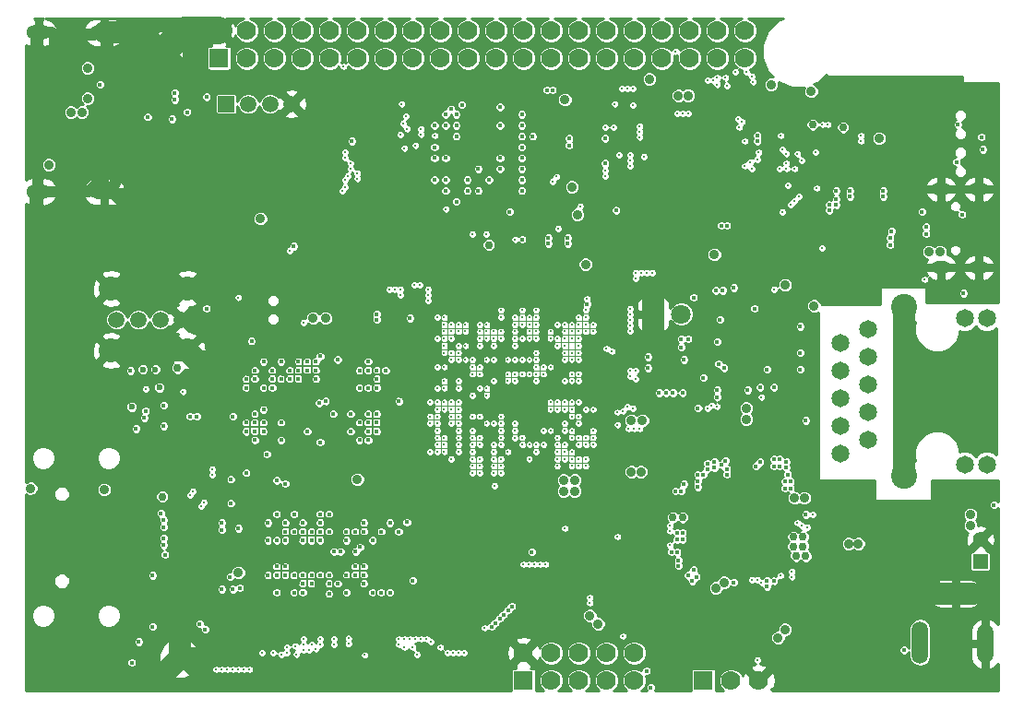
<source format=gbr>
G04 #@! TF.GenerationSoftware,KiCad,Pcbnew,no-vcs-found-ddec803~58~ubuntu14.04.1*
G04 #@! TF.CreationDate,2017-06-02T15:46:38+03:00*
G04 #@! TF.ProjectId,A64-OlinuXino_Rev_D,4136342D4F6C696E7558696E6F5F5265,D*
G04 #@! TF.FileFunction,Copper,L2,Inr,Plane*
G04 #@! TF.FilePolarity,Positive*
%FSLAX46Y46*%
G04 Gerber Fmt 4.6, Leading zero omitted, Abs format (unit mm)*
G04 Created by KiCad (PCBNEW no-vcs-found-ddec803~58~ubuntu14.04.1) date Fri Jun  2 15:46:38 2017*
%MOMM*%
%LPD*%
G01*
G04 APERTURE LIST*
%ADD10C,0.100000*%
%ADD11C,2.400000*%
%ADD12C,1.650000*%
%ADD13O,1.800000X1.200000*%
%ADD14R,1.422400X1.422400*%
%ADD15O,2.300000X1.300000*%
%ADD16O,2.700000X1.300000*%
%ADD17R,0.400000X0.400000*%
%ADD18C,1.500000*%
%ADD19C,2.200000*%
%ADD20C,5.500000*%
%ADD21R,1.500000X1.500000*%
%ADD22C,1.778000*%
%ADD23R,1.778000X1.778000*%
%ADD24R,1.400000X1.400000*%
%ADD25C,1.400000*%
%ADD26R,1.800000X1.800000*%
%ADD27C,1.800000*%
%ADD28O,1.500000X3.900000*%
%ADD29O,1.500000X3.600000*%
%ADD30O,3.700000X1.500000*%
%ADD31C,0.750000*%
%ADD32C,0.900000*%
%ADD33C,0.450000*%
%ADD34C,0.406400*%
%ADD35C,0.327000*%
%ADD36C,0.600000*%
%ADD37C,2.032000*%
%ADD38C,1.016000*%
%ADD39C,0.106600*%
%ADD40C,0.762000*%
%ADD41C,2.540000*%
%ADD42C,0.127000*%
%ADD43C,1.270000*%
%ADD44C,0.508000*%
%ADD45C,0.254000*%
G04 APERTURE END LIST*
D10*
D11*
X180975000Y-79883000D03*
X180975000Y-64389000D03*
D12*
X188595000Y-78867000D03*
X186563000Y-78867000D03*
X188595000Y-65405000D03*
X186563000Y-65405000D03*
X175133000Y-77851000D03*
X177673000Y-76581000D03*
X175133000Y-75311000D03*
X177673000Y-74041000D03*
X175133000Y-72771000D03*
X177673000Y-71501000D03*
X175133000Y-70231000D03*
X177673000Y-68961000D03*
X175133000Y-67691000D03*
X177673000Y-66421000D03*
D13*
X187842000Y-53550000D03*
X184372000Y-53550000D03*
X184372000Y-60750000D03*
X187842000Y-60750000D03*
D14*
X166624000Y-67310000D03*
D15*
X101547000Y-39182000D03*
X101547000Y-53782000D03*
D16*
X107597000Y-53782000D03*
X107597000Y-39182000D03*
D17*
X168062000Y-85445500D03*
X167362000Y-85445500D03*
X166662000Y-85445500D03*
X166662000Y-86145500D03*
X166662000Y-86845500D03*
X165062000Y-86845500D03*
X165062000Y-86145500D03*
X165062000Y-85445500D03*
X164362000Y-85445500D03*
X163662000Y-85445500D03*
X163662000Y-83845500D03*
X164362000Y-83845500D03*
X165062000Y-83845500D03*
X165062000Y-83145500D03*
X165062000Y-82445500D03*
X166662000Y-82445500D03*
X166662000Y-83145500D03*
X166662000Y-83845500D03*
X167362000Y-83845500D03*
X168062000Y-83845500D03*
D14*
X165862000Y-84645500D03*
D18*
X114712000Y-65532000D03*
X112712000Y-65532000D03*
X110712000Y-65532000D03*
X108712000Y-65532000D03*
D19*
X108212000Y-68382000D03*
X108212000Y-62682000D03*
X115212000Y-68382000D03*
X115212000Y-62682000D03*
D20*
X172800000Y-96600000D03*
D21*
X118793000Y-45720000D03*
D18*
X120793000Y-45720000D03*
X122793000Y-45720000D03*
X124793000Y-45720000D03*
D22*
X166370000Y-38989000D03*
X166370000Y-41529000D03*
X163830000Y-38989000D03*
X163830000Y-41529000D03*
X161290000Y-38989000D03*
X161290000Y-41529000D03*
X158750000Y-38989000D03*
X158750000Y-41529000D03*
X156210000Y-38989000D03*
X156210000Y-41529000D03*
X146050000Y-38989000D03*
X146050000Y-41529000D03*
X143510000Y-38989000D03*
X143510000Y-41529000D03*
X148590000Y-41529000D03*
X148590000Y-38989000D03*
X151130000Y-38989000D03*
X151130000Y-41529000D03*
X153670000Y-41529000D03*
X153670000Y-38989000D03*
X128270000Y-38989000D03*
X128270000Y-41529000D03*
X125730000Y-41529000D03*
X125730000Y-38989000D03*
X123190000Y-38989000D03*
X123190000Y-41529000D03*
D23*
X118110000Y-41529000D03*
D22*
X118110000Y-38989000D03*
X120650000Y-41529000D03*
X120650000Y-38989000D03*
X130810000Y-41529000D03*
X130810000Y-38989000D03*
X133350000Y-41529000D03*
X133350000Y-38989000D03*
X135890000Y-41529000D03*
X135890000Y-38989000D03*
X138430000Y-41529000D03*
X138430000Y-38989000D03*
X140970000Y-41529000D03*
X140970000Y-38989000D03*
X156210000Y-96139000D03*
X156210000Y-98679000D03*
X153670000Y-98679000D03*
X153670000Y-96139000D03*
X151130000Y-96139000D03*
X151130000Y-98679000D03*
D23*
X146050000Y-98679000D03*
D22*
X146050000Y-96139000D03*
X148590000Y-98679000D03*
X148590000Y-96139000D03*
D23*
X162560000Y-98679000D03*
D22*
X165100000Y-98679000D03*
X167640000Y-98679000D03*
D24*
X187982860Y-87749380D03*
D25*
X187980320Y-85737700D03*
D26*
X157988000Y-65024000D03*
D27*
X160528000Y-65024000D03*
D28*
X182441000Y-95174000D03*
D29*
X188441000Y-95324000D03*
D30*
X185695000Y-90724000D03*
D31*
X170815000Y-85471000D03*
X171704000Y-85471000D03*
D32*
X170058510Y-62357000D03*
X157607000Y-43434000D03*
X178689000Y-48895000D03*
X105537000Y-46482000D03*
X104521000Y-46482000D03*
X121911591Y-56269409D03*
X106045000Y-45212000D03*
D33*
X116967000Y-45085000D03*
D32*
X152908000Y-93472000D03*
X152146000Y-92710000D03*
D33*
X143129000Y-93726000D03*
X143459200Y-93395800D03*
X116840000Y-93980000D03*
X116332000Y-93472000D03*
D32*
X127635000Y-59944000D03*
X128524000Y-59944000D03*
X127635000Y-58928000D03*
D33*
X143637000Y-97536000D03*
D31*
X146558000Y-58674000D03*
D32*
X147447000Y-58674000D03*
D33*
X179451000Y-90678000D03*
D31*
X112903000Y-87884000D03*
D32*
X101092000Y-94361000D03*
X101092000Y-96774000D03*
X102235000Y-97917000D03*
X101092000Y-99060000D03*
X110490000Y-93853000D03*
X107188000Y-89662000D03*
X107188000Y-90551000D03*
D33*
X116459000Y-76962000D03*
X116459000Y-77470000D03*
X118364000Y-83566000D03*
X132080000Y-64262000D03*
X126200000Y-71000000D03*
X123000000Y-69400000D03*
X120600000Y-76600000D03*
X132200000Y-89800000D03*
X129000000Y-89000000D03*
X125800000Y-83400000D03*
X124200000Y-90600000D03*
X159385000Y-98171000D03*
X159385000Y-98679000D03*
D32*
X101092000Y-42672000D03*
X101092000Y-41021000D03*
X106299000Y-50038000D03*
X106299000Y-51943000D03*
X101092000Y-51562000D03*
X101092000Y-49784000D03*
X101092000Y-48006000D03*
X101092000Y-46101000D03*
X101092000Y-44323000D03*
D34*
X147875000Y-75075000D03*
D33*
X174752000Y-49657000D03*
X175260000Y-49657000D03*
X161290000Y-62484000D03*
D32*
X162306000Y-46741510D03*
X163322000Y-46741510D03*
D33*
X100838000Y-83185000D03*
D32*
X128143000Y-46863000D03*
X129921000Y-46863000D03*
X129032000Y-46863000D03*
X130810000Y-44577000D03*
X129921000Y-44577000D03*
D33*
X184912000Y-62484000D03*
X148971000Y-50673000D03*
D32*
X177927000Y-63500000D03*
X176911000Y-63500000D03*
D33*
X178689000Y-56261000D03*
X154813000Y-48895000D03*
X153543000Y-50165000D03*
D32*
X153670000Y-45339000D03*
D33*
X148971000Y-48133000D03*
X148971000Y-49149000D03*
X149606000Y-50927000D03*
D32*
X153797000Y-56007000D03*
X146500000Y-59600000D03*
X146500000Y-60600000D03*
D33*
X137900000Y-46700000D03*
X138900000Y-48700000D03*
X140900000Y-48700000D03*
X143900000Y-46700000D03*
X142900000Y-53700000D03*
X144900000Y-46700000D03*
X144900000Y-47700000D03*
X144900000Y-48700000D03*
X144900000Y-49700000D03*
X144900000Y-50700000D03*
X144900000Y-51700000D03*
X144900000Y-53700000D03*
X144900000Y-52700000D03*
X139900000Y-51700000D03*
X139900000Y-53700000D03*
D32*
X122555000Y-58928000D03*
D33*
X137900000Y-53700000D03*
X131064000Y-49149000D03*
X123825000Y-48514000D03*
D32*
X121793000Y-48260000D03*
X120142000Y-48260000D03*
X118364000Y-48260000D03*
D33*
X122809000Y-48514000D03*
X132600000Y-76600000D03*
X125222000Y-65659000D03*
X131800000Y-71000000D03*
D35*
X138125000Y-64675000D03*
D33*
X132600000Y-69400000D03*
D35*
X145925000Y-66625000D03*
D32*
X164211000Y-58420000D03*
D33*
X158242000Y-68072000D03*
D32*
X161290000Y-76835000D03*
D33*
X166878000Y-61341000D03*
X117602000Y-44196000D03*
X124714000Y-49403000D03*
X126365000Y-51054000D03*
X172085000Y-66167000D03*
D32*
X114681000Y-55880000D03*
X113538000Y-55880000D03*
X107188000Y-91440000D03*
X129794000Y-67183000D03*
D33*
X122200000Y-76600000D03*
X123800000Y-75800000D03*
X131000000Y-69400000D03*
X128200000Y-76800000D03*
X131000000Y-75800000D03*
D32*
X182626000Y-47371000D03*
D33*
X184023000Y-46355000D03*
X182499000Y-45974000D03*
X181229000Y-45974000D03*
X179959000Y-45974000D03*
X179324000Y-45339000D03*
X180594000Y-45339000D03*
X181864000Y-45339000D03*
X183134000Y-45339000D03*
X186436000Y-45593000D03*
X185039000Y-45593000D03*
X177292000Y-43815000D03*
X178689000Y-43815000D03*
X179959000Y-43815000D03*
X181229000Y-43815000D03*
X182499000Y-43815000D03*
X183769000Y-43815000D03*
X185039000Y-43815000D03*
X179324000Y-43434000D03*
X178054000Y-43434000D03*
D32*
X167132000Y-54737000D03*
X174503225Y-60584225D03*
D33*
X144272000Y-99314000D03*
D32*
X148971000Y-84836000D03*
X137922000Y-91053480D03*
X139446000Y-91053480D03*
X101092000Y-76327000D03*
X102362000Y-94361000D03*
X102362000Y-95504000D03*
X107569000Y-80010000D03*
X111379000Y-94234000D03*
X123571000Y-58928000D03*
D33*
X154305000Y-71628000D03*
D32*
X183642000Y-55118000D03*
X184658000Y-55118000D03*
D35*
X140725000Y-67275000D03*
X138775000Y-75075000D03*
X139425000Y-75725000D03*
X152425000Y-65325000D03*
X145925000Y-74425000D03*
D33*
X107188000Y-43307000D03*
X107188000Y-50800000D03*
X107188000Y-49276000D03*
X107188000Y-47752000D03*
X107188000Y-46228000D03*
X111506000Y-51816000D03*
X111506000Y-48895000D03*
X111506000Y-45974000D03*
X113792000Y-45974000D03*
X113792000Y-51816000D03*
X113792000Y-48895000D03*
D32*
X102108000Y-76327000D03*
D33*
X119200000Y-83100000D03*
X132200000Y-84200000D03*
X130600000Y-84200000D03*
D35*
X145275000Y-74425000D03*
X143325000Y-74425000D03*
D34*
X147225000Y-75075000D03*
X146575000Y-75075000D03*
X146575000Y-74425000D03*
X147225000Y-74425000D03*
X147875000Y-74425000D03*
X143325000Y-73775000D03*
X143975000Y-73775000D03*
X144625000Y-73775000D03*
X145275000Y-73775000D03*
X145925000Y-73775000D03*
X146575000Y-73775000D03*
X147225000Y-73775000D03*
X146575000Y-73125000D03*
X145925000Y-73125000D03*
X145275000Y-73125000D03*
X144625000Y-73125000D03*
X143975000Y-73125000D03*
X142675000Y-73125000D03*
X143325000Y-73125000D03*
X147875000Y-73775000D03*
D35*
X149175000Y-74425000D03*
X148525000Y-74425000D03*
D34*
X147875000Y-72475000D03*
X147225000Y-72475000D03*
X146575000Y-72475000D03*
X145925000Y-72475000D03*
X145275000Y-72475000D03*
X144625000Y-72475000D03*
D35*
X143325000Y-72475000D03*
D34*
X143975000Y-72475000D03*
X147875000Y-73125000D03*
X147225000Y-73125000D03*
D35*
X148525000Y-72475000D03*
X147875000Y-71825000D03*
X147225000Y-71825000D03*
X146575000Y-71825000D03*
X143975000Y-71175000D03*
X143325000Y-71825000D03*
X143975000Y-71825000D03*
X144625000Y-71825000D03*
X145275000Y-71825000D03*
X145925000Y-71175000D03*
X146575000Y-71175000D03*
X145925000Y-71825000D03*
X146575000Y-69875000D03*
X145925000Y-69875000D03*
X144625000Y-69875000D03*
X145275000Y-69875000D03*
D32*
X182753000Y-49657000D03*
X169672000Y-44577000D03*
X181610000Y-54991000D03*
X187325000Y-46101000D03*
X189103000Y-46101000D03*
D33*
X171831000Y-73025000D03*
X171831000Y-73533000D03*
X168021000Y-58166000D03*
D36*
X168021000Y-58801000D03*
D32*
X155829000Y-86741000D03*
X172085000Y-75819000D03*
X155829000Y-84709000D03*
X187452000Y-81026000D03*
X187452000Y-82169000D03*
D33*
X175514000Y-89027000D03*
X175514000Y-88265000D03*
X179832000Y-88900000D03*
X180340000Y-88900000D03*
D32*
X176784000Y-92202000D03*
X148971000Y-83820000D03*
D35*
X147225000Y-75725000D03*
X148525000Y-77025000D03*
X147225000Y-76375000D03*
X147875000Y-78325000D03*
D32*
X156083000Y-89408000D03*
X157099000Y-89408000D03*
X171831000Y-88265000D03*
D35*
X149175000Y-71175000D03*
D33*
X176530000Y-43434000D03*
X173990000Y-43434000D03*
X175260000Y-43434000D03*
D32*
X176530000Y-44577000D03*
D33*
X185674000Y-43434000D03*
X184404000Y-43434000D03*
X183134000Y-43434000D03*
X181864000Y-43434000D03*
X180594000Y-43434000D03*
D32*
X188976000Y-44450000D03*
X181737000Y-49657000D03*
D33*
X178689000Y-56769000D03*
D35*
X143975000Y-65975000D03*
X142675000Y-71175000D03*
X143325000Y-70525000D03*
X142025000Y-71175000D03*
X142025000Y-73775000D03*
D33*
X128200000Y-69200000D03*
X124600000Y-69400000D03*
X121400000Y-69400000D03*
X126200000Y-75000000D03*
X122428000Y-78613000D03*
X125222000Y-78613000D03*
X129400000Y-70200000D03*
X129800000Y-69200000D03*
X128600000Y-75000000D03*
X129000000Y-76800000D03*
X130200000Y-75000000D03*
X133400000Y-75800000D03*
X124200000Y-83400000D03*
X123400000Y-84200000D03*
X122600000Y-90600000D03*
X126600000Y-90600000D03*
X128200000Y-84200000D03*
D35*
X142025000Y-75725000D03*
X137475000Y-79625000D03*
X138775000Y-78325000D03*
X142025000Y-77675000D03*
X144625000Y-77025000D03*
X143975000Y-77675000D03*
X145275000Y-77675000D03*
X145275000Y-77025000D03*
D33*
X133000000Y-84200000D03*
X131400000Y-90600000D03*
X135400000Y-90600000D03*
X133000000Y-89800000D03*
X134600000Y-84200000D03*
X130600000Y-90600000D03*
X134600000Y-90600000D03*
X130600000Y-89800000D03*
X134600000Y-85800000D03*
X132200000Y-85000000D03*
D34*
X142675000Y-73775000D03*
D35*
X148525000Y-75075000D03*
D33*
X127254000Y-67437000D03*
X125349000Y-67437000D03*
X123444000Y-67437000D03*
X121885000Y-67437000D03*
X121100000Y-67500000D03*
X128200000Y-89000000D03*
X146812000Y-86868000D03*
X121400000Y-76600000D03*
X123800000Y-76600000D03*
X129000000Y-69200000D03*
D32*
X166497000Y-73660000D03*
D35*
X143975000Y-74425000D03*
D33*
X134600000Y-85000000D03*
X133800000Y-84200000D03*
X131400000Y-84200000D03*
D35*
X142675000Y-75075000D03*
X143325000Y-75075000D03*
X143975000Y-75725000D03*
X143975000Y-76375000D03*
X143975000Y-75075000D03*
X145275000Y-75075000D03*
X145275000Y-75725000D03*
D32*
X166497000Y-74676000D03*
D35*
X141375000Y-74425000D03*
X142025000Y-74425000D03*
D33*
X119200000Y-82400000D03*
X126200000Y-70200000D03*
X127000000Y-70200000D03*
X123800000Y-69400000D03*
X122200000Y-69400000D03*
X126200000Y-75800000D03*
X133400000Y-70200000D03*
X132600000Y-70200000D03*
X131000000Y-70200000D03*
X131800000Y-69400000D03*
X128600000Y-74200000D03*
X127400000Y-76800000D03*
X130200000Y-75800000D03*
X132600000Y-75800000D03*
X131000000Y-76600000D03*
X125000000Y-83400000D03*
X123400000Y-83400000D03*
X127400000Y-85000000D03*
X123400000Y-90600000D03*
X125000000Y-90600000D03*
X135900000Y-89500000D03*
X129800000Y-85000000D03*
X133000000Y-85000000D03*
X132200000Y-90600000D03*
X135354607Y-84148773D03*
X133800000Y-90600000D03*
X133000000Y-90600000D03*
X130600000Y-89000000D03*
X129800000Y-90600000D03*
X131800000Y-76600000D03*
X119380000Y-74422000D03*
X119200000Y-80200000D03*
X119900000Y-84700000D03*
X123800000Y-75000000D03*
X126600000Y-89800000D03*
X127400000Y-68900000D03*
D32*
X130800000Y-80200000D03*
D35*
X141375000Y-76375000D03*
D33*
X124968000Y-58801000D03*
D32*
X107569000Y-81153000D03*
X100838000Y-81026000D03*
D33*
X118364000Y-84201000D03*
X157734000Y-99314000D03*
D32*
X149860000Y-45333490D03*
X160274000Y-44958000D03*
X161163000Y-44952490D03*
D33*
X154559000Y-55499000D03*
X153543000Y-51181000D03*
D32*
X151003000Y-55880000D03*
D33*
X130302000Y-49149000D03*
D35*
X147875000Y-69875000D03*
D32*
X163576000Y-59563000D03*
D33*
X143891000Y-92964000D03*
X144221200Y-92633800D03*
X186309000Y-55880000D03*
D32*
X119888000Y-88773000D03*
D35*
X144625000Y-69225000D03*
X147875000Y-70525000D03*
D31*
X142875000Y-58674000D03*
D32*
X172466000Y-44577000D03*
D33*
X180975000Y-95885000D03*
D35*
X148525000Y-69875000D03*
X145275000Y-67925000D03*
X145275000Y-67275000D03*
D32*
X156839490Y-79502000D03*
X155956000Y-79502000D03*
D33*
X146900000Y-48700000D03*
X118364000Y-84836000D03*
D31*
X112903000Y-81788000D03*
D36*
X112649000Y-71755000D03*
D33*
X132588000Y-65024000D03*
X132588000Y-65532000D03*
D35*
X137475000Y-73125000D03*
D33*
X113030000Y-85598000D03*
D35*
X140075000Y-71175000D03*
D36*
X110109000Y-73533000D03*
D32*
X127889000Y-65405000D03*
D33*
X160147000Y-86868000D03*
X159639000Y-86868000D03*
D35*
X145925000Y-69225000D03*
X141375000Y-70525000D03*
D31*
X172593000Y-47625000D03*
D36*
X111125000Y-70104000D03*
D32*
X126746000Y-65405000D03*
D35*
X140075000Y-71825000D03*
D33*
X170053000Y-81026000D03*
X170561000Y-81026000D03*
D35*
X138775000Y-73125000D03*
X116713000Y-82296000D03*
X138125000Y-69875000D03*
X141375000Y-72475000D03*
X142025000Y-71825000D03*
D33*
X135636000Y-65405000D03*
D35*
X138125000Y-71825000D03*
D33*
X119126000Y-89154000D03*
X113030000Y-86233000D03*
D35*
X138125000Y-73125000D03*
X116459000Y-82677000D03*
X138775000Y-69875000D03*
X140075000Y-73125000D03*
X140075000Y-73775000D03*
D32*
X184277000Y-59309000D03*
D31*
X171069000Y-87249000D03*
X171958000Y-87249000D03*
D32*
X183261000Y-59309000D03*
D35*
X182880000Y-61849000D03*
D33*
X179705000Y-58674000D03*
D35*
X156718000Y-75565000D03*
X172974000Y-53467000D03*
D32*
X102489000Y-51308000D03*
D31*
X114300000Y-69977000D03*
D33*
X162052000Y-80899000D03*
X162052000Y-80391000D03*
D35*
X145275000Y-69225000D03*
D33*
X174752000Y-53721000D03*
X164211000Y-56896000D03*
X164719000Y-56896000D03*
X150114000Y-58547000D03*
X150114000Y-58039000D03*
D35*
X147225000Y-68575000D03*
D33*
X164211000Y-78867000D03*
X164592000Y-78486000D03*
X176022000Y-54229000D03*
X176022000Y-53721000D03*
D35*
X142675000Y-69225000D03*
D33*
X160147000Y-85725000D03*
X160655000Y-85725000D03*
X179070000Y-53721000D03*
X179070000Y-54229000D03*
X144780000Y-55626000D03*
X169545000Y-78359000D03*
X169037000Y-78359000D03*
D35*
X142025000Y-69875000D03*
D32*
X150749000Y-80269520D03*
X149733000Y-81280000D03*
X149733000Y-80264000D03*
D35*
X149175000Y-77025000D03*
X149825000Y-77025000D03*
X148525000Y-75725000D03*
X149175000Y-76375000D03*
X150475000Y-77675000D03*
X149825000Y-77675000D03*
X149175000Y-77675000D03*
X151775000Y-78975000D03*
X151775000Y-78325000D03*
X150475000Y-78975000D03*
X151125000Y-78975000D03*
X151125000Y-78325000D03*
X150475000Y-78325000D03*
X149825000Y-78325000D03*
X149175000Y-78325000D03*
X149175000Y-78975000D03*
D32*
X150749000Y-81280000D03*
D33*
X160782000Y-80645000D03*
D32*
X163703000Y-90170000D03*
D33*
X160528000Y-81280000D03*
X160020000Y-81280000D03*
D32*
X187071000Y-84455000D03*
X187071000Y-83439000D03*
D33*
X169545000Y-78994000D03*
X169037000Y-78994000D03*
X167386000Y-78994000D03*
X167767000Y-78613000D03*
X164719000Y-79756000D03*
X164719000Y-79248000D03*
X162941000Y-79248000D03*
X162941000Y-78740000D03*
D31*
X159766000Y-83693000D03*
X160655000Y-83693000D03*
D33*
X160274000Y-88138000D03*
X160274000Y-87630000D03*
D32*
X164465000Y-89662000D03*
D31*
X171704000Y-86360000D03*
X170815000Y-86360000D03*
D32*
X171831000Y-81915000D03*
X170942000Y-81915000D03*
X175895000Y-86106000D03*
X176784000Y-86106000D03*
D33*
X171958000Y-83439000D03*
D32*
X169418000Y-94742000D03*
X170053000Y-93980000D03*
D33*
X161925000Y-89154000D03*
X161544000Y-89535000D03*
D36*
X112268000Y-70104000D03*
D33*
X116967000Y-64516000D03*
X168402000Y-90043000D03*
X168402000Y-89535000D03*
D35*
X141375000Y-69225000D03*
D32*
X156972000Y-74803000D03*
X155956000Y-74803000D03*
D35*
X144625000Y-71175000D03*
X145275000Y-71175000D03*
X147225000Y-71175000D03*
X147225000Y-69875000D03*
X147225000Y-70525000D03*
X146575000Y-70525000D03*
X145925000Y-70525000D03*
X144625000Y-70525000D03*
X145275000Y-70525000D03*
X142675000Y-72475000D03*
X143325000Y-71175000D03*
X142675000Y-71825000D03*
X177038000Y-48641000D03*
D33*
X185928000Y-47625000D03*
D35*
X129540000Y-42291000D03*
X140075000Y-68575000D03*
X167894000Y-72644000D03*
X167005000Y-89408000D03*
D33*
X144653000Y-92202000D03*
X144983200Y-91871800D03*
X162560000Y-79756000D03*
X162052000Y-79756000D03*
X174752000Y-54483000D03*
X163576000Y-79121000D03*
X163576000Y-78613000D03*
X174752000Y-54991000D03*
D32*
X151759490Y-60452000D03*
D33*
X174117000Y-55499000D03*
X174117000Y-54991000D03*
X160147000Y-85090000D03*
X160655000Y-85090000D03*
X170053000Y-80391000D03*
X170561000Y-80391000D03*
D32*
X168783000Y-43942000D03*
D33*
X170307000Y-79756000D03*
D35*
X177038000Y-49149000D03*
D33*
X185801000Y-51054000D03*
D35*
X172085000Y-84582000D03*
D33*
X148209000Y-44450000D03*
X148717000Y-44450000D03*
X148336000Y-58039000D03*
X148336000Y-58547000D03*
D31*
X175387000Y-47879000D03*
D35*
X143325000Y-69225000D03*
D33*
X170180000Y-79121000D03*
X170180000Y-78613000D03*
X169037000Y-89535000D03*
D35*
X138125000Y-67275000D03*
X136525000Y-62357000D03*
X136017000Y-62357000D03*
X138775000Y-67925000D03*
D33*
X145923000Y-58166000D03*
D35*
X146575000Y-69225000D03*
X141375000Y-69875000D03*
X133731000Y-62738000D03*
X167513000Y-96774000D03*
D33*
X157353000Y-97790000D03*
D35*
X150475000Y-75725000D03*
X148525000Y-73125000D03*
D33*
X107188000Y-43942000D03*
X113792000Y-47117000D03*
X111569500Y-46926500D03*
D35*
X140725000Y-66625000D03*
D32*
X106045000Y-42418000D03*
D35*
X163830000Y-43942000D03*
X151775000Y-65975000D03*
X157861000Y-61214000D03*
X140075000Y-65975000D03*
X152425000Y-66625000D03*
X139425000Y-67275000D03*
X150475000Y-65975000D03*
X139425000Y-65975000D03*
X164719000Y-44069000D03*
X151775000Y-66625000D03*
X139425000Y-66625000D03*
X156083000Y-44323000D03*
X149825000Y-65975000D03*
X138775000Y-65975000D03*
X163449000Y-43561000D03*
X151775000Y-65325000D03*
X138775000Y-67275000D03*
X150475000Y-68575000D03*
X164592000Y-43307000D03*
X155575000Y-44323000D03*
X151257000Y-55118000D03*
X147225000Y-67275000D03*
X163830000Y-43307000D03*
X152425000Y-65975000D03*
X166370000Y-49149000D03*
X151125000Y-67925000D03*
X140725000Y-69225000D03*
X119888000Y-63500000D03*
X134747000Y-63246000D03*
X161163000Y-46609000D03*
X151775000Y-64675000D03*
X160147000Y-46609000D03*
X151125000Y-65325000D03*
X160020000Y-40894000D03*
X148525000Y-73775000D03*
X160655000Y-46609000D03*
X151125000Y-65975000D03*
X167132000Y-43688000D03*
X155702000Y-75565000D03*
X151125000Y-67275000D03*
X165862000Y-47879000D03*
X165481000Y-42799000D03*
X149175000Y-73125000D03*
X166116000Y-47371000D03*
X149825000Y-68575000D03*
X167005000Y-43180000D03*
X156210000Y-75565000D03*
X156083000Y-45847000D03*
X149825000Y-66625000D03*
X166497000Y-42799000D03*
X149825000Y-75725000D03*
X165735000Y-47117000D03*
X150475000Y-67275000D03*
X155067000Y-44323000D03*
X154813000Y-50419000D03*
X147225000Y-66625000D03*
D33*
X115189000Y-46482000D03*
D35*
X142025000Y-65975000D03*
D33*
X114046000Y-45339000D03*
D35*
X140075000Y-66625000D03*
D33*
X115443000Y-74422000D03*
D35*
X138775000Y-71825000D03*
X111379000Y-71882000D03*
X125857000Y-65786000D03*
X138775000Y-73775000D03*
D33*
X116078000Y-74422000D03*
D35*
X138775000Y-71175000D03*
X122051034Y-96134966D03*
X150475000Y-73775000D03*
X149825000Y-73125000D03*
X120904000Y-97663000D03*
X149825000Y-73775000D03*
X120396000Y-97663000D03*
X123063000Y-96139000D03*
X148082000Y-88011000D03*
X152425000Y-76375000D03*
X150475000Y-71175000D03*
X156083000Y-73660000D03*
X119888000Y-97663000D03*
X123825000Y-96266000D03*
X155194000Y-73914000D03*
D33*
X163703000Y-62865000D03*
D35*
X151125000Y-77025000D03*
X147574000Y-88011000D03*
X125222000Y-96266000D03*
X125095000Y-95504000D03*
X150475000Y-74425000D03*
X125857000Y-95885000D03*
X162941000Y-73660000D03*
X126365000Y-95885000D03*
X163830000Y-73533000D03*
X127000000Y-95758000D03*
D33*
X162052000Y-73660000D03*
D35*
X142494000Y-93853000D03*
X156337000Y-70231000D03*
X149175000Y-67925000D03*
X139573000Y-96139000D03*
X151125000Y-70525000D03*
X131495800Y-96342200D03*
X149825000Y-67275000D03*
X139065000Y-96139000D03*
X151125000Y-68575000D03*
X138430000Y-95631000D03*
X151125000Y-66625000D03*
X136271000Y-96266000D03*
X140589000Y-96139000D03*
X154178000Y-68453000D03*
X140081000Y-96139000D03*
X153670000Y-68199000D03*
D33*
X160528000Y-68072000D03*
D35*
X137160000Y-94869000D03*
X155829000Y-70231000D03*
X136144000Y-94869000D03*
D33*
X163830000Y-72009000D03*
D35*
X135636000Y-94869000D03*
D33*
X163830000Y-72644000D03*
D35*
X135128000Y-94869000D03*
X163322000Y-73406000D03*
X150475000Y-73125000D03*
X154686000Y-85471000D03*
X134620000Y-94869000D03*
X151125000Y-69225000D03*
X134620000Y-95377000D03*
X135128000Y-95631000D03*
D33*
X160782000Y-69215000D03*
D35*
X149825000Y-67925000D03*
X136652000Y-94869000D03*
X156337000Y-70993000D03*
X151125000Y-71175000D03*
X135890000Y-95631000D03*
D33*
X157480000Y-68961000D03*
D35*
X149825000Y-69225000D03*
X137541000Y-95123000D03*
X150475000Y-69225000D03*
D33*
X157480000Y-69977000D03*
X112776000Y-83312000D03*
D35*
X152425000Y-73775000D03*
D33*
X113030000Y-83947000D03*
D35*
X151775000Y-76375000D03*
X149175000Y-73775000D03*
D33*
X113030000Y-84582000D03*
X113157000Y-87122000D03*
D35*
X154686000Y-75184000D03*
D33*
X120015000Y-90170000D03*
D35*
X149825000Y-71175000D03*
D33*
X119380000Y-90297000D03*
D35*
X151775000Y-73775000D03*
X154686000Y-74041000D03*
D33*
X118364000Y-90297000D03*
D35*
X147066000Y-88011000D03*
X151125000Y-76375000D03*
X146050000Y-88011000D03*
X149825000Y-75075000D03*
X147225000Y-64675000D03*
X124333000Y-95631000D03*
X129667000Y-50673000D03*
X146558000Y-88011000D03*
X150475000Y-76375000D03*
X124333000Y-96139000D03*
X147225000Y-65325000D03*
X129667000Y-50165000D03*
X129992889Y-94811792D03*
X145925000Y-65325000D03*
X130810000Y-52578000D03*
X125857000Y-94869000D03*
X146575000Y-65975000D03*
X130175000Y-51689000D03*
X129988170Y-95317170D03*
X145925000Y-64675000D03*
X130810000Y-52070000D03*
X125857000Y-95377000D03*
X146575000Y-65325000D03*
X130175000Y-51181000D03*
X128651000Y-94869000D03*
X129413000Y-53721000D03*
X143975000Y-65325000D03*
X145275000Y-65975000D03*
X127381000Y-94869000D03*
X129667000Y-52705000D03*
X128651000Y-95377000D03*
X129667000Y-53340000D03*
X143975000Y-64675000D03*
X145275000Y-65325000D03*
X127381000Y-95377000D03*
X129921000Y-52324000D03*
X153543000Y-52324000D03*
D33*
X188214000Y-49911000D03*
X120600000Y-71000000D03*
D35*
X139425000Y-73775000D03*
D33*
X122600000Y-84200000D03*
D35*
X141375000Y-78975000D03*
X141375000Y-78325000D03*
D33*
X128200000Y-90700000D03*
X125800000Y-90600000D03*
D35*
X149100000Y-52400000D03*
D33*
X143900000Y-50700000D03*
D35*
X142621000Y-57658000D03*
X143325000Y-67275000D03*
D33*
X182626000Y-55626000D03*
D35*
X151125000Y-75075000D03*
X172847000Y-50165000D03*
X169037000Y-62738000D03*
X169672000Y-89027000D03*
X173431200Y-58978800D03*
X124587000Y-59182000D03*
X138938000Y-55372000D03*
D33*
X114046000Y-44704000D03*
D35*
X140725000Y-65975000D03*
X169545000Y-51689000D03*
X149175000Y-65975000D03*
X155829000Y-50927000D03*
X166877994Y-51054000D03*
X169799000Y-55626000D03*
X137287000Y-62738000D03*
X167005000Y-51689000D03*
X155829000Y-70739000D03*
X150475000Y-70525000D03*
X152425000Y-77025000D03*
X152425000Y-75725000D03*
X151125000Y-74425000D03*
X159512000Y-86233000D03*
X171196000Y-84201000D03*
X134747000Y-48514000D03*
D33*
X110744000Y-95123000D03*
D35*
X170688000Y-89154000D03*
X171577000Y-84455000D03*
X142025000Y-67925000D03*
X159512000Y-84455000D03*
D33*
X179832000Y-57404000D03*
X179705000Y-58039000D03*
D35*
X159512000Y-84963000D03*
D33*
X110490000Y-75565000D03*
D35*
X134747000Y-62738000D03*
X139425000Y-68575000D03*
X152146000Y-91567000D03*
X167513000Y-89408000D03*
D33*
X188087000Y-48768000D03*
X109982000Y-70231000D03*
D35*
X134239000Y-62738000D03*
X138775000Y-68575000D03*
D33*
X110109000Y-97028000D03*
D35*
X167894000Y-89662000D03*
X155194000Y-94615000D03*
X142025000Y-70525000D03*
X151125000Y-73125000D03*
X134874000Y-45720000D03*
X145275000Y-66625000D03*
X135255000Y-46863000D03*
X143975000Y-67275000D03*
X135001000Y-47498000D03*
X143325000Y-66625000D03*
X135382000Y-48006000D03*
X142675000Y-66625000D03*
X136652000Y-48514000D03*
X145925000Y-67275000D03*
D33*
X138900000Y-53700000D03*
D35*
X136144000Y-49530000D03*
X143975000Y-66625000D03*
D33*
X138900000Y-52700000D03*
D35*
X142675000Y-65975000D03*
X135128000Y-49784000D03*
D33*
X140900000Y-53700000D03*
D35*
X137922000Y-48641000D03*
X145925000Y-65975000D03*
D33*
X141900000Y-53700000D03*
D35*
X148717000Y-52832000D03*
D33*
X143900000Y-51700000D03*
D35*
X141351000Y-57658000D03*
X142025000Y-66625000D03*
X136652000Y-48006000D03*
X145288000Y-58166000D03*
D33*
X141900000Y-51700000D03*
D35*
X114808000Y-72136000D03*
X139425000Y-73125000D03*
X167640000Y-50165000D03*
X157353000Y-61214000D03*
X155829000Y-51435000D03*
X166370004Y-51435000D03*
X148525000Y-67275000D03*
X169799000Y-49911000D03*
X157099000Y-50546000D03*
X150475000Y-66625000D03*
X170180000Y-51689000D03*
X156845000Y-61214000D03*
X155829000Y-50419000D03*
X167513000Y-50800000D03*
X148525000Y-66625000D03*
X171577000Y-50927000D03*
X155829000Y-66040000D03*
X137287000Y-63246000D03*
X170180000Y-50292000D03*
X170180000Y-51181000D03*
X137287000Y-63754000D03*
X154305000Y-47879000D03*
X149225000Y-57150000D03*
X117856000Y-97663000D03*
X143325000Y-67925000D03*
X118872000Y-97663000D03*
D33*
X153543000Y-48895000D03*
D35*
X146575000Y-66625000D03*
X153543000Y-47879000D03*
X118364000Y-97663000D03*
X147225000Y-65975000D03*
X119380000Y-97663000D03*
X154432000Y-45720000D03*
X153543000Y-51816000D03*
X146575000Y-67275000D03*
X170688000Y-88646000D03*
X172593000Y-83439000D03*
X170942000Y-51689000D03*
X156337000Y-61214000D03*
X170307000Y-53213000D03*
X156337000Y-61722000D03*
X156718000Y-47752000D03*
X138775000Y-66625000D03*
X173990000Y-47625000D03*
X170942000Y-54610000D03*
X155829000Y-65024000D03*
X171323000Y-54229000D03*
X155829000Y-64516000D03*
X156718000Y-48768000D03*
X140725000Y-67925000D03*
X169672000Y-48641000D03*
X173482000Y-47625000D03*
X156718000Y-48260000D03*
X140075000Y-67925000D03*
D33*
X130600000Y-85000000D03*
D35*
X141375000Y-79625000D03*
X142025000Y-79625000D03*
D33*
X129800000Y-85800000D03*
D35*
X143325000Y-79625000D03*
D33*
X130600000Y-88200000D03*
X129800000Y-89000000D03*
D35*
X143975000Y-79625000D03*
D33*
X134620000Y-73025000D03*
X130200000Y-74200000D03*
X132200000Y-85800000D03*
D35*
X142025000Y-78975000D03*
D33*
X131400000Y-88200000D03*
D35*
X143383000Y-80772000D03*
D33*
X131400000Y-89800000D03*
D35*
X143975000Y-78975000D03*
D33*
X120600000Y-75800000D03*
D35*
X139425000Y-78325000D03*
D33*
X122600000Y-89000000D03*
X121400000Y-75800000D03*
D35*
X141375000Y-77675000D03*
D33*
X123400000Y-89000000D03*
X131400000Y-85000000D03*
D35*
X142025000Y-78325000D03*
D33*
X123400000Y-80300000D03*
D35*
X143325000Y-77675000D03*
D33*
X128200000Y-89800000D03*
X131400000Y-89000000D03*
D35*
X143975000Y-78325000D03*
D33*
X120600000Y-79600000D03*
D35*
X147225000Y-77675000D03*
D33*
X125800000Y-89800000D03*
D35*
X137475000Y-77675000D03*
D33*
X131000000Y-75000000D03*
D35*
X138125000Y-77675000D03*
D33*
X131800000Y-75800000D03*
X121400000Y-71000000D03*
X123400000Y-85800000D03*
D35*
X138775000Y-77675000D03*
D33*
X121400000Y-70200000D03*
X124200000Y-84200000D03*
D35*
X140075000Y-77675000D03*
D33*
X123000000Y-71000000D03*
X124200000Y-85000000D03*
D35*
X141375000Y-77025000D03*
D33*
X120600000Y-75000000D03*
D35*
X143325000Y-77025000D03*
D33*
X123400000Y-88200000D03*
X122500000Y-77900000D03*
X127400000Y-89000000D03*
D35*
X144625000Y-77675000D03*
D33*
X122200000Y-75000000D03*
X125000000Y-89000000D03*
D35*
X146575000Y-78325000D03*
D33*
X122200000Y-73800000D03*
X126600000Y-89000000D03*
D35*
X147225000Y-77025000D03*
D33*
X121400000Y-75000000D03*
D35*
X147875000Y-77025000D03*
D33*
X124200000Y-88200000D03*
X131800000Y-75000000D03*
D35*
X138125000Y-77025000D03*
D33*
X132600000Y-75000000D03*
D35*
X138775000Y-77025000D03*
D33*
X126200000Y-69400000D03*
X127400000Y-83400000D03*
D35*
X140075000Y-77025000D03*
D33*
X125400000Y-70200000D03*
X126600000Y-85000000D03*
D35*
X140075000Y-76375000D03*
D33*
X125400000Y-69400000D03*
X127400000Y-84200000D03*
D35*
X142025000Y-77025000D03*
D33*
X121400000Y-74200000D03*
X125800000Y-89000000D03*
D35*
X143975000Y-77025000D03*
D33*
X122200000Y-71800000D03*
D35*
X145925000Y-77025000D03*
D33*
X124200000Y-85800000D03*
X123000000Y-71800000D03*
D35*
X145925000Y-76375000D03*
D33*
X125800000Y-85800000D03*
D35*
X151775000Y-77025000D03*
D33*
X123800000Y-71000000D03*
D35*
X138775000Y-76375000D03*
D33*
X125800000Y-85000000D03*
X124200000Y-80600000D03*
D35*
X142025000Y-76375000D03*
D33*
X129000000Y-89800000D03*
D35*
X145275000Y-76375000D03*
D33*
X123000000Y-70200000D03*
X125000000Y-85000000D03*
X122200000Y-75800000D03*
X124200000Y-89000000D03*
D35*
X146575000Y-77025000D03*
X152146000Y-91059000D03*
X149860000Y-84709000D03*
D33*
X165354000Y-89662000D03*
D35*
X147875000Y-75725000D03*
D33*
X132600000Y-71800000D03*
D35*
X137475000Y-75075000D03*
X138125000Y-75075000D03*
D33*
X131000000Y-71800000D03*
X127000000Y-69400000D03*
X128200000Y-83400000D03*
D35*
X140075000Y-75725000D03*
D33*
X127000000Y-71000000D03*
D35*
X141375000Y-75725000D03*
D33*
X128200000Y-85000000D03*
X131800000Y-71800000D03*
D35*
X137475000Y-74425000D03*
D33*
X132600000Y-71000000D03*
D35*
X138125000Y-74425000D03*
D33*
X124600000Y-71000000D03*
D35*
X139425000Y-74425000D03*
D33*
X126600000Y-85800000D03*
X124600000Y-70200000D03*
D35*
X139425000Y-75075000D03*
D33*
X125800000Y-84200000D03*
X120600000Y-71800000D03*
X122600000Y-85800000D03*
D35*
X140075000Y-75075000D03*
X138125000Y-73775000D03*
D33*
X131800000Y-70200000D03*
X125400000Y-71000000D03*
D35*
X140075000Y-74425000D03*
D33*
X127400000Y-85800000D03*
D35*
X155829000Y-66548000D03*
X171196000Y-50292000D03*
X170561000Y-54991000D03*
X155829000Y-65532000D03*
X126619000Y-95377000D03*
X155575000Y-73533000D03*
X142675000Y-67275000D03*
X142025000Y-67275000D03*
D33*
X130644024Y-86835010D03*
D35*
X143325000Y-78975000D03*
D33*
X131052024Y-86427010D03*
D35*
X143325000Y-78325000D03*
D33*
X127300000Y-73200000D03*
X128676400Y-86842600D03*
X127889000Y-73025000D03*
X129260600Y-86842600D03*
D35*
X138125000Y-76375000D03*
D33*
X132600000Y-74200000D03*
X131800000Y-74200000D03*
D35*
X138125000Y-75725000D03*
D33*
X151892000Y-64135000D03*
D35*
X149175000Y-67275000D03*
D32*
X181610000Y-69215000D03*
X184785000Y-69215000D03*
X187325000Y-69215000D03*
X188595000Y-70485000D03*
X185420000Y-70485000D03*
X182245000Y-70485000D03*
X180975000Y-71755000D03*
X184150000Y-71755000D03*
X187325000Y-71755000D03*
X188595000Y-73025000D03*
X185420000Y-73025000D03*
X182245000Y-73025000D03*
X180975000Y-74295000D03*
X184150000Y-74295000D03*
X187325000Y-74295000D03*
X188595000Y-75565000D03*
X185420000Y-75565000D03*
X182245000Y-75565000D03*
D33*
X160528000Y-67310000D03*
X162560000Y-70866000D03*
X167767000Y-71755000D03*
X164084000Y-65532000D03*
X165354000Y-62611000D03*
D32*
X172720000Y-64262000D03*
D33*
X171450000Y-70104000D03*
X166624000Y-72009000D03*
X169037000Y-71755000D03*
X164465000Y-69977000D03*
X163957000Y-69596000D03*
X163830000Y-67564000D03*
X161671000Y-63500000D03*
X167259000Y-64516000D03*
X171450000Y-68580000D03*
X171450000Y-66167000D03*
X161163000Y-67310000D03*
X189230000Y-82550000D03*
X171958000Y-74803000D03*
X186436000Y-63119000D03*
X168402000Y-70104000D03*
X164338000Y-62865000D03*
X158496000Y-72263000D03*
X160655000Y-72263000D03*
X159131000Y-72263000D03*
X159766000Y-72263000D03*
X167513000Y-49149000D03*
X167513000Y-48641000D03*
X139900000Y-47700000D03*
X150241000Y-49530000D03*
X150241000Y-48895000D03*
X143900000Y-46000000D03*
D32*
X150495000Y-53340000D03*
D33*
X139900000Y-46700000D03*
X137900000Y-47700000D03*
X139900000Y-48700000D03*
X143900000Y-47700000D03*
X142900000Y-52700000D03*
X139900000Y-54700000D03*
X140900000Y-52700000D03*
X137900000Y-52700000D03*
D35*
X147225000Y-69225000D03*
D33*
X145900000Y-53700000D03*
X145900000Y-52700000D03*
X145900000Y-51700000D03*
X145900000Y-50700000D03*
X145900000Y-49700000D03*
X145900000Y-48700000D03*
X145900000Y-47700000D03*
X145900000Y-46700000D03*
X137900000Y-49700000D03*
X138900000Y-50700000D03*
X140400000Y-45800000D03*
X138900000Y-47700000D03*
X139400000Y-46200000D03*
X138900000Y-46700000D03*
X137900000Y-50700000D03*
D35*
X117475000Y-79756000D03*
X115443000Y-81661000D03*
X117475000Y-79248000D03*
X115697000Y-81280000D03*
D33*
X183007000Y-57023000D03*
D35*
X138125000Y-65325000D03*
D33*
X183007000Y-57658000D03*
D35*
X138775000Y-65325000D03*
D33*
X112014000Y-89027000D03*
X112014000Y-93726000D03*
X111379000Y-73914000D03*
D35*
X139425000Y-69225000D03*
D33*
X113030000Y-73406000D03*
X111252000Y-74549000D03*
D35*
X140075000Y-69225000D03*
D33*
X113030000Y-75311000D03*
X161163000Y-89027000D03*
X161671000Y-88519000D03*
D35*
X151892000Y-63627000D03*
X162941000Y-43561000D03*
D37*
X115212000Y-62682000D02*
X117404000Y-62682000D01*
X117404000Y-62682000D02*
X117602000Y-62484000D01*
X117602000Y-62484000D02*
X117729000Y-62484000D01*
X115212000Y-68382000D02*
X116172000Y-69342000D01*
X116172000Y-69342000D02*
X118110000Y-69342000D01*
X115212000Y-62682000D02*
X108212000Y-62682000D01*
X115212000Y-68382000D02*
X108212000Y-68382000D01*
D38*
X106118000Y-53782000D02*
X104267000Y-53782000D01*
X104267000Y-53782000D02*
X103000000Y-53782000D01*
X104267000Y-51305000D02*
X104267000Y-53782000D01*
X103000000Y-50038000D02*
X103000000Y-39400000D01*
X103000000Y-50038000D02*
X104267000Y-51305000D01*
D39*
X140400000Y-68900000D02*
X140400000Y-69550000D01*
D37*
X112978500Y-41072500D02*
X111835500Y-41072500D01*
X111835500Y-41072500D02*
X109601000Y-43307000D01*
X112903000Y-40997000D02*
X112978500Y-41072500D01*
X112978500Y-41072500D02*
X115570000Y-43664000D01*
X115570000Y-43664000D02*
X115570000Y-44323000D01*
X112903000Y-40997000D02*
X112522000Y-41378000D01*
X112522000Y-41378000D02*
X112522000Y-44577000D01*
X112903000Y-40997000D02*
X111088000Y-39182000D01*
X111088000Y-39182000D02*
X107597000Y-39182000D01*
D38*
X114500000Y-96647000D02*
X116786000Y-98933000D01*
X116786000Y-98933000D02*
X121285000Y-98933000D01*
D37*
X114500000Y-96647000D02*
X116459000Y-96647000D01*
X116459000Y-96647000D02*
X117729000Y-95377000D01*
X117729000Y-95377000D02*
X119507000Y-95377000D01*
X114500000Y-96600000D02*
X114500000Y-96647000D01*
X114500000Y-96647000D02*
X114500000Y-92275000D01*
D40*
X111379000Y-94234000D02*
X109982000Y-94234000D01*
X109982000Y-94234000D02*
X108966000Y-95250000D01*
X108966000Y-95250000D02*
X108966000Y-98425000D01*
D41*
X118110000Y-38989000D02*
X114911000Y-38989000D01*
X114911000Y-38989000D02*
X112903000Y-40997000D01*
X112903000Y-40997000D02*
X113000000Y-40900000D01*
D37*
X112675000Y-98425000D02*
X114500000Y-96600000D01*
X108966000Y-98425000D02*
X112675000Y-98425000D01*
D39*
X148200000Y-78650000D02*
X152100000Y-78650000D01*
X148850000Y-78000000D02*
X150800000Y-78000000D01*
X146900000Y-77350000D02*
X150150000Y-77350000D01*
X152100000Y-76700000D02*
X152100000Y-77350000D01*
X151450000Y-76050000D02*
X151450000Y-77350000D01*
X145600000Y-76700000D02*
X149500000Y-76700000D01*
X148525000Y-75075000D02*
X148200000Y-75400000D01*
X148200000Y-75400000D02*
X148200000Y-76050000D01*
X152100000Y-74100000D02*
X152100000Y-73450000D01*
X148850000Y-72800000D02*
X149500000Y-72800000D01*
X149500000Y-72800000D02*
X149500000Y-74100000D01*
X148525000Y-72475000D02*
X148850000Y-72800000D01*
X148850000Y-72800000D02*
X148850000Y-74425000D01*
X150800000Y-76700000D02*
X150800000Y-70850000D01*
X150150000Y-76050000D02*
X150150000Y-70850000D01*
X150150000Y-76050000D02*
X151450000Y-76050000D01*
X151450000Y-76050000D02*
X152100000Y-76050000D01*
X150800000Y-65650000D02*
X152100000Y-65650000D01*
X151450000Y-65000000D02*
X152100000Y-65000000D01*
X141050000Y-66950000D02*
X151450000Y-66950000D01*
X140725000Y-67275000D02*
X141050000Y-66950000D01*
X152100000Y-65000000D02*
X152100000Y-65650000D01*
X151450000Y-66950000D02*
X151450000Y-65000000D01*
X152100000Y-65650000D02*
X152100000Y-66950000D01*
X152100000Y-66950000D02*
X152750000Y-66950000D01*
X148850000Y-65650000D02*
X144950000Y-65650000D01*
X145600000Y-67600000D02*
X144950000Y-67600000D01*
X148200000Y-70200000D02*
X148200000Y-69550000D01*
X146900000Y-68900000D02*
X147550000Y-68900000D01*
X143650000Y-65000000D02*
X147550000Y-65000000D01*
X141700000Y-67600000D02*
X143650000Y-67600000D01*
X142350000Y-66300000D02*
X141700000Y-66300000D01*
X139100000Y-65650000D02*
X138450000Y-65650000D01*
X138450000Y-67600000D02*
X139100000Y-67600000D01*
X138450000Y-66950000D02*
X139750000Y-66950000D01*
X142350000Y-72150000D02*
X142350000Y-71500000D01*
X144300000Y-79300000D02*
X141050000Y-79300000D01*
X144300000Y-78650000D02*
X141050000Y-78650000D01*
X141700000Y-69550000D02*
X141050000Y-69550000D01*
X139750000Y-68250000D02*
X139750000Y-77350000D01*
X139750000Y-77350000D02*
X137150000Y-77350000D01*
X139100000Y-68250000D02*
X139100000Y-74100000D01*
X137800000Y-75400000D02*
X137800000Y-72475000D01*
X138125000Y-64675000D02*
X138450000Y-65000000D01*
X138450000Y-65000000D02*
X138450000Y-65650000D01*
X138450000Y-65650000D02*
X138450000Y-66950000D01*
X138450000Y-66950000D02*
X138450000Y-67600000D01*
X138450000Y-67600000D02*
X138450000Y-76050000D01*
D42*
X126200000Y-83800000D02*
X128600000Y-83800000D01*
X125800000Y-83400000D02*
X126200000Y-83800000D01*
X127800000Y-84600000D02*
X127800000Y-82500000D01*
X133000000Y-70600000D02*
X132200000Y-70600000D01*
X121800000Y-76200000D02*
X121800000Y-73300000D01*
X121800000Y-76200000D02*
X132200000Y-76200000D01*
X122600000Y-71400000D02*
X122600000Y-72300000D01*
X123400000Y-71400000D02*
X123400000Y-69800000D01*
X123400000Y-69800000D02*
X123000000Y-69400000D01*
X124200000Y-71400000D02*
X124200000Y-69800000D01*
X124200000Y-69800000D02*
X124600000Y-69400000D01*
X125000000Y-71400000D02*
X125000000Y-69800000D01*
X125000000Y-69800000D02*
X124600000Y-69400000D01*
X125800000Y-71400000D02*
X125800000Y-68900000D01*
X126600000Y-71400000D02*
X126600000Y-68900000D01*
X131400000Y-69800000D02*
X131400000Y-77200000D01*
X131400000Y-69800000D02*
X133000000Y-69800000D01*
X132200000Y-76200000D02*
X132200000Y-70600000D01*
X132200000Y-70600000D02*
X132200000Y-69800000D01*
X132200000Y-69800000D02*
X132600000Y-69400000D01*
X125000000Y-69800000D02*
X131400000Y-69800000D01*
X133000000Y-71400000D02*
X133000000Y-70600000D01*
X133000000Y-70600000D02*
X133000000Y-69800000D01*
X133000000Y-71400000D02*
X126600000Y-71400000D01*
X126600000Y-71400000D02*
X125800000Y-71400000D01*
X125800000Y-71400000D02*
X125000000Y-71400000D01*
X125000000Y-71400000D02*
X124200000Y-71400000D01*
X124200000Y-71400000D02*
X123400000Y-71400000D01*
X123400000Y-71400000D02*
X122600000Y-71400000D01*
X122600000Y-71400000D02*
X121000000Y-71400000D01*
X121000000Y-71400000D02*
X120300000Y-71400000D01*
X133000000Y-75400000D02*
X133000000Y-74600000D01*
X133000000Y-74600000D02*
X121000000Y-74600000D01*
X133400000Y-75800000D02*
X133000000Y-75400000D01*
X133000000Y-75400000D02*
X120200000Y-75400000D01*
X121000000Y-76200000D02*
X121800000Y-76200000D01*
X132200000Y-76200000D02*
X133000000Y-76200000D01*
X133000000Y-76200000D02*
X133400000Y-75800000D01*
X121000000Y-70600000D02*
X129000000Y-70600000D01*
X129000000Y-70600000D02*
X129400000Y-70200000D01*
X121000000Y-74600000D02*
X121000000Y-71400000D01*
X121000000Y-71400000D02*
X121000000Y-70600000D01*
X121000000Y-76200000D02*
X121000000Y-74600000D01*
X120600000Y-76600000D02*
X121000000Y-76200000D01*
X133400000Y-90200000D02*
X133400000Y-90900000D01*
X132600000Y-90200000D02*
X132600000Y-90900000D01*
X130200000Y-88600000D02*
X130200000Y-89400000D01*
X123000000Y-90200000D02*
X123000000Y-85100000D01*
X122600000Y-90600000D02*
X123000000Y-90200000D01*
X125400000Y-88600000D02*
X122900000Y-88600000D01*
X131000000Y-85500000D02*
X131000000Y-84600000D01*
X130200000Y-85400000D02*
X130200000Y-84600000D01*
X123800000Y-85400000D02*
X130200000Y-85400000D01*
X130200000Y-85400000D02*
X134200000Y-85400000D01*
X134200000Y-85400000D02*
X134600000Y-85800000D01*
X129000000Y-89000000D02*
X129400000Y-88600000D01*
X129400000Y-88600000D02*
X130200000Y-88600000D01*
X130200000Y-88600000D02*
X131800000Y-88600000D01*
X131000000Y-89400000D02*
X131000000Y-87800000D01*
X125400000Y-89400000D02*
X130200000Y-89400000D01*
X130200000Y-89400000D02*
X131000000Y-89400000D01*
X131000000Y-89400000D02*
X131800000Y-89400000D01*
X131800000Y-89400000D02*
X132200000Y-89800000D01*
X128600000Y-90200000D02*
X128600000Y-89400000D01*
X128600000Y-89400000D02*
X129000000Y-89000000D01*
X127800000Y-84600000D02*
X127800000Y-90200000D01*
X127000000Y-84600000D02*
X127000000Y-90200000D01*
X126200000Y-84600000D02*
X126200000Y-90200000D01*
X123800000Y-84600000D02*
X123800000Y-85400000D01*
X123800000Y-85400000D02*
X123800000Y-90100000D01*
X124600000Y-84600000D02*
X124600000Y-90200000D01*
X125400000Y-84600000D02*
X126200000Y-84600000D01*
X126200000Y-84600000D02*
X127000000Y-84600000D01*
X127000000Y-84600000D02*
X127800000Y-84600000D01*
X127800000Y-84600000D02*
X130200000Y-84600000D01*
X130200000Y-84600000D02*
X131000000Y-84600000D01*
X131000000Y-84600000D02*
X131800000Y-84600000D01*
X125400000Y-84600000D02*
X124600000Y-84600000D01*
X124600000Y-84600000D02*
X123800000Y-84600000D01*
X123800000Y-84600000D02*
X123200000Y-84600000D01*
X125800000Y-83400000D02*
X125400000Y-83800000D01*
X125400000Y-83800000D02*
X125400000Y-84600000D01*
X125400000Y-84600000D02*
X125400000Y-88600000D01*
X125400000Y-88600000D02*
X125400000Y-89400000D01*
X125400000Y-89400000D02*
X125400000Y-90900000D01*
X124200000Y-90600000D02*
X124600000Y-90200000D01*
X124600000Y-90200000D02*
X126200000Y-90200000D01*
X126200000Y-90200000D02*
X127000000Y-90200000D01*
X127000000Y-90200000D02*
X127800000Y-90200000D01*
X127800000Y-90200000D02*
X128600000Y-90200000D01*
X128600000Y-90200000D02*
X132600000Y-90200000D01*
X132600000Y-90200000D02*
X133400000Y-90200000D01*
X133400000Y-90200000D02*
X134200000Y-90200000D01*
D37*
X185545000Y-90724000D02*
X187371000Y-90724000D01*
X185545000Y-90724000D02*
X183942000Y-90724000D01*
X183942000Y-90724000D02*
X182626000Y-89408000D01*
X182626000Y-89408000D02*
X182626000Y-87503000D01*
D40*
X106897000Y-51181000D02*
X106897000Y-50636000D01*
X106897000Y-50636000D02*
X106299000Y-50038000D01*
D37*
X157988000Y-65024000D02*
X157988000Y-63119000D01*
X157988000Y-65024000D02*
X157988000Y-66548000D01*
D38*
X101747000Y-39182000D02*
X101346000Y-39583000D01*
X101346000Y-39583000D02*
X101346000Y-41402000D01*
X107847000Y-39182000D02*
X107950000Y-39285000D01*
X107950000Y-39285000D02*
X107950000Y-41529000D01*
X107847000Y-53782000D02*
X108585000Y-53044000D01*
X108585000Y-53044000D02*
X108585000Y-52324000D01*
X101747000Y-53782000D02*
X101473000Y-53508000D01*
X101473000Y-53508000D02*
X101473000Y-52324000D01*
X101747000Y-53782000D02*
X101219000Y-54310000D01*
X101219000Y-54310000D02*
X101219000Y-56388000D01*
X107847000Y-53782000D02*
X108265000Y-53782000D01*
X108265000Y-53782000D02*
X109220000Y-54737000D01*
D43*
X116459000Y-65532000D02*
X117475000Y-66548000D01*
X114712000Y-65532000D02*
X116459000Y-65532000D01*
D39*
X143000000Y-70850000D02*
X137150000Y-70850000D01*
X146250000Y-69875000D02*
X146250000Y-64025000D01*
X147550000Y-70850000D02*
X147550000Y-69550000D01*
X146900000Y-69550000D02*
X147550000Y-69550000D01*
X147550000Y-69550000D02*
X148200000Y-69550000D01*
X148200000Y-69550000D02*
X149500000Y-69550000D01*
X146900000Y-70850000D02*
X146900000Y-70200000D01*
X145600000Y-70850000D02*
X145600000Y-69875000D01*
X146250000Y-70850000D02*
X146250000Y-69875000D01*
X143000000Y-68575000D02*
X143650000Y-68575000D01*
X143650000Y-68575000D02*
X143650000Y-67600000D01*
X143650000Y-67600000D02*
X143650000Y-65000000D01*
X143650000Y-65000000D02*
X143650000Y-64350000D01*
X141700000Y-72150000D02*
X141700000Y-69550000D01*
X141700000Y-69550000D02*
X141700000Y-67600000D01*
X141700000Y-67600000D02*
X141700000Y-66300000D01*
X141700000Y-66300000D02*
X141700000Y-64350000D01*
X141700000Y-74750000D02*
X141700000Y-72150000D01*
X149175000Y-74425000D02*
X149500000Y-74100000D01*
X149500000Y-74100000D02*
X152100000Y-74100000D01*
X152100000Y-74100000D02*
X153075000Y-74100000D01*
X148525000Y-75075000D02*
X148850000Y-74750000D01*
X148850000Y-74750000D02*
X153075000Y-74750000D01*
X152100000Y-76700000D02*
X152750000Y-76700000D01*
X147875000Y-71825000D02*
X147550000Y-71500000D01*
X139100000Y-68250000D02*
X139100000Y-67600000D01*
X139100000Y-67600000D02*
X139100000Y-65650000D01*
X139100000Y-65650000D02*
X139100000Y-65000000D01*
X139750000Y-68250000D02*
X139750000Y-66950000D01*
X139750000Y-66950000D02*
X139750000Y-65325000D01*
X140400000Y-68250000D02*
X140400000Y-64350000D01*
X142350000Y-66300000D02*
X142350000Y-64350000D01*
X141050000Y-66300000D02*
X137150000Y-66300000D01*
X141050000Y-69550000D02*
X140400000Y-69550000D01*
X140400000Y-69550000D02*
X137475000Y-69550000D01*
X141050000Y-74100000D02*
X139100000Y-74100000D01*
X139100000Y-74100000D02*
X137150000Y-74100000D01*
X141050000Y-73450000D02*
X136825000Y-73450000D01*
X141050000Y-72800000D02*
X136825000Y-72800000D01*
X144950000Y-76050000D02*
X144950000Y-79950000D01*
X142350000Y-70200000D02*
X142350000Y-66300000D01*
X142350000Y-66300000D02*
X152750000Y-66300000D01*
X146900000Y-67600000D02*
X152100000Y-67600000D01*
X148850000Y-68900000D02*
X151775000Y-68900000D01*
X148850000Y-68250000D02*
X151775000Y-68250000D01*
X150800000Y-70850000D02*
X150800000Y-65650000D01*
X150800000Y-65650000D02*
X150800000Y-64350000D01*
X150150000Y-70850000D02*
X150150000Y-65000000D01*
X149500000Y-70850000D02*
X149500000Y-69550000D01*
X149500000Y-69550000D02*
X149500000Y-65325000D01*
X149175000Y-71175000D02*
X148850000Y-70850000D01*
X148850000Y-70850000D02*
X148850000Y-68900000D01*
X148850000Y-68900000D02*
X148850000Y-68250000D01*
X148850000Y-68250000D02*
X148850000Y-65650000D01*
X148850000Y-65650000D02*
X148850000Y-64025000D01*
X145275000Y-71825000D02*
X144950000Y-71500000D01*
X144950000Y-71500000D02*
X144950000Y-68575000D01*
X146575000Y-69875000D02*
X146900000Y-69550000D01*
X146900000Y-69550000D02*
X146900000Y-68900000D01*
X146900000Y-68900000D02*
X146900000Y-67600000D01*
X146900000Y-67600000D02*
X146900000Y-64025000D01*
X145925000Y-69875000D02*
X146250000Y-69875000D01*
X145275000Y-69875000D02*
X145600000Y-69875000D01*
X145600000Y-69875000D02*
X145600000Y-67600000D01*
X145600000Y-67600000D02*
X145600000Y-64350000D01*
X145600000Y-64350000D02*
X145600000Y-64025000D01*
X143000000Y-70200000D02*
X143000000Y-68575000D01*
X143000000Y-68575000D02*
X143000000Y-65000000D01*
X141050000Y-68250000D02*
X140400000Y-68250000D01*
X140400000Y-68250000D02*
X139750000Y-68250000D01*
X139750000Y-68250000D02*
X139100000Y-68250000D01*
X139100000Y-68250000D02*
X137475000Y-68250000D01*
X141050000Y-68900000D02*
X140400000Y-68900000D01*
X140400000Y-68900000D02*
X137475000Y-68900000D01*
X146575000Y-69875000D02*
X146900000Y-70200000D01*
X146900000Y-70200000D02*
X148200000Y-70200000D01*
X148200000Y-70200000D02*
X151775000Y-70200000D01*
X143325000Y-70525000D02*
X143650000Y-70850000D01*
X143650000Y-70850000D02*
X145600000Y-70850000D01*
X145600000Y-70850000D02*
X146250000Y-70850000D01*
X146250000Y-70850000D02*
X146900000Y-70850000D01*
X146900000Y-70850000D02*
X147550000Y-70850000D01*
X147550000Y-70850000D02*
X149500000Y-70850000D01*
X149500000Y-70850000D02*
X150150000Y-70850000D01*
X150150000Y-70850000D02*
X150800000Y-70850000D01*
X150800000Y-70850000D02*
X151450000Y-70850000D01*
X143325000Y-70525000D02*
X143000000Y-70200000D01*
X143000000Y-70200000D02*
X142350000Y-70200000D01*
X142350000Y-70200000D02*
X140400000Y-70200000D01*
X143325000Y-70525000D02*
X143000000Y-70850000D01*
X142675000Y-71175000D02*
X142350000Y-71500000D01*
X142350000Y-71500000D02*
X137475000Y-71500000D01*
X143325000Y-72475000D02*
X143000000Y-72150000D01*
X143000000Y-72150000D02*
X142350000Y-72150000D01*
X142350000Y-72150000D02*
X141700000Y-72150000D01*
X141700000Y-72150000D02*
X137150000Y-72150000D01*
X141050000Y-74750000D02*
X141050000Y-74100000D01*
X141050000Y-74100000D02*
X141050000Y-73450000D01*
X141050000Y-73450000D02*
X141050000Y-72800000D01*
X141050000Y-72800000D02*
X141050000Y-69550000D01*
X141050000Y-69550000D02*
X141050000Y-68900000D01*
X141050000Y-68900000D02*
X141050000Y-68250000D01*
X141050000Y-68250000D02*
X141050000Y-66300000D01*
X141050000Y-66300000D02*
X141050000Y-64350000D01*
X145275000Y-74425000D02*
X144950000Y-74750000D01*
X144950000Y-74750000D02*
X141700000Y-74750000D01*
X141700000Y-74750000D02*
X141050000Y-74750000D01*
X141050000Y-74750000D02*
X136825000Y-74750000D01*
X146575000Y-75075000D02*
X146250000Y-75400000D01*
X146250000Y-75400000D02*
X137800000Y-75400000D01*
X137800000Y-75400000D02*
X136825000Y-75400000D01*
X144625000Y-77025000D02*
X144300000Y-76700000D01*
X144300000Y-76700000D02*
X137150000Y-76700000D01*
X143975000Y-77675000D02*
X144300000Y-77350000D01*
X144300000Y-77350000D02*
X139750000Y-77350000D01*
X143650000Y-78000000D02*
X141050000Y-78000000D01*
X137800000Y-76050000D02*
X137800000Y-78650000D01*
X138450000Y-76050000D02*
X138450000Y-78650000D01*
X141700000Y-76050000D02*
X141700000Y-80275000D01*
X143325000Y-74425000D02*
X143000000Y-74750000D01*
X143000000Y-74750000D02*
X143000000Y-80275000D01*
X143325000Y-74425000D02*
X143650000Y-74750000D01*
X143650000Y-74750000D02*
X143650000Y-78000000D01*
X143650000Y-78000000D02*
X143650000Y-80275000D01*
X144300000Y-76050000D02*
X144300000Y-78650000D01*
X144300000Y-78650000D02*
X144300000Y-79300000D01*
X144300000Y-79300000D02*
X144300000Y-80275000D01*
X144300000Y-76050000D02*
X144300000Y-75400000D01*
X144950000Y-76050000D02*
X144950000Y-75400000D01*
X145600000Y-76050000D02*
X145600000Y-76700000D01*
X145600000Y-76700000D02*
X145600000Y-78975000D01*
X146250000Y-76050000D02*
X146250000Y-78650000D01*
X146250000Y-78650000D02*
X145925000Y-78650000D01*
X146900000Y-76050000D02*
X146900000Y-77350000D01*
X146900000Y-77350000D02*
X146900000Y-78650000D01*
X147550000Y-76050000D02*
X147550000Y-78975000D01*
X148200000Y-76050000D02*
X148200000Y-78650000D01*
X148200000Y-78650000D02*
X148200000Y-79300000D01*
X148850000Y-76050000D02*
X148200000Y-76050000D01*
X148200000Y-76050000D02*
X147550000Y-76050000D01*
X147550000Y-76050000D02*
X146900000Y-76050000D01*
X146900000Y-76050000D02*
X146250000Y-76050000D01*
X146250000Y-76050000D02*
X145600000Y-76050000D01*
X145600000Y-76050000D02*
X144950000Y-76050000D01*
X144950000Y-76050000D02*
X144300000Y-76050000D01*
X144300000Y-76050000D02*
X141700000Y-76050000D01*
X141700000Y-76050000D02*
X138450000Y-76050000D01*
X138450000Y-76050000D02*
X137800000Y-76050000D01*
X137800000Y-76050000D02*
X136825000Y-76050000D01*
X148850000Y-75400000D02*
X148850000Y-76050000D01*
X148850000Y-76050000D02*
X148850000Y-78000000D01*
X148850000Y-78000000D02*
X148850000Y-79300000D01*
X149500000Y-76050000D02*
X149500000Y-76700000D01*
X149500000Y-76700000D02*
X149500000Y-79300000D01*
X150150000Y-76700000D02*
X150150000Y-77350000D01*
X150800000Y-76700000D02*
X150150000Y-76700000D01*
X150150000Y-77350000D02*
X150150000Y-79300000D01*
X150800000Y-77350000D02*
X150800000Y-78000000D01*
X150800000Y-78000000D02*
X150800000Y-79300000D01*
X151450000Y-78000000D02*
X151450000Y-79300000D01*
X151125000Y-77350000D02*
X151125000Y-78000000D01*
X151125000Y-78000000D02*
X151450000Y-78000000D01*
X151450000Y-78000000D02*
X153075000Y-78000000D01*
X150800000Y-76700000D02*
X150800000Y-77350000D01*
X150800000Y-77350000D02*
X151125000Y-77350000D01*
X151125000Y-77350000D02*
X151450000Y-77350000D01*
X151450000Y-77350000D02*
X152100000Y-77350000D01*
X152100000Y-77350000D02*
X152750000Y-77350000D01*
X152100000Y-76050000D02*
X152100000Y-76700000D01*
X152100000Y-76700000D02*
X150800000Y-76700000D01*
X149500000Y-75400000D02*
X149500000Y-76050000D01*
X149500000Y-76050000D02*
X150150000Y-76050000D01*
X152100000Y-76050000D02*
X152750000Y-76050000D01*
X148525000Y-75075000D02*
X148850000Y-75400000D01*
X148850000Y-75400000D02*
X149500000Y-75400000D01*
X149500000Y-75400000D02*
X153075000Y-75400000D01*
X147875000Y-73775000D02*
X148200000Y-73450000D01*
X148200000Y-73450000D02*
X152100000Y-73450000D01*
X152100000Y-73450000D02*
X153075000Y-73450000D01*
D38*
X103000000Y-39400000D02*
X106679000Y-39400000D01*
X106679000Y-39400000D02*
X106897000Y-39182000D01*
X106897000Y-39182000D02*
X107447000Y-39182000D01*
X103000000Y-39400000D02*
X102782000Y-39182000D01*
X102782000Y-39182000D02*
X101047000Y-39182000D01*
X101047000Y-39182000D02*
X101347000Y-39182000D01*
D44*
X106897000Y-51200000D02*
X106897000Y-51181000D01*
X106897000Y-51181000D02*
X106897000Y-51091000D01*
X106897000Y-51091000D02*
X107188000Y-50800000D01*
D38*
X106897000Y-52300000D02*
X106897000Y-53003000D01*
X106897000Y-53003000D02*
X106118000Y-53782000D01*
X103000000Y-53782000D02*
X101047000Y-53782000D01*
X101047000Y-53782000D02*
X101347000Y-53782000D01*
X106897000Y-51091000D02*
X106897000Y-51200000D01*
X106897000Y-51200000D02*
X106897000Y-52300000D01*
X106897000Y-52300000D02*
X106897000Y-53782000D01*
X106897000Y-53782000D02*
X107447000Y-53782000D01*
D37*
X165862000Y-84645500D02*
X166814500Y-83693000D01*
X166814500Y-83693000D02*
X169418000Y-83693000D01*
X165862000Y-84645500D02*
X166560500Y-85344000D01*
X166560500Y-85344000D02*
X169037000Y-85344000D01*
X165862000Y-84645500D02*
X168465500Y-87249000D01*
X168465500Y-87249000D02*
X168910000Y-87249000D01*
X165862000Y-84645500D02*
X166624000Y-85407500D01*
X166624000Y-85407500D02*
X166624000Y-87503000D01*
X165862000Y-84645500D02*
X164973000Y-85534500D01*
X164973000Y-85534500D02*
X164973000Y-87757000D01*
X165862000Y-84645500D02*
X163385500Y-87122000D01*
X163385500Y-87122000D02*
X162687000Y-87122000D01*
X165862000Y-84645500D02*
X165036500Y-85471000D01*
X165036500Y-85471000D02*
X162941000Y-85471000D01*
X165862000Y-84645500D02*
X165036500Y-83820000D01*
X165036500Y-83820000D02*
X163322000Y-83820000D01*
X165862000Y-84645500D02*
X164084000Y-82867500D01*
X164084000Y-82867500D02*
X164084000Y-81153000D01*
X165862000Y-84645500D02*
X165862000Y-80772000D01*
X165862000Y-84645500D02*
X167513000Y-82994500D01*
X167513000Y-82994500D02*
X167513000Y-80772000D01*
X180975000Y-64389000D02*
X180975000Y-79883000D01*
D45*
G36*
X101801000Y-38031684D02*
X101801000Y-38928000D01*
X103144234Y-38928000D01*
X103251403Y-38734075D01*
X105692597Y-38734075D01*
X105799766Y-38928000D01*
X107343000Y-38928000D01*
X107343000Y-37897000D01*
X107851000Y-37897000D01*
X107851000Y-38928000D01*
X109394234Y-38928000D01*
X109421798Y-38878121D01*
X116560105Y-38878121D01*
X116635652Y-39479680D01*
X116720515Y-39684558D01*
X116960393Y-39779397D01*
X117750790Y-38989000D01*
X116960393Y-38198603D01*
X116720515Y-38293442D01*
X116560105Y-38878121D01*
X109421798Y-38878121D01*
X109501403Y-38734075D01*
X109385238Y-38452973D01*
X109023414Y-38092016D01*
X108551000Y-37897000D01*
X107851000Y-37897000D01*
X107343000Y-37897000D01*
X106643000Y-37897000D01*
X106170586Y-38092016D01*
X105808762Y-38452973D01*
X105692597Y-38734075D01*
X103251403Y-38734075D01*
X102961462Y-38213532D01*
X102521236Y-37937303D01*
X102188602Y-37881000D01*
X117361210Y-37881000D01*
X118110000Y-38629790D01*
X118858790Y-37881000D01*
X120338455Y-37881000D01*
X120003388Y-38019446D01*
X119681577Y-38340697D01*
X119591727Y-38557079D01*
X119584348Y-38498320D01*
X119499485Y-38293442D01*
X119259607Y-38198603D01*
X118469210Y-38989000D01*
X119259607Y-39779397D01*
X119499485Y-39684558D01*
X119579765Y-39391944D01*
X119680446Y-39635612D01*
X120001697Y-39957423D01*
X120421646Y-40131801D01*
X120876359Y-40132198D01*
X121296612Y-39958554D01*
X121618423Y-39637303D01*
X121792801Y-39217354D01*
X121793198Y-38762641D01*
X121619554Y-38342388D01*
X121298303Y-38020577D01*
X120962164Y-37881000D01*
X122878455Y-37881000D01*
X122543388Y-38019446D01*
X122221577Y-38340697D01*
X122047199Y-38760646D01*
X122046802Y-39215359D01*
X122220446Y-39635612D01*
X122541697Y-39957423D01*
X122961646Y-40131801D01*
X123416359Y-40132198D01*
X123836612Y-39958554D01*
X124158423Y-39637303D01*
X124332801Y-39217354D01*
X124333198Y-38762641D01*
X124159554Y-38342388D01*
X123838303Y-38020577D01*
X123502164Y-37881000D01*
X125418455Y-37881000D01*
X125083388Y-38019446D01*
X124761577Y-38340697D01*
X124587199Y-38760646D01*
X124586802Y-39215359D01*
X124760446Y-39635612D01*
X125081697Y-39957423D01*
X125501646Y-40131801D01*
X125956359Y-40132198D01*
X126376612Y-39958554D01*
X126698423Y-39637303D01*
X126872801Y-39217354D01*
X126873198Y-38762641D01*
X126699554Y-38342388D01*
X126378303Y-38020577D01*
X126042164Y-37881000D01*
X127958455Y-37881000D01*
X127623388Y-38019446D01*
X127301577Y-38340697D01*
X127127199Y-38760646D01*
X127126802Y-39215359D01*
X127300446Y-39635612D01*
X127621697Y-39957423D01*
X128041646Y-40131801D01*
X128496359Y-40132198D01*
X128916612Y-39958554D01*
X129238423Y-39637303D01*
X129412801Y-39217354D01*
X129413198Y-38762641D01*
X129239554Y-38342388D01*
X128918303Y-38020577D01*
X128582164Y-37881000D01*
X130498455Y-37881000D01*
X130163388Y-38019446D01*
X129841577Y-38340697D01*
X129667199Y-38760646D01*
X129666802Y-39215359D01*
X129840446Y-39635612D01*
X130161697Y-39957423D01*
X130581646Y-40131801D01*
X131036359Y-40132198D01*
X131456612Y-39958554D01*
X131778423Y-39637303D01*
X131952801Y-39217354D01*
X131953198Y-38762641D01*
X131779554Y-38342388D01*
X131458303Y-38020577D01*
X131122164Y-37881000D01*
X133038455Y-37881000D01*
X132703388Y-38019446D01*
X132381577Y-38340697D01*
X132207199Y-38760646D01*
X132206802Y-39215359D01*
X132380446Y-39635612D01*
X132701697Y-39957423D01*
X133121646Y-40131801D01*
X133576359Y-40132198D01*
X133996612Y-39958554D01*
X134318423Y-39637303D01*
X134492801Y-39217354D01*
X134493198Y-38762641D01*
X134319554Y-38342388D01*
X133998303Y-38020577D01*
X133662164Y-37881000D01*
X135578455Y-37881000D01*
X135243388Y-38019446D01*
X134921577Y-38340697D01*
X134747199Y-38760646D01*
X134746802Y-39215359D01*
X134920446Y-39635612D01*
X135241697Y-39957423D01*
X135661646Y-40131801D01*
X136116359Y-40132198D01*
X136536612Y-39958554D01*
X136858423Y-39637303D01*
X137032801Y-39217354D01*
X137033198Y-38762641D01*
X136859554Y-38342388D01*
X136538303Y-38020577D01*
X136202164Y-37881000D01*
X138118455Y-37881000D01*
X137783388Y-38019446D01*
X137461577Y-38340697D01*
X137287199Y-38760646D01*
X137286802Y-39215359D01*
X137460446Y-39635612D01*
X137781697Y-39957423D01*
X138201646Y-40131801D01*
X138656359Y-40132198D01*
X139076612Y-39958554D01*
X139398423Y-39637303D01*
X139572801Y-39217354D01*
X139573198Y-38762641D01*
X139399554Y-38342388D01*
X139078303Y-38020577D01*
X138742164Y-37881000D01*
X140658455Y-37881000D01*
X140323388Y-38019446D01*
X140001577Y-38340697D01*
X139827199Y-38760646D01*
X139826802Y-39215359D01*
X140000446Y-39635612D01*
X140321697Y-39957423D01*
X140741646Y-40131801D01*
X141196359Y-40132198D01*
X141616612Y-39958554D01*
X141938423Y-39637303D01*
X142112801Y-39217354D01*
X142113198Y-38762641D01*
X141939554Y-38342388D01*
X141618303Y-38020577D01*
X141282164Y-37881000D01*
X143198455Y-37881000D01*
X142863388Y-38019446D01*
X142541577Y-38340697D01*
X142367199Y-38760646D01*
X142366802Y-39215359D01*
X142540446Y-39635612D01*
X142861697Y-39957423D01*
X143281646Y-40131801D01*
X143736359Y-40132198D01*
X144156612Y-39958554D01*
X144478423Y-39637303D01*
X144652801Y-39217354D01*
X144653198Y-38762641D01*
X144479554Y-38342388D01*
X144158303Y-38020577D01*
X143822164Y-37881000D01*
X145738455Y-37881000D01*
X145403388Y-38019446D01*
X145081577Y-38340697D01*
X144907199Y-38760646D01*
X144906802Y-39215359D01*
X145080446Y-39635612D01*
X145401697Y-39957423D01*
X145821646Y-40131801D01*
X146276359Y-40132198D01*
X146696612Y-39958554D01*
X147018423Y-39637303D01*
X147192801Y-39217354D01*
X147193198Y-38762641D01*
X147019554Y-38342388D01*
X146698303Y-38020577D01*
X146362164Y-37881000D01*
X148278455Y-37881000D01*
X147943388Y-38019446D01*
X147621577Y-38340697D01*
X147447199Y-38760646D01*
X147446802Y-39215359D01*
X147620446Y-39635612D01*
X147941697Y-39957423D01*
X148361646Y-40131801D01*
X148816359Y-40132198D01*
X149236612Y-39958554D01*
X149558423Y-39637303D01*
X149732801Y-39217354D01*
X149733198Y-38762641D01*
X149559554Y-38342388D01*
X149238303Y-38020577D01*
X148902164Y-37881000D01*
X150818455Y-37881000D01*
X150483388Y-38019446D01*
X150161577Y-38340697D01*
X149987199Y-38760646D01*
X149986802Y-39215359D01*
X150160446Y-39635612D01*
X150481697Y-39957423D01*
X150901646Y-40131801D01*
X151356359Y-40132198D01*
X151776612Y-39958554D01*
X152098423Y-39637303D01*
X152272801Y-39217354D01*
X152273198Y-38762641D01*
X152099554Y-38342388D01*
X151778303Y-38020577D01*
X151442164Y-37881000D01*
X153358455Y-37881000D01*
X153023388Y-38019446D01*
X152701577Y-38340697D01*
X152527199Y-38760646D01*
X152526802Y-39215359D01*
X152700446Y-39635612D01*
X153021697Y-39957423D01*
X153441646Y-40131801D01*
X153896359Y-40132198D01*
X154316612Y-39958554D01*
X154638423Y-39637303D01*
X154812801Y-39217354D01*
X154813198Y-38762641D01*
X154639554Y-38342388D01*
X154318303Y-38020577D01*
X153982164Y-37881000D01*
X155898455Y-37881000D01*
X155563388Y-38019446D01*
X155241577Y-38340697D01*
X155067199Y-38760646D01*
X155066802Y-39215359D01*
X155240446Y-39635612D01*
X155561697Y-39957423D01*
X155981646Y-40131801D01*
X156436359Y-40132198D01*
X156856612Y-39958554D01*
X157178423Y-39637303D01*
X157352801Y-39217354D01*
X157353198Y-38762641D01*
X157179554Y-38342388D01*
X156858303Y-38020577D01*
X156522164Y-37881000D01*
X158438455Y-37881000D01*
X158103388Y-38019446D01*
X157781577Y-38340697D01*
X157607199Y-38760646D01*
X157606802Y-39215359D01*
X157780446Y-39635612D01*
X158101697Y-39957423D01*
X158521646Y-40131801D01*
X158976359Y-40132198D01*
X159396612Y-39958554D01*
X159718423Y-39637303D01*
X159892801Y-39217354D01*
X159893198Y-38762641D01*
X159719554Y-38342388D01*
X159398303Y-38020577D01*
X159062164Y-37881000D01*
X160978455Y-37881000D01*
X160643388Y-38019446D01*
X160321577Y-38340697D01*
X160147199Y-38760646D01*
X160146802Y-39215359D01*
X160320446Y-39635612D01*
X160641697Y-39957423D01*
X161061646Y-40131801D01*
X161516359Y-40132198D01*
X161936612Y-39958554D01*
X162258423Y-39637303D01*
X162432801Y-39217354D01*
X162433198Y-38762641D01*
X162259554Y-38342388D01*
X161938303Y-38020577D01*
X161602164Y-37881000D01*
X163518455Y-37881000D01*
X163183388Y-38019446D01*
X162861577Y-38340697D01*
X162687199Y-38760646D01*
X162686802Y-39215359D01*
X162860446Y-39635612D01*
X163181697Y-39957423D01*
X163601646Y-40131801D01*
X164056359Y-40132198D01*
X164476612Y-39958554D01*
X164798423Y-39637303D01*
X164972801Y-39217354D01*
X164973198Y-38762641D01*
X164799554Y-38342388D01*
X164478303Y-38020577D01*
X164142164Y-37881000D01*
X166058455Y-37881000D01*
X165723388Y-38019446D01*
X165401577Y-38340697D01*
X165227199Y-38760646D01*
X165226802Y-39215359D01*
X165400446Y-39635612D01*
X165721697Y-39957423D01*
X166141646Y-40131801D01*
X166596359Y-40132198D01*
X167016612Y-39958554D01*
X167338423Y-39637303D01*
X167512801Y-39217354D01*
X167513198Y-38762641D01*
X167339554Y-38342388D01*
X167018303Y-38020577D01*
X166682164Y-37881000D01*
X169894311Y-37881000D01*
X169417868Y-38077862D01*
X168481151Y-39012945D01*
X167973579Y-40235315D01*
X167972424Y-41558878D01*
X168477862Y-42782132D01*
X168939719Y-43244796D01*
X168923649Y-43238123D01*
X168643580Y-43237878D01*
X168384737Y-43344830D01*
X168186526Y-43542695D01*
X168079123Y-43801351D01*
X168078878Y-44081420D01*
X168185830Y-44340263D01*
X168383695Y-44538474D01*
X168642351Y-44645877D01*
X168922420Y-44646122D01*
X169181263Y-44539170D01*
X169379474Y-44341305D01*
X169486877Y-44082649D01*
X169487122Y-43802580D01*
X169460722Y-43738688D01*
X170635315Y-44226421D01*
X171848854Y-44227480D01*
X171762123Y-44436351D01*
X171761878Y-44716420D01*
X171868830Y-44975263D01*
X172066695Y-45173474D01*
X172325351Y-45280877D01*
X172605420Y-45281122D01*
X172864263Y-45174170D01*
X173062474Y-44976305D01*
X173169877Y-44717649D01*
X173170122Y-44437580D01*
X173063170Y-44178737D01*
X172865305Y-43980526D01*
X172711426Y-43916630D01*
X173182132Y-43722138D01*
X173863000Y-43042458D01*
X173863000Y-43053000D01*
X173872667Y-43101601D01*
X173900197Y-43142803D01*
X173941399Y-43170333D01*
X173990000Y-43180000D01*
X186309000Y-43180000D01*
X186309000Y-43688000D01*
X186318667Y-43736601D01*
X186346197Y-43777803D01*
X186387399Y-43805333D01*
X186436000Y-43815000D01*
X189619000Y-43815000D01*
X189619000Y-63958791D01*
X189611000Y-63957200D01*
X183007000Y-63957200D01*
X183007000Y-63213861D01*
X185956917Y-63213861D01*
X186029687Y-63389977D01*
X186164314Y-63524840D01*
X186340303Y-63597917D01*
X186530861Y-63598083D01*
X186706977Y-63525313D01*
X186841840Y-63390686D01*
X186914917Y-63214697D01*
X186915083Y-63024139D01*
X186842313Y-62848023D01*
X186707686Y-62713160D01*
X186531697Y-62640083D01*
X186341139Y-62639917D01*
X186165023Y-62712687D01*
X186030160Y-62847314D01*
X185957083Y-63023303D01*
X185956917Y-63213861D01*
X183007000Y-63213861D01*
X183007000Y-62611000D01*
X182997333Y-62562399D01*
X182969803Y-62521197D01*
X182928601Y-62493667D01*
X182880000Y-62484000D01*
X178943000Y-62484000D01*
X178894399Y-62493667D01*
X178853197Y-62521197D01*
X178825667Y-62562399D01*
X178816000Y-62611000D01*
X178816000Y-64135000D01*
X173424111Y-64135000D01*
X173424122Y-64122580D01*
X173317170Y-63863737D01*
X173119305Y-63665526D01*
X172860649Y-63558123D01*
X172580580Y-63557878D01*
X172321737Y-63664830D01*
X172123526Y-63862695D01*
X172016123Y-64121351D01*
X172015878Y-64401420D01*
X172122830Y-64660263D01*
X172320695Y-64858474D01*
X172579351Y-64965877D01*
X172859420Y-64966122D01*
X173101000Y-64866303D01*
X173101000Y-80137000D01*
X173110667Y-80185601D01*
X173138197Y-80226803D01*
X173179399Y-80254333D01*
X173228000Y-80264000D01*
X178308000Y-80264000D01*
X178308000Y-82042000D01*
X178317667Y-82090601D01*
X178345197Y-82131803D01*
X178386399Y-82159333D01*
X178435000Y-82169000D01*
X183388000Y-82169000D01*
X183436601Y-82159333D01*
X183477803Y-82131803D01*
X183505333Y-82090601D01*
X183515000Y-82042000D01*
X183515000Y-80314800D01*
X189611000Y-80314800D01*
X189619000Y-80313209D01*
X189619000Y-82261680D01*
X189501686Y-82144160D01*
X189325697Y-82071083D01*
X189135139Y-82070917D01*
X188959023Y-82143687D01*
X188824160Y-82278314D01*
X188751083Y-82454303D01*
X188750917Y-82644861D01*
X188823687Y-82820977D01*
X188958314Y-82955840D01*
X189134303Y-83028917D01*
X189324861Y-83029083D01*
X189500977Y-82956313D01*
X189619000Y-82838497D01*
X189619000Y-93504813D01*
X189240738Y-93115052D01*
X188904860Y-92968987D01*
X188695000Y-93074345D01*
X188695000Y-95070000D01*
X188715000Y-95070000D01*
X188715000Y-95578000D01*
X188695000Y-95578000D01*
X188695000Y-97573655D01*
X188904860Y-97679013D01*
X189240738Y-97532948D01*
X189619000Y-97143187D01*
X189619000Y-99619000D01*
X168893967Y-99619000D01*
X168916590Y-99596377D01*
X168789609Y-99469396D01*
X169029485Y-99374558D01*
X169189895Y-98789879D01*
X169114348Y-98188320D01*
X169029485Y-97983442D01*
X168789607Y-97888603D01*
X167999210Y-98679000D01*
X168013353Y-98693143D01*
X167654143Y-99052353D01*
X167640000Y-99038210D01*
X167625858Y-99052353D01*
X167266648Y-98693143D01*
X167280790Y-98679000D01*
X166490393Y-97888603D01*
X166250515Y-97983442D01*
X166170235Y-98276056D01*
X166069554Y-98032388D01*
X165748303Y-97710577D01*
X165328354Y-97536199D01*
X164873641Y-97535802D01*
X164453388Y-97709446D01*
X164131577Y-98030697D01*
X163957199Y-98450646D01*
X163956802Y-98905359D01*
X164130446Y-99325612D01*
X164423323Y-99619000D01*
X163697832Y-99619000D01*
X163707976Y-99568000D01*
X163707976Y-97790000D01*
X163688263Y-97690894D01*
X163632124Y-97606876D01*
X163548106Y-97550737D01*
X163449000Y-97531024D01*
X161671000Y-97531024D01*
X161571894Y-97550737D01*
X161487876Y-97606876D01*
X161431737Y-97690894D01*
X161412024Y-97790000D01*
X161412024Y-99568000D01*
X161422168Y-99619000D01*
X158106468Y-99619000D01*
X158139840Y-99585686D01*
X158212917Y-99409697D01*
X158213083Y-99219139D01*
X158140313Y-99043023D01*
X158005686Y-98908160D01*
X157829697Y-98835083D01*
X157639139Y-98834917D01*
X157463023Y-98907687D01*
X157328160Y-99042314D01*
X157255083Y-99218303D01*
X157254917Y-99408861D01*
X157327687Y-99584977D01*
X157361650Y-99619000D01*
X156886218Y-99619000D01*
X157178423Y-99327303D01*
X157352801Y-98907354D01*
X157353198Y-98452641D01*
X157277292Y-98268934D01*
X157447861Y-98269083D01*
X157623977Y-98196313D01*
X157758840Y-98061686D01*
X157831917Y-97885697D01*
X157832083Y-97695139D01*
X157763598Y-97529393D01*
X166849603Y-97529393D01*
X167640000Y-98319790D01*
X168430397Y-97529393D01*
X168335558Y-97289515D01*
X167750879Y-97129105D01*
X167745109Y-97129830D01*
X167749186Y-97128145D01*
X167866733Y-97010803D01*
X167930427Y-96857410D01*
X167930572Y-96691319D01*
X167867145Y-96537814D01*
X167749803Y-96420267D01*
X167596410Y-96356573D01*
X167430319Y-96356428D01*
X167276814Y-96419855D01*
X167159267Y-96537197D01*
X167095573Y-96690590D01*
X167095428Y-96856681D01*
X167158855Y-97010186D01*
X167276197Y-97127733D01*
X167388961Y-97174557D01*
X167149320Y-97204652D01*
X166944442Y-97289515D01*
X166849603Y-97529393D01*
X157763598Y-97529393D01*
X157759313Y-97519023D01*
X157624686Y-97384160D01*
X157448697Y-97311083D01*
X157258139Y-97310917D01*
X157082023Y-97383687D01*
X156947160Y-97518314D01*
X156874083Y-97694303D01*
X156874055Y-97726357D01*
X156858303Y-97710577D01*
X156438354Y-97536199D01*
X155983641Y-97535802D01*
X155563388Y-97709446D01*
X155241577Y-98030697D01*
X155067199Y-98450646D01*
X155066802Y-98905359D01*
X155240446Y-99325612D01*
X155533323Y-99619000D01*
X154346218Y-99619000D01*
X154638423Y-99327303D01*
X154812801Y-98907354D01*
X154813198Y-98452641D01*
X154639554Y-98032388D01*
X154318303Y-97710577D01*
X153898354Y-97536199D01*
X153443641Y-97535802D01*
X153023388Y-97709446D01*
X152701577Y-98030697D01*
X152527199Y-98450646D01*
X152526802Y-98905359D01*
X152700446Y-99325612D01*
X152993323Y-99619000D01*
X151806218Y-99619000D01*
X152098423Y-99327303D01*
X152272801Y-98907354D01*
X152273198Y-98452641D01*
X152099554Y-98032388D01*
X151778303Y-97710577D01*
X151358354Y-97536199D01*
X150903641Y-97535802D01*
X150483388Y-97709446D01*
X150161577Y-98030697D01*
X149987199Y-98450646D01*
X149986802Y-98905359D01*
X150160446Y-99325612D01*
X150453323Y-99619000D01*
X149266218Y-99619000D01*
X149558423Y-99327303D01*
X149732801Y-98907354D01*
X149733198Y-98452641D01*
X149559554Y-98032388D01*
X149238303Y-97710577D01*
X148818354Y-97536199D01*
X148363641Y-97535802D01*
X147943388Y-97709446D01*
X147621577Y-98030697D01*
X147447199Y-98450646D01*
X147446802Y-98905359D01*
X147620446Y-99325612D01*
X147913323Y-99619000D01*
X147187832Y-99619000D01*
X147197976Y-99568000D01*
X147197976Y-97790000D01*
X147178263Y-97690894D01*
X147122124Y-97606876D01*
X147038106Y-97550737D01*
X146939000Y-97531024D01*
X146739428Y-97531024D01*
X146745558Y-97528485D01*
X146840397Y-97288607D01*
X146050000Y-96498210D01*
X145259603Y-97288607D01*
X145354442Y-97528485D01*
X145363696Y-97531024D01*
X145161000Y-97531024D01*
X145061894Y-97550737D01*
X144977876Y-97606876D01*
X144921737Y-97690894D01*
X144902024Y-97790000D01*
X144902024Y-99568000D01*
X144912168Y-99619000D01*
X100381000Y-99619000D01*
X100381000Y-97122861D01*
X109629917Y-97122861D01*
X109702687Y-97298977D01*
X109837314Y-97433840D01*
X110013303Y-97506917D01*
X110203861Y-97507083D01*
X110379977Y-97434313D01*
X110514840Y-97299686D01*
X110587917Y-97123697D01*
X110588044Y-96977068D01*
X112595670Y-96977068D01*
X112884926Y-97677121D01*
X113420062Y-98213192D01*
X114119609Y-98503669D01*
X114877068Y-98504330D01*
X115577121Y-98215074D01*
X116047334Y-97745681D01*
X117438428Y-97745681D01*
X117501855Y-97899186D01*
X117619197Y-98016733D01*
X117772590Y-98080427D01*
X117938681Y-98080572D01*
X118092186Y-98017145D01*
X118109928Y-97999434D01*
X118127197Y-98016733D01*
X118280590Y-98080427D01*
X118446681Y-98080572D01*
X118600186Y-98017145D01*
X118617928Y-97999434D01*
X118635197Y-98016733D01*
X118788590Y-98080427D01*
X118954681Y-98080572D01*
X119108186Y-98017145D01*
X119125928Y-97999434D01*
X119143197Y-98016733D01*
X119296590Y-98080427D01*
X119462681Y-98080572D01*
X119616186Y-98017145D01*
X119633928Y-97999434D01*
X119651197Y-98016733D01*
X119804590Y-98080427D01*
X119970681Y-98080572D01*
X120124186Y-98017145D01*
X120141928Y-97999434D01*
X120159197Y-98016733D01*
X120312590Y-98080427D01*
X120478681Y-98080572D01*
X120632186Y-98017145D01*
X120649928Y-97999434D01*
X120667197Y-98016733D01*
X120820590Y-98080427D01*
X120986681Y-98080572D01*
X121140186Y-98017145D01*
X121257733Y-97899803D01*
X121321427Y-97746410D01*
X121321572Y-97580319D01*
X121258145Y-97426814D01*
X121140803Y-97309267D01*
X120987410Y-97245573D01*
X120821319Y-97245428D01*
X120667814Y-97308855D01*
X120650072Y-97326566D01*
X120632803Y-97309267D01*
X120479410Y-97245573D01*
X120313319Y-97245428D01*
X120159814Y-97308855D01*
X120142072Y-97326566D01*
X120124803Y-97309267D01*
X119971410Y-97245573D01*
X119805319Y-97245428D01*
X119651814Y-97308855D01*
X119634072Y-97326566D01*
X119616803Y-97309267D01*
X119463410Y-97245573D01*
X119297319Y-97245428D01*
X119143814Y-97308855D01*
X119126072Y-97326566D01*
X119108803Y-97309267D01*
X118955410Y-97245573D01*
X118789319Y-97245428D01*
X118635814Y-97308855D01*
X118618072Y-97326566D01*
X118600803Y-97309267D01*
X118447410Y-97245573D01*
X118281319Y-97245428D01*
X118127814Y-97308855D01*
X118110072Y-97326566D01*
X118092803Y-97309267D01*
X117939410Y-97245573D01*
X117773319Y-97245428D01*
X117619814Y-97308855D01*
X117502267Y-97426197D01*
X117438573Y-97579590D01*
X117438428Y-97745681D01*
X116047334Y-97745681D01*
X116113192Y-97679938D01*
X116403669Y-96980391D01*
X116404330Y-96222932D01*
X116402147Y-96217647D01*
X121633462Y-96217647D01*
X121696889Y-96371152D01*
X121814231Y-96488699D01*
X121967624Y-96552393D01*
X122133715Y-96552538D01*
X122287220Y-96489111D01*
X122404767Y-96371769D01*
X122467088Y-96221681D01*
X122645428Y-96221681D01*
X122708855Y-96375186D01*
X122826197Y-96492733D01*
X122979590Y-96556427D01*
X123145681Y-96556572D01*
X123299186Y-96493145D01*
X123416733Y-96375803D01*
X123417686Y-96373508D01*
X123470855Y-96502186D01*
X123588197Y-96619733D01*
X123741590Y-96683427D01*
X123907681Y-96683572D01*
X124061186Y-96620145D01*
X124161611Y-96519895D01*
X124249590Y-96556427D01*
X124415681Y-96556572D01*
X124569186Y-96493145D01*
X124686733Y-96375803D01*
X124750427Y-96222410D01*
X124750572Y-96056319D01*
X124687145Y-95902814D01*
X124669434Y-95885072D01*
X124686733Y-95867803D01*
X124740291Y-95738821D01*
X124740855Y-95740186D01*
X124858197Y-95857733D01*
X124987179Y-95911291D01*
X124985814Y-95911855D01*
X124868267Y-96029197D01*
X124804573Y-96182590D01*
X124804428Y-96348681D01*
X124867855Y-96502186D01*
X124985197Y-96619733D01*
X125138590Y-96683427D01*
X125304681Y-96683572D01*
X125458186Y-96620145D01*
X125575733Y-96502803D01*
X125608088Y-96424881D01*
X131078228Y-96424881D01*
X131141655Y-96578386D01*
X131258997Y-96695933D01*
X131412390Y-96759627D01*
X131578481Y-96759772D01*
X131731986Y-96696345D01*
X131849533Y-96579003D01*
X131913227Y-96425610D01*
X131913372Y-96259519D01*
X131849945Y-96106014D01*
X131732603Y-95988467D01*
X131579210Y-95924773D01*
X131413119Y-95924628D01*
X131259614Y-95988055D01*
X131142067Y-96105397D01*
X131078373Y-96258790D01*
X131078228Y-96424881D01*
X125608088Y-96424881D01*
X125639427Y-96349410D01*
X125639517Y-96246755D01*
X125773590Y-96302427D01*
X125939681Y-96302572D01*
X126093186Y-96239145D01*
X126110928Y-96221434D01*
X126128197Y-96238733D01*
X126281590Y-96302427D01*
X126447681Y-96302572D01*
X126601186Y-96239145D01*
X126718733Y-96121803D01*
X126734748Y-96083234D01*
X126763197Y-96111733D01*
X126916590Y-96175427D01*
X127082681Y-96175572D01*
X127236186Y-96112145D01*
X127353733Y-95994803D01*
X127417427Y-95841410D01*
X127417468Y-95794532D01*
X127463681Y-95794572D01*
X127617186Y-95731145D01*
X127734733Y-95613803D01*
X127798427Y-95460410D01*
X127798572Y-95294319D01*
X127735145Y-95140814D01*
X127717434Y-95123072D01*
X127734733Y-95105803D01*
X127798427Y-94952410D01*
X127798427Y-94951681D01*
X128233428Y-94951681D01*
X128296855Y-95105186D01*
X128314566Y-95122928D01*
X128297267Y-95140197D01*
X128233573Y-95293590D01*
X128233428Y-95459681D01*
X128296855Y-95613186D01*
X128414197Y-95730733D01*
X128567590Y-95794427D01*
X128733681Y-95794572D01*
X128887186Y-95731145D01*
X129004733Y-95613803D01*
X129068427Y-95460410D01*
X129068479Y-95399851D01*
X129570598Y-95399851D01*
X129634025Y-95553356D01*
X129751367Y-95670903D01*
X129904760Y-95734597D01*
X130070851Y-95734742D01*
X130224356Y-95671315D01*
X130341903Y-95553973D01*
X130405597Y-95400580D01*
X130405742Y-95234489D01*
X130342315Y-95080984D01*
X130328270Y-95066915D01*
X130346622Y-95048595D01*
X130386863Y-94951681D01*
X134202428Y-94951681D01*
X134265855Y-95105186D01*
X134283566Y-95122928D01*
X134266267Y-95140197D01*
X134202573Y-95293590D01*
X134202428Y-95459681D01*
X134265855Y-95613186D01*
X134383197Y-95730733D01*
X134536590Y-95794427D01*
X134702681Y-95794572D01*
X134737848Y-95780041D01*
X134773855Y-95867186D01*
X134891197Y-95984733D01*
X135044590Y-96048427D01*
X135210681Y-96048572D01*
X135364186Y-95985145D01*
X135481733Y-95867803D01*
X135508988Y-95802164D01*
X135535855Y-95867186D01*
X135653197Y-95984733D01*
X135806590Y-96048427D01*
X135909245Y-96048517D01*
X135853573Y-96182590D01*
X135853428Y-96348681D01*
X135916855Y-96502186D01*
X136034197Y-96619733D01*
X136187590Y-96683427D01*
X136353681Y-96683572D01*
X136507186Y-96620145D01*
X136624733Y-96502803D01*
X136688427Y-96349410D01*
X136688572Y-96183319D01*
X136625145Y-96029814D01*
X136507803Y-95912267D01*
X136354410Y-95848573D01*
X136251755Y-95848483D01*
X136307427Y-95714410D01*
X136307427Y-95713681D01*
X138012428Y-95713681D01*
X138075855Y-95867186D01*
X138193197Y-95984733D01*
X138346590Y-96048427D01*
X138512681Y-96048572D01*
X138666186Y-95985145D01*
X138684356Y-95967007D01*
X138647573Y-96055590D01*
X138647428Y-96221681D01*
X138710855Y-96375186D01*
X138828197Y-96492733D01*
X138981590Y-96556427D01*
X139147681Y-96556572D01*
X139301186Y-96493145D01*
X139318928Y-96475434D01*
X139336197Y-96492733D01*
X139489590Y-96556427D01*
X139655681Y-96556572D01*
X139809186Y-96493145D01*
X139826928Y-96475434D01*
X139844197Y-96492733D01*
X139997590Y-96556427D01*
X140163681Y-96556572D01*
X140317186Y-96493145D01*
X140334928Y-96475434D01*
X140352197Y-96492733D01*
X140505590Y-96556427D01*
X140671681Y-96556572D01*
X140825186Y-96493145D01*
X140942733Y-96375803D01*
X141006427Y-96222410D01*
X141006572Y-96056319D01*
X140994921Y-96028121D01*
X144500105Y-96028121D01*
X144575652Y-96629680D01*
X144660515Y-96834558D01*
X144900393Y-96929397D01*
X145690790Y-96139000D01*
X146409210Y-96139000D01*
X147199607Y-96929397D01*
X147439485Y-96834558D01*
X147519765Y-96541944D01*
X147620446Y-96785612D01*
X147941697Y-97107423D01*
X148361646Y-97281801D01*
X148816359Y-97282198D01*
X149236612Y-97108554D01*
X149558423Y-96787303D01*
X149732801Y-96367354D01*
X149732802Y-96365359D01*
X149986802Y-96365359D01*
X150160446Y-96785612D01*
X150481697Y-97107423D01*
X150901646Y-97281801D01*
X151356359Y-97282198D01*
X151776612Y-97108554D01*
X152098423Y-96787303D01*
X152272801Y-96367354D01*
X152272802Y-96365359D01*
X152526802Y-96365359D01*
X152700446Y-96785612D01*
X153021697Y-97107423D01*
X153441646Y-97281801D01*
X153896359Y-97282198D01*
X154316612Y-97108554D01*
X154638423Y-96787303D01*
X154812801Y-96367354D01*
X154812802Y-96365359D01*
X155066802Y-96365359D01*
X155240446Y-96785612D01*
X155561697Y-97107423D01*
X155981646Y-97281801D01*
X156436359Y-97282198D01*
X156856612Y-97108554D01*
X157178423Y-96787303D01*
X157352801Y-96367354D01*
X157353139Y-95979861D01*
X180495917Y-95979861D01*
X180568687Y-96155977D01*
X180703314Y-96290840D01*
X180879303Y-96363917D01*
X181069861Y-96364083D01*
X181245977Y-96291313D01*
X181380840Y-96156686D01*
X181437000Y-96021438D01*
X181437000Y-96417179D01*
X181513425Y-96801393D01*
X181731065Y-97127114D01*
X182056786Y-97344754D01*
X182441000Y-97421179D01*
X182825214Y-97344754D01*
X183150935Y-97127114D01*
X183368575Y-96801393D01*
X183445000Y-96417179D01*
X183445000Y-95578000D01*
X187056000Y-95578000D01*
X187056000Y-96628000D01*
X187258628Y-97138682D01*
X187641262Y-97532948D01*
X187977140Y-97679013D01*
X188187000Y-97573655D01*
X188187000Y-95578000D01*
X187056000Y-95578000D01*
X183445000Y-95578000D01*
X183445000Y-94020000D01*
X187056000Y-94020000D01*
X187056000Y-95070000D01*
X188187000Y-95070000D01*
X188187000Y-93074345D01*
X187977140Y-92968987D01*
X187641262Y-93115052D01*
X187258628Y-93509318D01*
X187056000Y-94020000D01*
X183445000Y-94020000D01*
X183445000Y-93930821D01*
X183368575Y-93546607D01*
X183150935Y-93220886D01*
X182825214Y-93003246D01*
X182441000Y-92926821D01*
X182056786Y-93003246D01*
X181731065Y-93220886D01*
X181513425Y-93546607D01*
X181437000Y-93930821D01*
X181437000Y-95748795D01*
X181381313Y-95614023D01*
X181246686Y-95479160D01*
X181070697Y-95406083D01*
X180880139Y-95405917D01*
X180704023Y-95478687D01*
X180569160Y-95613314D01*
X180496083Y-95789303D01*
X180495917Y-95979861D01*
X157353139Y-95979861D01*
X157353198Y-95912641D01*
X157179554Y-95492388D01*
X156858303Y-95170577D01*
X156438354Y-94996199D01*
X155983641Y-94995802D01*
X155563388Y-95169446D01*
X155241577Y-95490697D01*
X155067199Y-95910646D01*
X155066802Y-96365359D01*
X154812802Y-96365359D01*
X154813198Y-95912641D01*
X154639554Y-95492388D01*
X154318303Y-95170577D01*
X153898354Y-94996199D01*
X153443641Y-94995802D01*
X153023388Y-95169446D01*
X152701577Y-95490697D01*
X152527199Y-95910646D01*
X152526802Y-96365359D01*
X152272802Y-96365359D01*
X152273198Y-95912641D01*
X152099554Y-95492388D01*
X151778303Y-95170577D01*
X151358354Y-94996199D01*
X150903641Y-94995802D01*
X150483388Y-95169446D01*
X150161577Y-95490697D01*
X149987199Y-95910646D01*
X149986802Y-96365359D01*
X149732802Y-96365359D01*
X149733198Y-95912641D01*
X149559554Y-95492388D01*
X149238303Y-95170577D01*
X148818354Y-94996199D01*
X148363641Y-94995802D01*
X147943388Y-95169446D01*
X147621577Y-95490697D01*
X147531727Y-95707079D01*
X147524348Y-95648320D01*
X147439485Y-95443442D01*
X147199607Y-95348603D01*
X146409210Y-96139000D01*
X145690790Y-96139000D01*
X144900393Y-95348603D01*
X144660515Y-95443442D01*
X144500105Y-96028121D01*
X140994921Y-96028121D01*
X140943145Y-95902814D01*
X140825803Y-95785267D01*
X140672410Y-95721573D01*
X140506319Y-95721428D01*
X140352814Y-95784855D01*
X140335072Y-95802566D01*
X140317803Y-95785267D01*
X140164410Y-95721573D01*
X139998319Y-95721428D01*
X139844814Y-95784855D01*
X139827072Y-95802566D01*
X139809803Y-95785267D01*
X139656410Y-95721573D01*
X139490319Y-95721428D01*
X139336814Y-95784855D01*
X139319072Y-95802566D01*
X139301803Y-95785267D01*
X139148410Y-95721573D01*
X138982319Y-95721428D01*
X138828814Y-95784855D01*
X138810644Y-95802993D01*
X138847427Y-95714410D01*
X138847572Y-95548319D01*
X138784145Y-95394814D01*
X138666803Y-95277267D01*
X138513410Y-95213573D01*
X138347319Y-95213428D01*
X138193814Y-95276855D01*
X138076267Y-95394197D01*
X138012573Y-95547590D01*
X138012428Y-95713681D01*
X136307427Y-95713681D01*
X136307572Y-95548319D01*
X136244145Y-95394814D01*
X136136013Y-95286493D01*
X136226681Y-95286572D01*
X136380186Y-95223145D01*
X136397928Y-95205434D01*
X136415197Y-95222733D01*
X136568590Y-95286427D01*
X136734681Y-95286572D01*
X136888186Y-95223145D01*
X136905928Y-95205434D01*
X136923197Y-95222733D01*
X137076590Y-95286427D01*
X137156821Y-95286497D01*
X137186855Y-95359186D01*
X137304197Y-95476733D01*
X137457590Y-95540427D01*
X137623681Y-95540572D01*
X137777186Y-95477145D01*
X137894733Y-95359803D01*
X137958427Y-95206410D01*
X137958572Y-95040319D01*
X137937530Y-94989393D01*
X145259603Y-94989393D01*
X146050000Y-95779790D01*
X146840397Y-94989393D01*
X146745558Y-94749515D01*
X146556629Y-94697681D01*
X154776428Y-94697681D01*
X154839855Y-94851186D01*
X154957197Y-94968733D01*
X155110590Y-95032427D01*
X155276681Y-95032572D01*
X155430186Y-94969145D01*
X155518064Y-94881420D01*
X168713878Y-94881420D01*
X168820830Y-95140263D01*
X169018695Y-95338474D01*
X169277351Y-95445877D01*
X169557420Y-95446122D01*
X169816263Y-95339170D01*
X170014474Y-95141305D01*
X170121877Y-94882649D01*
X170122051Y-94684060D01*
X170192420Y-94684122D01*
X170451263Y-94577170D01*
X170649474Y-94379305D01*
X170756877Y-94120649D01*
X170757122Y-93840580D01*
X170650170Y-93581737D01*
X170452305Y-93383526D01*
X170193649Y-93276123D01*
X169913580Y-93275878D01*
X169654737Y-93382830D01*
X169456526Y-93580695D01*
X169349123Y-93839351D01*
X169348949Y-94037940D01*
X169278580Y-94037878D01*
X169019737Y-94144830D01*
X168821526Y-94342695D01*
X168714123Y-94601351D01*
X168713878Y-94881420D01*
X155518064Y-94881420D01*
X155547733Y-94851803D01*
X155611427Y-94698410D01*
X155611572Y-94532319D01*
X155548145Y-94378814D01*
X155430803Y-94261267D01*
X155277410Y-94197573D01*
X155111319Y-94197428D01*
X154957814Y-94260855D01*
X154840267Y-94378197D01*
X154776573Y-94531590D01*
X154776428Y-94697681D01*
X146556629Y-94697681D01*
X146160879Y-94589105D01*
X145559320Y-94664652D01*
X145354442Y-94749515D01*
X145259603Y-94989393D01*
X137937530Y-94989393D01*
X137895145Y-94886814D01*
X137777803Y-94769267D01*
X137624410Y-94705573D01*
X137544179Y-94705503D01*
X137514145Y-94632814D01*
X137396803Y-94515267D01*
X137243410Y-94451573D01*
X137077319Y-94451428D01*
X136923814Y-94514855D01*
X136906072Y-94532566D01*
X136888803Y-94515267D01*
X136735410Y-94451573D01*
X136569319Y-94451428D01*
X136415814Y-94514855D01*
X136398072Y-94532566D01*
X136380803Y-94515267D01*
X136227410Y-94451573D01*
X136061319Y-94451428D01*
X135907814Y-94514855D01*
X135890072Y-94532566D01*
X135872803Y-94515267D01*
X135719410Y-94451573D01*
X135553319Y-94451428D01*
X135399814Y-94514855D01*
X135382072Y-94532566D01*
X135364803Y-94515267D01*
X135211410Y-94451573D01*
X135045319Y-94451428D01*
X134891814Y-94514855D01*
X134874072Y-94532566D01*
X134856803Y-94515267D01*
X134703410Y-94451573D01*
X134537319Y-94451428D01*
X134383814Y-94514855D01*
X134266267Y-94632197D01*
X134202573Y-94785590D01*
X134202428Y-94951681D01*
X130386863Y-94951681D01*
X130410316Y-94895202D01*
X130410461Y-94729111D01*
X130347034Y-94575606D01*
X130229692Y-94458059D01*
X130076299Y-94394365D01*
X129910208Y-94394220D01*
X129756703Y-94457647D01*
X129639156Y-94574989D01*
X129575462Y-94728382D01*
X129575317Y-94894473D01*
X129638744Y-95047978D01*
X129652789Y-95062047D01*
X129634437Y-95080367D01*
X129570743Y-95233760D01*
X129570598Y-95399851D01*
X129068479Y-95399851D01*
X129068572Y-95294319D01*
X129005145Y-95140814D01*
X128987434Y-95123072D01*
X129004733Y-95105803D01*
X129068427Y-94952410D01*
X129068572Y-94786319D01*
X129005145Y-94632814D01*
X128887803Y-94515267D01*
X128734410Y-94451573D01*
X128568319Y-94451428D01*
X128414814Y-94514855D01*
X128297267Y-94632197D01*
X128233573Y-94785590D01*
X128233428Y-94951681D01*
X127798427Y-94951681D01*
X127798572Y-94786319D01*
X127735145Y-94632814D01*
X127617803Y-94515267D01*
X127464410Y-94451573D01*
X127298319Y-94451428D01*
X127144814Y-94514855D01*
X127027267Y-94632197D01*
X126963573Y-94785590D01*
X126963428Y-94951681D01*
X127026855Y-95105186D01*
X127044566Y-95122928D01*
X127027267Y-95140197D01*
X127000012Y-95205836D01*
X126973145Y-95140814D01*
X126855803Y-95023267D01*
X126702410Y-94959573D01*
X126536319Y-94959428D01*
X126382814Y-95022855D01*
X126265267Y-95140197D01*
X126238012Y-95205836D01*
X126211145Y-95140814D01*
X126193434Y-95123072D01*
X126210733Y-95105803D01*
X126274427Y-94952410D01*
X126274572Y-94786319D01*
X126211145Y-94632814D01*
X126093803Y-94515267D01*
X125940410Y-94451573D01*
X125774319Y-94451428D01*
X125620814Y-94514855D01*
X125503267Y-94632197D01*
X125439573Y-94785590D01*
X125439428Y-94951681D01*
X125502855Y-95105186D01*
X125520566Y-95122928D01*
X125503267Y-95140197D01*
X125449709Y-95269179D01*
X125449145Y-95267814D01*
X125331803Y-95150267D01*
X125178410Y-95086573D01*
X125012319Y-95086428D01*
X124858814Y-95149855D01*
X124741267Y-95267197D01*
X124687709Y-95396179D01*
X124687145Y-95394814D01*
X124569803Y-95277267D01*
X124416410Y-95213573D01*
X124250319Y-95213428D01*
X124096814Y-95276855D01*
X123979267Y-95394197D01*
X123915573Y-95547590D01*
X123915428Y-95713681D01*
X123978855Y-95867186D01*
X123996566Y-95884928D01*
X123996389Y-95885105D01*
X123908410Y-95848573D01*
X123742319Y-95848428D01*
X123588814Y-95911855D01*
X123471267Y-96029197D01*
X123470314Y-96031492D01*
X123417145Y-95902814D01*
X123299803Y-95785267D01*
X123146410Y-95721573D01*
X122980319Y-95721428D01*
X122826814Y-95784855D01*
X122709267Y-95902197D01*
X122645573Y-96055590D01*
X122645428Y-96221681D01*
X122467088Y-96221681D01*
X122468461Y-96218376D01*
X122468606Y-96052285D01*
X122405179Y-95898780D01*
X122287837Y-95781233D01*
X122134444Y-95717539D01*
X121968353Y-95717394D01*
X121814848Y-95780821D01*
X121697301Y-95898163D01*
X121633607Y-96051556D01*
X121633462Y-96217647D01*
X116402147Y-96217647D01*
X116115074Y-95522879D01*
X115579938Y-94986808D01*
X114880391Y-94696331D01*
X114122932Y-94695670D01*
X113422879Y-94984926D01*
X112886808Y-95520062D01*
X112596331Y-96219609D01*
X112595670Y-96977068D01*
X110588044Y-96977068D01*
X110588083Y-96933139D01*
X110515313Y-96757023D01*
X110380686Y-96622160D01*
X110204697Y-96549083D01*
X110014139Y-96548917D01*
X109838023Y-96621687D01*
X109703160Y-96756314D01*
X109630083Y-96932303D01*
X109629917Y-97122861D01*
X100381000Y-97122861D01*
X100381000Y-95217861D01*
X110264917Y-95217861D01*
X110337687Y-95393977D01*
X110472314Y-95528840D01*
X110648303Y-95601917D01*
X110838861Y-95602083D01*
X111014977Y-95529313D01*
X111149840Y-95394686D01*
X111222917Y-95218697D01*
X111223083Y-95028139D01*
X111150313Y-94852023D01*
X111015686Y-94717160D01*
X110839697Y-94644083D01*
X110649139Y-94643917D01*
X110473023Y-94716687D01*
X110338160Y-94851314D01*
X110265083Y-95027303D01*
X110264917Y-95217861D01*
X100381000Y-95217861D01*
X100381000Y-93820861D01*
X111534917Y-93820861D01*
X111607687Y-93996977D01*
X111742314Y-94131840D01*
X111918303Y-94204917D01*
X112108861Y-94205083D01*
X112284977Y-94132313D01*
X112419840Y-93997686D01*
X112492917Y-93821697D01*
X112493083Y-93631139D01*
X112466524Y-93566861D01*
X115852917Y-93566861D01*
X115925687Y-93742977D01*
X116060314Y-93877840D01*
X116236303Y-93950917D01*
X116361025Y-93951026D01*
X116360917Y-94074861D01*
X116433687Y-94250977D01*
X116568314Y-94385840D01*
X116744303Y-94458917D01*
X116934861Y-94459083D01*
X117110977Y-94386313D01*
X117245840Y-94251686D01*
X117318917Y-94075697D01*
X117319038Y-93935681D01*
X142076428Y-93935681D01*
X142139855Y-94089186D01*
X142257197Y-94206733D01*
X142410590Y-94270427D01*
X142576681Y-94270572D01*
X142730186Y-94207145D01*
X142831513Y-94105994D01*
X142857314Y-94131840D01*
X143033303Y-94204917D01*
X143223861Y-94205083D01*
X143399977Y-94132313D01*
X143534840Y-93997686D01*
X143592412Y-93859036D01*
X143730177Y-93802113D01*
X143865040Y-93667486D01*
X143938117Y-93491497D01*
X143938159Y-93443041D01*
X143985861Y-93443083D01*
X144161977Y-93370313D01*
X144296840Y-93235686D01*
X144354412Y-93097036D01*
X144492177Y-93040113D01*
X144627040Y-92905486D01*
X144650320Y-92849420D01*
X151441878Y-92849420D01*
X151548830Y-93108263D01*
X151746695Y-93306474D01*
X152005351Y-93413877D01*
X152204051Y-93414051D01*
X152203878Y-93611420D01*
X152310830Y-93870263D01*
X152508695Y-94068474D01*
X152767351Y-94175877D01*
X153047420Y-94176122D01*
X153306263Y-94069170D01*
X153504474Y-93871305D01*
X153611877Y-93612649D01*
X153612122Y-93332580D01*
X153505170Y-93073737D01*
X153307305Y-92875526D01*
X153048649Y-92768123D01*
X152849949Y-92767949D01*
X152850122Y-92570580D01*
X152743170Y-92311737D01*
X152545305Y-92113526D01*
X152286649Y-92006123D01*
X152006580Y-92005878D01*
X151747737Y-92112830D01*
X151549526Y-92310695D01*
X151442123Y-92569351D01*
X151441878Y-92849420D01*
X144650320Y-92849420D01*
X144700117Y-92729497D01*
X144700159Y-92681041D01*
X144747861Y-92681083D01*
X144923977Y-92608313D01*
X145058840Y-92473686D01*
X145116412Y-92335036D01*
X145254177Y-92278113D01*
X145389040Y-92143486D01*
X145462117Y-91967497D01*
X145462283Y-91776939D01*
X145389513Y-91600823D01*
X145254886Y-91465960D01*
X145078897Y-91392883D01*
X144888339Y-91392717D01*
X144712223Y-91465487D01*
X144577360Y-91600114D01*
X144519788Y-91738764D01*
X144382023Y-91795687D01*
X144247160Y-91930314D01*
X144174083Y-92106303D01*
X144174041Y-92154759D01*
X144126339Y-92154717D01*
X143950223Y-92227487D01*
X143815360Y-92362114D01*
X143757788Y-92500764D01*
X143620023Y-92557687D01*
X143485160Y-92692314D01*
X143412083Y-92868303D01*
X143412041Y-92916759D01*
X143364339Y-92916717D01*
X143188223Y-92989487D01*
X143053360Y-93124114D01*
X142995788Y-93262764D01*
X142858023Y-93319687D01*
X142723160Y-93454314D01*
X142708363Y-93489949D01*
X142577410Y-93435573D01*
X142411319Y-93435428D01*
X142257814Y-93498855D01*
X142140267Y-93616197D01*
X142076573Y-93769590D01*
X142076428Y-93935681D01*
X117319038Y-93935681D01*
X117319083Y-93885139D01*
X117246313Y-93709023D01*
X117111686Y-93574160D01*
X116935697Y-93501083D01*
X116810975Y-93500974D01*
X116811083Y-93377139D01*
X116738313Y-93201023D01*
X116603686Y-93066160D01*
X116427697Y-92993083D01*
X116237139Y-92992917D01*
X116061023Y-93065687D01*
X115926160Y-93200314D01*
X115853083Y-93376303D01*
X115852917Y-93566861D01*
X112466524Y-93566861D01*
X112420313Y-93455023D01*
X112285686Y-93320160D01*
X112109697Y-93247083D01*
X111919139Y-93246917D01*
X111743023Y-93319687D01*
X111608160Y-93454314D01*
X111535083Y-93630303D01*
X111534917Y-93820861D01*
X100381000Y-93820861D01*
X100381000Y-92928636D01*
X100876808Y-92928636D01*
X101044528Y-93334549D01*
X101354818Y-93645380D01*
X101760437Y-93813808D01*
X102199636Y-93814192D01*
X102605549Y-93646472D01*
X102916380Y-93336182D01*
X103084808Y-92930563D01*
X103084809Y-92928636D01*
X106876808Y-92928636D01*
X107044528Y-93334549D01*
X107354818Y-93645380D01*
X107760437Y-93813808D01*
X108199636Y-93814192D01*
X108605549Y-93646472D01*
X108916380Y-93336182D01*
X109084808Y-92930563D01*
X109085192Y-92491364D01*
X108917472Y-92085451D01*
X108607182Y-91774620D01*
X108201563Y-91606192D01*
X107762364Y-91605808D01*
X107356451Y-91773528D01*
X107045620Y-92083818D01*
X106877192Y-92489437D01*
X106876808Y-92928636D01*
X103084809Y-92928636D01*
X103085192Y-92491364D01*
X102917472Y-92085451D01*
X102607182Y-91774620D01*
X102201563Y-91606192D01*
X101762364Y-91605808D01*
X101356451Y-91773528D01*
X101045620Y-92083818D01*
X100877192Y-92489437D01*
X100876808Y-92928636D01*
X100381000Y-92928636D01*
X100381000Y-90391861D01*
X117884917Y-90391861D01*
X117957687Y-90567977D01*
X118092314Y-90702840D01*
X118268303Y-90775917D01*
X118458861Y-90776083D01*
X118634977Y-90703313D01*
X118769840Y-90568686D01*
X118842917Y-90392697D01*
X118842917Y-90391861D01*
X118900917Y-90391861D01*
X118973687Y-90567977D01*
X119108314Y-90702840D01*
X119284303Y-90775917D01*
X119474861Y-90776083D01*
X119650977Y-90703313D01*
X119659443Y-90694861D01*
X122920917Y-90694861D01*
X122993687Y-90870977D01*
X123128314Y-91005840D01*
X123304303Y-91078917D01*
X123494861Y-91079083D01*
X123670977Y-91006313D01*
X123805840Y-90871686D01*
X123878917Y-90695697D01*
X123879083Y-90505139D01*
X123806313Y-90329023D01*
X123671686Y-90194160D01*
X123495697Y-90121083D01*
X123305139Y-90120917D01*
X123129023Y-90193687D01*
X122994160Y-90328314D01*
X122921083Y-90504303D01*
X122920917Y-90694861D01*
X119659443Y-90694861D01*
X119768286Y-90586209D01*
X119919303Y-90648917D01*
X120109861Y-90649083D01*
X120285977Y-90576313D01*
X120420840Y-90441686D01*
X120493917Y-90265697D01*
X120494083Y-90075139D01*
X120421313Y-89899023D01*
X120286686Y-89764160D01*
X120110697Y-89691083D01*
X119920139Y-89690917D01*
X119744023Y-89763687D01*
X119626714Y-89880791D01*
X119475697Y-89818083D01*
X119285139Y-89817917D01*
X119109023Y-89890687D01*
X118974160Y-90025314D01*
X118901083Y-90201303D01*
X118900917Y-90391861D01*
X118842917Y-90391861D01*
X118843083Y-90202139D01*
X118770313Y-90026023D01*
X118635686Y-89891160D01*
X118459697Y-89818083D01*
X118269139Y-89817917D01*
X118093023Y-89890687D01*
X117958160Y-90025314D01*
X117885083Y-90201303D01*
X117884917Y-90391861D01*
X100381000Y-90391861D01*
X100381000Y-89684322D01*
X102928669Y-89684322D01*
X103043217Y-89961549D01*
X103255136Y-90173838D01*
X103532162Y-90288869D01*
X103832122Y-90289131D01*
X104109349Y-90174583D01*
X104321638Y-89962664D01*
X104436669Y-89685638D01*
X104436931Y-89385678D01*
X104327924Y-89121861D01*
X111534917Y-89121861D01*
X111607687Y-89297977D01*
X111742314Y-89432840D01*
X111918303Y-89505917D01*
X112108861Y-89506083D01*
X112284977Y-89433313D01*
X112419840Y-89298686D01*
X112440529Y-89248861D01*
X118646917Y-89248861D01*
X118719687Y-89424977D01*
X118854314Y-89559840D01*
X119030303Y-89632917D01*
X119220861Y-89633083D01*
X119396977Y-89560313D01*
X119531840Y-89425686D01*
X119545404Y-89393021D01*
X119747351Y-89476877D01*
X120027420Y-89477122D01*
X120286263Y-89370170D01*
X120484474Y-89172305D01*
X120516631Y-89094861D01*
X122120917Y-89094861D01*
X122193687Y-89270977D01*
X122328314Y-89405840D01*
X122504303Y-89478917D01*
X122694861Y-89479083D01*
X122870977Y-89406313D01*
X123000107Y-89277409D01*
X123128314Y-89405840D01*
X123304303Y-89478917D01*
X123494861Y-89479083D01*
X123670977Y-89406313D01*
X123800107Y-89277409D01*
X123928314Y-89405840D01*
X124104303Y-89478917D01*
X124294861Y-89479083D01*
X124470977Y-89406313D01*
X124600107Y-89277409D01*
X124728314Y-89405840D01*
X124904303Y-89478917D01*
X125094861Y-89479083D01*
X125270977Y-89406313D01*
X125400107Y-89277409D01*
X125522591Y-89400107D01*
X125394160Y-89528314D01*
X125321083Y-89704303D01*
X125320917Y-89894861D01*
X125393687Y-90070977D01*
X125522591Y-90200107D01*
X125399893Y-90322591D01*
X125271686Y-90194160D01*
X125095697Y-90121083D01*
X124905139Y-90120917D01*
X124729023Y-90193687D01*
X124594160Y-90328314D01*
X124521083Y-90504303D01*
X124520917Y-90694861D01*
X124593687Y-90870977D01*
X124728314Y-91005840D01*
X124904303Y-91078917D01*
X125094861Y-91079083D01*
X125270977Y-91006313D01*
X125400107Y-90877409D01*
X125528314Y-91005840D01*
X125704303Y-91078917D01*
X125894861Y-91079083D01*
X126070977Y-91006313D01*
X126205840Y-90871686D01*
X126278917Y-90695697D01*
X126279083Y-90505139D01*
X126206313Y-90329023D01*
X126077409Y-90199893D01*
X126200107Y-90077409D01*
X126328314Y-90205840D01*
X126504303Y-90278917D01*
X126694861Y-90279083D01*
X126870977Y-90206313D01*
X127005840Y-90071686D01*
X127078917Y-89895697D01*
X127079083Y-89705139D01*
X127006313Y-89529023D01*
X126877409Y-89399893D01*
X127000107Y-89277409D01*
X127128314Y-89405840D01*
X127304303Y-89478917D01*
X127494861Y-89479083D01*
X127670977Y-89406313D01*
X127800107Y-89277409D01*
X127922591Y-89400107D01*
X127794160Y-89528314D01*
X127721083Y-89704303D01*
X127720917Y-89894861D01*
X127793687Y-90070977D01*
X127928314Y-90205840D01*
X128034708Y-90250019D01*
X127929023Y-90293687D01*
X127794160Y-90428314D01*
X127721083Y-90604303D01*
X127720917Y-90794861D01*
X127793687Y-90970977D01*
X127928314Y-91105840D01*
X128104303Y-91178917D01*
X128294861Y-91179083D01*
X128385380Y-91141681D01*
X151728428Y-91141681D01*
X151791855Y-91295186D01*
X151809566Y-91312928D01*
X151792267Y-91330197D01*
X151728573Y-91483590D01*
X151728428Y-91649681D01*
X151791855Y-91803186D01*
X151909197Y-91920733D01*
X152062590Y-91984427D01*
X152228681Y-91984572D01*
X152382186Y-91921145D01*
X152499733Y-91803803D01*
X152563427Y-91650410D01*
X152563572Y-91484319D01*
X152500145Y-91330814D01*
X152482434Y-91313072D01*
X152499733Y-91295803D01*
X152544554Y-91187860D01*
X183289987Y-91187860D01*
X183436052Y-91523738D01*
X183830318Y-91906372D01*
X184341000Y-92109000D01*
X185441000Y-92109000D01*
X185441000Y-90978000D01*
X185949000Y-90978000D01*
X185949000Y-92109000D01*
X187049000Y-92109000D01*
X187559682Y-91906372D01*
X187953948Y-91523738D01*
X188100013Y-91187860D01*
X187994655Y-90978000D01*
X185949000Y-90978000D01*
X185441000Y-90978000D01*
X183395345Y-90978000D01*
X183289987Y-91187860D01*
X152544554Y-91187860D01*
X152563427Y-91142410D01*
X152563572Y-90976319D01*
X152500145Y-90822814D01*
X152382803Y-90705267D01*
X152229410Y-90641573D01*
X152063319Y-90641428D01*
X151909814Y-90704855D01*
X151792267Y-90822197D01*
X151728573Y-90975590D01*
X151728428Y-91141681D01*
X128385380Y-91141681D01*
X128470977Y-91106313D01*
X128605840Y-90971686D01*
X128678917Y-90795697D01*
X128679004Y-90694861D01*
X129320917Y-90694861D01*
X129393687Y-90870977D01*
X129528314Y-91005840D01*
X129704303Y-91078917D01*
X129894861Y-91079083D01*
X130070977Y-91006313D01*
X130205840Y-90871686D01*
X130278917Y-90695697D01*
X130278917Y-90694861D01*
X131720917Y-90694861D01*
X131793687Y-90870977D01*
X131928314Y-91005840D01*
X132104303Y-91078917D01*
X132294861Y-91079083D01*
X132470977Y-91006313D01*
X132600107Y-90877409D01*
X132728314Y-91005840D01*
X132904303Y-91078917D01*
X133094861Y-91079083D01*
X133270977Y-91006313D01*
X133400107Y-90877409D01*
X133528314Y-91005840D01*
X133704303Y-91078917D01*
X133894861Y-91079083D01*
X134070977Y-91006313D01*
X134205840Y-90871686D01*
X134278917Y-90695697D01*
X134279083Y-90505139D01*
X134206313Y-90329023D01*
X134186745Y-90309420D01*
X162998878Y-90309420D01*
X163105830Y-90568263D01*
X163303695Y-90766474D01*
X163562351Y-90873877D01*
X163842420Y-90874122D01*
X164101263Y-90767170D01*
X164299474Y-90569305D01*
X164383923Y-90365929D01*
X164604420Y-90366122D01*
X164863263Y-90259170D01*
X165061474Y-90061305D01*
X165065680Y-90051177D01*
X165082314Y-90067840D01*
X165258303Y-90140917D01*
X165448861Y-90141083D01*
X165624977Y-90068313D01*
X165759840Y-89933686D01*
X165832917Y-89757697D01*
X165833083Y-89567139D01*
X165801492Y-89490681D01*
X166587428Y-89490681D01*
X166650855Y-89644186D01*
X166768197Y-89761733D01*
X166921590Y-89825427D01*
X167087681Y-89825572D01*
X167241186Y-89762145D01*
X167258928Y-89744434D01*
X167276197Y-89761733D01*
X167429590Y-89825427D01*
X167509821Y-89825497D01*
X167539855Y-89898186D01*
X167657197Y-90015733D01*
X167810590Y-90079427D01*
X167922968Y-90079525D01*
X167922917Y-90137861D01*
X167995687Y-90313977D01*
X168130314Y-90448840D01*
X168306303Y-90521917D01*
X168496861Y-90522083D01*
X168672977Y-90449313D01*
X168807840Y-90314686D01*
X168830489Y-90260140D01*
X183289987Y-90260140D01*
X183395345Y-90470000D01*
X185441000Y-90470000D01*
X185441000Y-89339000D01*
X185949000Y-89339000D01*
X185949000Y-90470000D01*
X187994655Y-90470000D01*
X188100013Y-90260140D01*
X187953948Y-89924262D01*
X187559682Y-89541628D01*
X187049000Y-89339000D01*
X185949000Y-89339000D01*
X185441000Y-89339000D01*
X184341000Y-89339000D01*
X183830318Y-89541628D01*
X183436052Y-89924262D01*
X183289987Y-90260140D01*
X168830489Y-90260140D01*
X168880917Y-90138697D01*
X168881047Y-89988897D01*
X168941303Y-90013917D01*
X169131861Y-90014083D01*
X169307977Y-89941313D01*
X169442840Y-89806686D01*
X169515917Y-89630697D01*
X169516083Y-89440139D01*
X169503205Y-89408972D01*
X169588590Y-89444427D01*
X169754681Y-89444572D01*
X169908186Y-89381145D01*
X170025733Y-89263803D01*
X170089427Y-89110410D01*
X170089572Y-88944319D01*
X170026145Y-88790814D01*
X169964121Y-88728681D01*
X170270428Y-88728681D01*
X170333855Y-88882186D01*
X170351566Y-88899928D01*
X170334267Y-88917197D01*
X170270573Y-89070590D01*
X170270428Y-89236681D01*
X170333855Y-89390186D01*
X170451197Y-89507733D01*
X170604590Y-89571427D01*
X170770681Y-89571572D01*
X170924186Y-89508145D01*
X171041733Y-89390803D01*
X171105427Y-89237410D01*
X171105572Y-89071319D01*
X171042145Y-88917814D01*
X171024434Y-88900072D01*
X171041733Y-88882803D01*
X171105427Y-88729410D01*
X171105572Y-88563319D01*
X171042145Y-88409814D01*
X170924803Y-88292267D01*
X170771410Y-88228573D01*
X170605319Y-88228428D01*
X170451814Y-88291855D01*
X170334267Y-88409197D01*
X170270573Y-88562590D01*
X170270428Y-88728681D01*
X169964121Y-88728681D01*
X169908803Y-88673267D01*
X169755410Y-88609573D01*
X169589319Y-88609428D01*
X169435814Y-88672855D01*
X169318267Y-88790197D01*
X169254573Y-88943590D01*
X169254431Y-89106631D01*
X169132697Y-89056083D01*
X168942139Y-89055917D01*
X168766023Y-89128687D01*
X168719537Y-89175092D01*
X168673686Y-89129160D01*
X168497697Y-89056083D01*
X168307139Y-89055917D01*
X168131023Y-89128687D01*
X168003911Y-89255577D01*
X167977410Y-89244573D01*
X167897179Y-89244503D01*
X167867145Y-89171814D01*
X167749803Y-89054267D01*
X167596410Y-88990573D01*
X167430319Y-88990428D01*
X167276814Y-89053855D01*
X167259072Y-89071566D01*
X167241803Y-89054267D01*
X167088410Y-88990573D01*
X166922319Y-88990428D01*
X166768814Y-89053855D01*
X166651267Y-89171197D01*
X166587573Y-89324590D01*
X166587428Y-89490681D01*
X165801492Y-89490681D01*
X165760313Y-89391023D01*
X165625686Y-89256160D01*
X165449697Y-89183083D01*
X165259139Y-89182917D01*
X165083023Y-89255687D01*
X165065905Y-89272775D01*
X165062170Y-89263737D01*
X164864305Y-89065526D01*
X164605649Y-88958123D01*
X164325580Y-88957878D01*
X164066737Y-89064830D01*
X163868526Y-89262695D01*
X163784077Y-89466071D01*
X163563580Y-89465878D01*
X163304737Y-89572830D01*
X163106526Y-89770695D01*
X162999123Y-90029351D01*
X162998878Y-90309420D01*
X134186745Y-90309420D01*
X134071686Y-90194160D01*
X133895697Y-90121083D01*
X133705139Y-90120917D01*
X133529023Y-90193687D01*
X133399893Y-90322591D01*
X133271686Y-90194160D01*
X133095697Y-90121083D01*
X132905139Y-90120917D01*
X132729023Y-90193687D01*
X132599893Y-90322591D01*
X132471686Y-90194160D01*
X132295697Y-90121083D01*
X132105139Y-90120917D01*
X131929023Y-90193687D01*
X131794160Y-90328314D01*
X131721083Y-90504303D01*
X131720917Y-90694861D01*
X130278917Y-90694861D01*
X130279083Y-90505139D01*
X130206313Y-90329023D01*
X130071686Y-90194160D01*
X129895697Y-90121083D01*
X129705139Y-90120917D01*
X129529023Y-90193687D01*
X129394160Y-90328314D01*
X129321083Y-90504303D01*
X129320917Y-90694861D01*
X128679004Y-90694861D01*
X128679083Y-90605139D01*
X128606313Y-90429023D01*
X128471686Y-90294160D01*
X128365292Y-90249981D01*
X128470977Y-90206313D01*
X128600107Y-90077409D01*
X128728314Y-90205840D01*
X128904303Y-90278917D01*
X129094861Y-90279083D01*
X129270977Y-90206313D01*
X129405840Y-90071686D01*
X129478917Y-89895697D01*
X129479083Y-89705139D01*
X129406313Y-89529023D01*
X129271686Y-89394160D01*
X129095697Y-89321083D01*
X128905139Y-89320917D01*
X128729023Y-89393687D01*
X128599893Y-89522591D01*
X128477409Y-89399893D01*
X128605840Y-89271686D01*
X128678917Y-89095697D01*
X128678917Y-89094861D01*
X129320917Y-89094861D01*
X129393687Y-89270977D01*
X129528314Y-89405840D01*
X129704303Y-89478917D01*
X129894861Y-89479083D01*
X130070977Y-89406313D01*
X130200107Y-89277409D01*
X130328314Y-89405840D01*
X130504303Y-89478917D01*
X130694861Y-89479083D01*
X130870977Y-89406313D01*
X131000107Y-89277409D01*
X131122591Y-89400107D01*
X130994160Y-89528314D01*
X130921083Y-89704303D01*
X130920917Y-89894861D01*
X130993687Y-90070977D01*
X131128314Y-90205840D01*
X131304303Y-90278917D01*
X131494861Y-90279083D01*
X131670977Y-90206313D01*
X131805840Y-90071686D01*
X131878917Y-89895697D01*
X131879083Y-89705139D01*
X131833517Y-89594861D01*
X135420917Y-89594861D01*
X135493687Y-89770977D01*
X135628314Y-89905840D01*
X135804303Y-89978917D01*
X135994861Y-89979083D01*
X136170977Y-89906313D01*
X136305840Y-89771686D01*
X136378917Y-89595697D01*
X136379083Y-89405139D01*
X136306313Y-89229023D01*
X136199339Y-89121861D01*
X160683917Y-89121861D01*
X160756687Y-89297977D01*
X160891314Y-89432840D01*
X161065026Y-89504971D01*
X161064917Y-89629861D01*
X161137687Y-89805977D01*
X161272314Y-89940840D01*
X161448303Y-90013917D01*
X161638861Y-90014083D01*
X161814977Y-89941313D01*
X161949840Y-89806686D01*
X162022354Y-89632053D01*
X162195977Y-89560313D01*
X162330840Y-89425686D01*
X162403917Y-89249697D01*
X162404083Y-89059139D01*
X162331313Y-88883023D01*
X162196686Y-88748160D01*
X162109526Y-88711968D01*
X162149917Y-88614697D01*
X162150083Y-88424139D01*
X162077313Y-88248023D01*
X161942686Y-88113160D01*
X161766697Y-88040083D01*
X161576139Y-88039917D01*
X161400023Y-88112687D01*
X161265160Y-88247314D01*
X161192083Y-88423303D01*
X161191974Y-88548025D01*
X161068139Y-88547917D01*
X160892023Y-88620687D01*
X160757160Y-88755314D01*
X160684083Y-88931303D01*
X160683917Y-89121861D01*
X136199339Y-89121861D01*
X136171686Y-89094160D01*
X135995697Y-89021083D01*
X135805139Y-89020917D01*
X135629023Y-89093687D01*
X135494160Y-89228314D01*
X135421083Y-89404303D01*
X135420917Y-89594861D01*
X131833517Y-89594861D01*
X131806313Y-89529023D01*
X131677409Y-89399893D01*
X131805840Y-89271686D01*
X131878917Y-89095697D01*
X131879083Y-88905139D01*
X131806313Y-88729023D01*
X131677409Y-88599893D01*
X131805840Y-88471686D01*
X131878917Y-88295697D01*
X131879083Y-88105139D01*
X131874349Y-88093681D01*
X145632428Y-88093681D01*
X145695855Y-88247186D01*
X145813197Y-88364733D01*
X145966590Y-88428427D01*
X146132681Y-88428572D01*
X146286186Y-88365145D01*
X146303928Y-88347434D01*
X146321197Y-88364733D01*
X146474590Y-88428427D01*
X146640681Y-88428572D01*
X146794186Y-88365145D01*
X146811928Y-88347434D01*
X146829197Y-88364733D01*
X146982590Y-88428427D01*
X147148681Y-88428572D01*
X147302186Y-88365145D01*
X147319928Y-88347434D01*
X147337197Y-88364733D01*
X147490590Y-88428427D01*
X147656681Y-88428572D01*
X147810186Y-88365145D01*
X147827928Y-88347434D01*
X147845197Y-88364733D01*
X147998590Y-88428427D01*
X148164681Y-88428572D01*
X148318186Y-88365145D01*
X148435733Y-88247803D01*
X148499427Y-88094410D01*
X148499572Y-87928319D01*
X148436145Y-87774814D01*
X148318803Y-87657267D01*
X148165410Y-87593573D01*
X147999319Y-87593428D01*
X147845814Y-87656855D01*
X147828072Y-87674566D01*
X147810803Y-87657267D01*
X147657410Y-87593573D01*
X147491319Y-87593428D01*
X147337814Y-87656855D01*
X147320072Y-87674566D01*
X147302803Y-87657267D01*
X147149410Y-87593573D01*
X146983319Y-87593428D01*
X146829814Y-87656855D01*
X146812072Y-87674566D01*
X146794803Y-87657267D01*
X146641410Y-87593573D01*
X146475319Y-87593428D01*
X146321814Y-87656855D01*
X146304072Y-87674566D01*
X146286803Y-87657267D01*
X146133410Y-87593573D01*
X145967319Y-87593428D01*
X145813814Y-87656855D01*
X145696267Y-87774197D01*
X145632573Y-87927590D01*
X145632428Y-88093681D01*
X131874349Y-88093681D01*
X131806313Y-87929023D01*
X131671686Y-87794160D01*
X131495697Y-87721083D01*
X131305139Y-87720917D01*
X131129023Y-87793687D01*
X130999893Y-87922591D01*
X130871686Y-87794160D01*
X130695697Y-87721083D01*
X130505139Y-87720917D01*
X130329023Y-87793687D01*
X130194160Y-87928314D01*
X130121083Y-88104303D01*
X130120917Y-88294861D01*
X130193687Y-88470977D01*
X130322591Y-88600107D01*
X130199893Y-88722591D01*
X130071686Y-88594160D01*
X129895697Y-88521083D01*
X129705139Y-88520917D01*
X129529023Y-88593687D01*
X129394160Y-88728314D01*
X129321083Y-88904303D01*
X129320917Y-89094861D01*
X128678917Y-89094861D01*
X128679083Y-88905139D01*
X128606313Y-88729023D01*
X128471686Y-88594160D01*
X128295697Y-88521083D01*
X128105139Y-88520917D01*
X127929023Y-88593687D01*
X127799893Y-88722591D01*
X127671686Y-88594160D01*
X127495697Y-88521083D01*
X127305139Y-88520917D01*
X127129023Y-88593687D01*
X126999893Y-88722591D01*
X126871686Y-88594160D01*
X126695697Y-88521083D01*
X126505139Y-88520917D01*
X126329023Y-88593687D01*
X126199893Y-88722591D01*
X126071686Y-88594160D01*
X125895697Y-88521083D01*
X125705139Y-88520917D01*
X125529023Y-88593687D01*
X125399893Y-88722591D01*
X125271686Y-88594160D01*
X125095697Y-88521083D01*
X124905139Y-88520917D01*
X124729023Y-88593687D01*
X124599893Y-88722591D01*
X124477409Y-88599893D01*
X124605840Y-88471686D01*
X124678917Y-88295697D01*
X124679083Y-88105139D01*
X124606313Y-87929023D01*
X124471686Y-87794160D01*
X124295697Y-87721083D01*
X124105139Y-87720917D01*
X123929023Y-87793687D01*
X123799893Y-87922591D01*
X123671686Y-87794160D01*
X123495697Y-87721083D01*
X123305139Y-87720917D01*
X123129023Y-87793687D01*
X122994160Y-87928314D01*
X122921083Y-88104303D01*
X122920917Y-88294861D01*
X122993687Y-88470977D01*
X123122591Y-88600107D01*
X122999893Y-88722591D01*
X122871686Y-88594160D01*
X122695697Y-88521083D01*
X122505139Y-88520917D01*
X122329023Y-88593687D01*
X122194160Y-88728314D01*
X122121083Y-88904303D01*
X122120917Y-89094861D01*
X120516631Y-89094861D01*
X120591877Y-88913649D01*
X120592122Y-88633580D01*
X120485170Y-88374737D01*
X120287305Y-88176526D01*
X120028649Y-88069123D01*
X119748580Y-88068878D01*
X119489737Y-88175830D01*
X119291526Y-88373695D01*
X119184123Y-88632351D01*
X119184086Y-88675050D01*
X119031139Y-88674917D01*
X118855023Y-88747687D01*
X118720160Y-88882314D01*
X118647083Y-89058303D01*
X118646917Y-89248861D01*
X112440529Y-89248861D01*
X112492917Y-89122697D01*
X112493083Y-88932139D01*
X112420313Y-88756023D01*
X112285686Y-88621160D01*
X112109697Y-88548083D01*
X111919139Y-88547917D01*
X111743023Y-88620687D01*
X111608160Y-88755314D01*
X111535083Y-88931303D01*
X111534917Y-89121861D01*
X104327924Y-89121861D01*
X104322383Y-89108451D01*
X104110464Y-88896162D01*
X103833438Y-88781131D01*
X103533478Y-88780869D01*
X103256251Y-88895417D01*
X103043962Y-89107336D01*
X102928931Y-89384362D01*
X102928669Y-89684322D01*
X100381000Y-89684322D01*
X100381000Y-85692861D01*
X112550917Y-85692861D01*
X112623687Y-85868977D01*
X112670092Y-85915463D01*
X112624160Y-85961314D01*
X112551083Y-86137303D01*
X112550917Y-86327861D01*
X112623687Y-86503977D01*
X112758314Y-86638840D01*
X112914773Y-86703808D01*
X112886023Y-86715687D01*
X112751160Y-86850314D01*
X112678083Y-87026303D01*
X112677917Y-87216861D01*
X112750687Y-87392977D01*
X112885314Y-87527840D01*
X113061303Y-87600917D01*
X113251861Y-87601083D01*
X113427977Y-87528313D01*
X113562840Y-87393686D01*
X113635917Y-87217697D01*
X113636083Y-87027139D01*
X113599029Y-86937461D01*
X128197317Y-86937461D01*
X128270087Y-87113577D01*
X128404714Y-87248440D01*
X128580703Y-87321517D01*
X128771261Y-87321683D01*
X128947377Y-87248913D01*
X128968418Y-87227908D01*
X128988914Y-87248440D01*
X129164903Y-87321517D01*
X129355461Y-87321683D01*
X129531577Y-87248913D01*
X129666440Y-87114286D01*
X129739517Y-86938297D01*
X129739524Y-86929871D01*
X130164941Y-86929871D01*
X130237711Y-87105987D01*
X130372338Y-87240850D01*
X130548327Y-87313927D01*
X130738885Y-87314093D01*
X130915001Y-87241323D01*
X131049864Y-87106696D01*
X131109589Y-86962861D01*
X146332917Y-86962861D01*
X146405687Y-87138977D01*
X146540314Y-87273840D01*
X146716303Y-87346917D01*
X146906861Y-87347083D01*
X147082977Y-87274313D01*
X147217840Y-87139686D01*
X147290917Y-86963697D01*
X147291083Y-86773139D01*
X147218313Y-86597023D01*
X147083686Y-86462160D01*
X146907697Y-86389083D01*
X146717139Y-86388917D01*
X146541023Y-86461687D01*
X146406160Y-86596314D01*
X146333083Y-86772303D01*
X146332917Y-86962861D01*
X131109589Y-86962861D01*
X131122941Y-86930707D01*
X131122962Y-86906072D01*
X131146885Y-86906093D01*
X131323001Y-86833323D01*
X131457864Y-86698696D01*
X131530941Y-86522707D01*
X131531107Y-86332149D01*
X131458337Y-86156033D01*
X131323710Y-86021170D01*
X131147721Y-85948093D01*
X130957163Y-85947927D01*
X130781047Y-86020697D01*
X130646184Y-86155324D01*
X130573107Y-86331313D01*
X130573086Y-86355948D01*
X130549163Y-86355927D01*
X130373047Y-86428697D01*
X130238184Y-86563324D01*
X130165107Y-86739313D01*
X130164941Y-86929871D01*
X129739524Y-86929871D01*
X129739683Y-86747739D01*
X129666913Y-86571623D01*
X129532286Y-86436760D01*
X129356297Y-86363683D01*
X129165739Y-86363517D01*
X128989623Y-86436287D01*
X128968582Y-86457292D01*
X128948086Y-86436760D01*
X128772097Y-86363683D01*
X128581539Y-86363517D01*
X128405423Y-86436287D01*
X128270560Y-86570914D01*
X128197483Y-86746903D01*
X128197317Y-86937461D01*
X113599029Y-86937461D01*
X113563313Y-86851023D01*
X113428686Y-86716160D01*
X113272227Y-86651192D01*
X113300977Y-86639313D01*
X113435840Y-86504686D01*
X113508917Y-86328697D01*
X113509083Y-86138139D01*
X113436313Y-85962023D01*
X113389908Y-85915537D01*
X113410620Y-85894861D01*
X122120917Y-85894861D01*
X122193687Y-86070977D01*
X122328314Y-86205840D01*
X122504303Y-86278917D01*
X122694861Y-86279083D01*
X122870977Y-86206313D01*
X123000107Y-86077409D01*
X123128314Y-86205840D01*
X123304303Y-86278917D01*
X123494861Y-86279083D01*
X123670977Y-86206313D01*
X123800107Y-86077409D01*
X123928314Y-86205840D01*
X124104303Y-86278917D01*
X124294861Y-86279083D01*
X124470977Y-86206313D01*
X124605840Y-86071686D01*
X124678917Y-85895697D01*
X124679083Y-85705139D01*
X124606313Y-85529023D01*
X124477409Y-85399893D01*
X124600107Y-85277409D01*
X124728314Y-85405840D01*
X124904303Y-85478917D01*
X125094861Y-85479083D01*
X125270977Y-85406313D01*
X125400107Y-85277409D01*
X125522591Y-85400107D01*
X125394160Y-85528314D01*
X125321083Y-85704303D01*
X125320917Y-85894861D01*
X125393687Y-86070977D01*
X125528314Y-86205840D01*
X125704303Y-86278917D01*
X125894861Y-86279083D01*
X126070977Y-86206313D01*
X126200107Y-86077409D01*
X126328314Y-86205840D01*
X126504303Y-86278917D01*
X126694861Y-86279083D01*
X126870977Y-86206313D01*
X127000107Y-86077409D01*
X127128314Y-86205840D01*
X127304303Y-86278917D01*
X127494861Y-86279083D01*
X127670977Y-86206313D01*
X127805840Y-86071686D01*
X127878917Y-85895697D01*
X127879083Y-85705139D01*
X127806313Y-85529023D01*
X127677409Y-85399893D01*
X127800107Y-85277409D01*
X127928314Y-85405840D01*
X128104303Y-85478917D01*
X128294861Y-85479083D01*
X128470977Y-85406313D01*
X128605840Y-85271686D01*
X128678917Y-85095697D01*
X128678917Y-85094861D01*
X129320917Y-85094861D01*
X129393687Y-85270977D01*
X129522591Y-85400107D01*
X129394160Y-85528314D01*
X129321083Y-85704303D01*
X129320917Y-85894861D01*
X129393687Y-86070977D01*
X129528314Y-86205840D01*
X129704303Y-86278917D01*
X129894861Y-86279083D01*
X130070977Y-86206313D01*
X130205840Y-86071686D01*
X130278917Y-85895697D01*
X130278917Y-85894861D01*
X131720917Y-85894861D01*
X131793687Y-86070977D01*
X131928314Y-86205840D01*
X132104303Y-86278917D01*
X132294861Y-86279083D01*
X132470977Y-86206313D01*
X132605840Y-86071686D01*
X132678917Y-85895697D01*
X132679083Y-85705139D01*
X132616502Y-85553681D01*
X154268428Y-85553681D01*
X154331855Y-85707186D01*
X154449197Y-85824733D01*
X154602590Y-85888427D01*
X154768681Y-85888572D01*
X154922186Y-85825145D01*
X155039733Y-85707803D01*
X155103427Y-85554410D01*
X155103572Y-85388319D01*
X155040145Y-85234814D01*
X154922803Y-85117267D01*
X154769410Y-85053573D01*
X154603319Y-85053428D01*
X154449814Y-85116855D01*
X154332267Y-85234197D01*
X154268573Y-85387590D01*
X154268428Y-85553681D01*
X132616502Y-85553681D01*
X132606313Y-85529023D01*
X132471686Y-85394160D01*
X132295697Y-85321083D01*
X132105139Y-85320917D01*
X131929023Y-85393687D01*
X131794160Y-85528314D01*
X131721083Y-85704303D01*
X131720917Y-85894861D01*
X130278917Y-85894861D01*
X130279083Y-85705139D01*
X130206313Y-85529023D01*
X130077409Y-85399893D01*
X130200107Y-85277409D01*
X130328314Y-85405840D01*
X130504303Y-85478917D01*
X130694861Y-85479083D01*
X130870977Y-85406313D01*
X131000107Y-85277409D01*
X131128314Y-85405840D01*
X131304303Y-85478917D01*
X131494861Y-85479083D01*
X131670977Y-85406313D01*
X131805840Y-85271686D01*
X131878917Y-85095697D01*
X131878917Y-85094861D01*
X132520917Y-85094861D01*
X132593687Y-85270977D01*
X132728314Y-85405840D01*
X132904303Y-85478917D01*
X133094861Y-85479083D01*
X133270977Y-85406313D01*
X133405840Y-85271686D01*
X133478917Y-85095697D01*
X133478917Y-85094861D01*
X134120917Y-85094861D01*
X134193687Y-85270977D01*
X134328314Y-85405840D01*
X134504303Y-85478917D01*
X134694861Y-85479083D01*
X134870977Y-85406313D01*
X135005840Y-85271686D01*
X135078917Y-85095697D01*
X135079083Y-84905139D01*
X135032203Y-84791681D01*
X149442428Y-84791681D01*
X149505855Y-84945186D01*
X149623197Y-85062733D01*
X149776590Y-85126427D01*
X149942681Y-85126572D01*
X150096186Y-85063145D01*
X150213733Y-84945803D01*
X150277427Y-84792410D01*
X150277572Y-84626319D01*
X150240948Y-84537681D01*
X159094428Y-84537681D01*
X159157855Y-84691186D01*
X159175566Y-84708928D01*
X159158267Y-84726197D01*
X159094573Y-84879590D01*
X159094428Y-85045681D01*
X159157855Y-85199186D01*
X159275197Y-85316733D01*
X159428590Y-85380427D01*
X159594681Y-85380572D01*
X159726311Y-85326184D01*
X159740687Y-85360977D01*
X159787092Y-85407463D01*
X159741160Y-85453314D01*
X159668083Y-85629303D01*
X159667917Y-85819861D01*
X159680795Y-85851028D01*
X159595410Y-85815573D01*
X159429319Y-85815428D01*
X159275814Y-85878855D01*
X159158267Y-85996197D01*
X159094573Y-86149590D01*
X159094428Y-86315681D01*
X159157855Y-86469186D01*
X159259006Y-86570513D01*
X159233160Y-86596314D01*
X159160083Y-86772303D01*
X159159917Y-86962861D01*
X159232687Y-87138977D01*
X159367314Y-87273840D01*
X159543303Y-87346917D01*
X159733861Y-87347083D01*
X159893174Y-87281256D01*
X159930024Y-87296558D01*
X159868160Y-87358314D01*
X159795083Y-87534303D01*
X159794917Y-87724861D01*
X159860744Y-87884174D01*
X159795083Y-88042303D01*
X159794917Y-88232861D01*
X159867687Y-88408977D01*
X160002314Y-88543840D01*
X160178303Y-88616917D01*
X160368861Y-88617083D01*
X160544977Y-88544313D01*
X160679840Y-88409686D01*
X160752917Y-88233697D01*
X160753083Y-88043139D01*
X160687256Y-87883826D01*
X160752917Y-87725697D01*
X160753083Y-87535139D01*
X160680313Y-87359023D01*
X160545686Y-87224160D01*
X160490976Y-87201442D01*
X160552840Y-87139686D01*
X160625917Y-86963697D01*
X160626083Y-86773139D01*
X160553313Y-86597023D01*
X160418686Y-86462160D01*
X160242697Y-86389083D01*
X160052139Y-86388917D01*
X159892826Y-86454744D01*
X159875051Y-86447363D01*
X159929427Y-86316410D01*
X159929569Y-86153369D01*
X160051303Y-86203917D01*
X160241861Y-86204083D01*
X160401174Y-86138256D01*
X160559303Y-86203917D01*
X160749861Y-86204083D01*
X160925977Y-86131313D01*
X161060840Y-85996686D01*
X161133917Y-85820697D01*
X161134083Y-85630139D01*
X161119799Y-85595567D01*
X170185891Y-85595567D01*
X170281449Y-85826834D01*
X170369960Y-85915500D01*
X170282071Y-86003235D01*
X170186109Y-86234335D01*
X170185891Y-86484567D01*
X170281449Y-86715834D01*
X170458235Y-86892929D01*
X170524378Y-86920394D01*
X170440109Y-87123335D01*
X170439891Y-87373567D01*
X170535449Y-87604834D01*
X170712235Y-87781929D01*
X170943335Y-87877891D01*
X171193567Y-87878109D01*
X171424834Y-87782551D01*
X171513500Y-87694040D01*
X171601235Y-87781929D01*
X171832335Y-87877891D01*
X172082567Y-87878109D01*
X172313834Y-87782551D01*
X172490929Y-87605765D01*
X172586891Y-87374665D01*
X172587109Y-87124433D01*
X172556098Y-87049380D01*
X187023884Y-87049380D01*
X187023884Y-88449380D01*
X187043597Y-88548486D01*
X187099736Y-88632504D01*
X187183754Y-88688643D01*
X187282860Y-88708356D01*
X188682860Y-88708356D01*
X188781966Y-88688643D01*
X188865984Y-88632504D01*
X188922123Y-88548486D01*
X188941836Y-88449380D01*
X188941836Y-87049380D01*
X188922123Y-86950274D01*
X188865984Y-86866256D01*
X188781966Y-86810117D01*
X188682860Y-86790404D01*
X188618231Y-86790404D01*
X188631756Y-86748347D01*
X187980320Y-86096910D01*
X187328884Y-86748347D01*
X187342409Y-86790404D01*
X187282860Y-86790404D01*
X187183754Y-86810117D01*
X187099736Y-86866256D01*
X187043597Y-86950274D01*
X187023884Y-87049380D01*
X172556098Y-87049380D01*
X172491551Y-86893166D01*
X172314765Y-86716071D01*
X172248622Y-86688606D01*
X172332891Y-86485665D01*
X172333100Y-86245420D01*
X175190878Y-86245420D01*
X175297830Y-86504263D01*
X175495695Y-86702474D01*
X175754351Y-86809877D01*
X176034420Y-86810122D01*
X176293263Y-86703170D01*
X176339407Y-86657107D01*
X176384695Y-86702474D01*
X176643351Y-86809877D01*
X176923420Y-86810122D01*
X177182263Y-86703170D01*
X177380474Y-86505305D01*
X177487877Y-86246649D01*
X177488122Y-85966580D01*
X177381170Y-85707737D01*
X177183305Y-85509526D01*
X176924649Y-85402123D01*
X176644580Y-85401878D01*
X176385737Y-85508830D01*
X176339593Y-85554893D01*
X176294305Y-85509526D01*
X176035649Y-85402123D01*
X175755580Y-85401878D01*
X175496737Y-85508830D01*
X175298526Y-85706695D01*
X175191123Y-85965351D01*
X175190878Y-86245420D01*
X172333100Y-86245420D01*
X172333109Y-86235433D01*
X172237551Y-86004166D01*
X172149040Y-85915500D01*
X172236929Y-85827765D01*
X172332891Y-85596665D01*
X172333109Y-85346433D01*
X172237551Y-85115166D01*
X172122119Y-84999532D01*
X172167681Y-84999572D01*
X172321186Y-84936145D01*
X172438733Y-84818803D01*
X172502427Y-84665410D01*
X172502572Y-84499319D01*
X172439145Y-84345814D01*
X172321803Y-84228267D01*
X172168410Y-84164573D01*
X172002319Y-84164428D01*
X171913492Y-84201130D01*
X171813803Y-84101267D01*
X171660410Y-84037573D01*
X171580179Y-84037503D01*
X171550145Y-83964814D01*
X171432803Y-83847267D01*
X171279410Y-83783573D01*
X171113319Y-83783428D01*
X170959814Y-83846855D01*
X170842267Y-83964197D01*
X170778573Y-84117590D01*
X170778428Y-84283681D01*
X170841855Y-84437186D01*
X170959197Y-84554733D01*
X171112590Y-84618427D01*
X171192821Y-84618497D01*
X171222855Y-84691186D01*
X171340197Y-84808733D01*
X171493590Y-84872427D01*
X171505505Y-84872437D01*
X171348166Y-84937449D01*
X171259500Y-85025960D01*
X171171765Y-84938071D01*
X170940665Y-84842109D01*
X170690433Y-84841891D01*
X170459166Y-84937449D01*
X170282071Y-85114235D01*
X170186109Y-85345335D01*
X170185891Y-85595567D01*
X161119799Y-85595567D01*
X161061313Y-85454023D01*
X161014908Y-85407537D01*
X161060840Y-85361686D01*
X161133917Y-85185697D01*
X161134083Y-84995139D01*
X161061313Y-84819023D01*
X160926686Y-84684160D01*
X160750697Y-84611083D01*
X160560139Y-84610917D01*
X160400826Y-84676744D01*
X160242697Y-84611083D01*
X160052139Y-84610917D01*
X159876023Y-84683687D01*
X159849512Y-84710152D01*
X159848434Y-84709072D01*
X159865733Y-84691803D01*
X159929427Y-84538410D01*
X159929572Y-84372319D01*
X159906163Y-84315665D01*
X160121834Y-84226551D01*
X160210500Y-84138040D01*
X160298235Y-84225929D01*
X160529335Y-84321891D01*
X160779567Y-84322109D01*
X161010834Y-84226551D01*
X161187929Y-84049765D01*
X161283891Y-83818665D01*
X161284109Y-83568433D01*
X161269825Y-83533861D01*
X171478917Y-83533861D01*
X171551687Y-83709977D01*
X171686314Y-83844840D01*
X171862303Y-83917917D01*
X172052861Y-83918083D01*
X172228977Y-83845313D01*
X172318988Y-83755459D01*
X172356197Y-83792733D01*
X172509590Y-83856427D01*
X172675681Y-83856572D01*
X172829186Y-83793145D01*
X172946733Y-83675803D01*
X172987169Y-83578420D01*
X186366878Y-83578420D01*
X186473830Y-83837263D01*
X186583393Y-83947018D01*
X186474526Y-84055695D01*
X186367123Y-84314351D01*
X186366878Y-84594420D01*
X186473830Y-84853263D01*
X186671695Y-85051474D01*
X186848966Y-85125083D01*
X186749169Y-85157177D01*
X186620728Y-85672508D01*
X186699274Y-86197764D01*
X186749169Y-86318223D01*
X186969673Y-86389136D01*
X187621110Y-85737700D01*
X188339530Y-85737700D01*
X188990967Y-86389136D01*
X189211471Y-86318223D01*
X189339912Y-85802892D01*
X189261366Y-85277636D01*
X189211471Y-85157177D01*
X188990967Y-85086264D01*
X188339530Y-85737700D01*
X187621110Y-85737700D01*
X187606967Y-85723558D01*
X187966178Y-85364347D01*
X187980320Y-85378490D01*
X188631756Y-84727053D01*
X188560843Y-84506549D01*
X188045512Y-84378108D01*
X187775032Y-84418555D01*
X187775122Y-84315580D01*
X187668170Y-84056737D01*
X187558607Y-83946982D01*
X187667474Y-83838305D01*
X187774877Y-83579649D01*
X187775122Y-83299580D01*
X187668170Y-83040737D01*
X187470305Y-82842526D01*
X187211649Y-82735123D01*
X186931580Y-82734878D01*
X186672737Y-82841830D01*
X186474526Y-83039695D01*
X186367123Y-83298351D01*
X186366878Y-83578420D01*
X172987169Y-83578420D01*
X173010427Y-83522410D01*
X173010572Y-83356319D01*
X172947145Y-83202814D01*
X172829803Y-83085267D01*
X172676410Y-83021573D01*
X172510319Y-83021428D01*
X172356814Y-83084855D01*
X172318986Y-83122617D01*
X172229686Y-83033160D01*
X172053697Y-82960083D01*
X171863139Y-82959917D01*
X171687023Y-83032687D01*
X171552160Y-83167314D01*
X171479083Y-83343303D01*
X171478917Y-83533861D01*
X161269825Y-83533861D01*
X161188551Y-83337166D01*
X161011765Y-83160071D01*
X160780665Y-83064109D01*
X160530433Y-83063891D01*
X160299166Y-83159449D01*
X160210500Y-83247960D01*
X160122765Y-83160071D01*
X159891665Y-83064109D01*
X159641433Y-83063891D01*
X159410166Y-83159449D01*
X159233071Y-83336235D01*
X159137109Y-83567335D01*
X159136891Y-83817567D01*
X159232449Y-84048834D01*
X159281878Y-84098349D01*
X159275814Y-84100855D01*
X159158267Y-84218197D01*
X159094573Y-84371590D01*
X159094428Y-84537681D01*
X150240948Y-84537681D01*
X150214145Y-84472814D01*
X150096803Y-84355267D01*
X149943410Y-84291573D01*
X149777319Y-84291428D01*
X149623814Y-84354855D01*
X149506267Y-84472197D01*
X149442573Y-84625590D01*
X149442428Y-84791681D01*
X135032203Y-84791681D01*
X135006313Y-84729023D01*
X134871686Y-84594160D01*
X134695697Y-84521083D01*
X134505139Y-84520917D01*
X134329023Y-84593687D01*
X134194160Y-84728314D01*
X134121083Y-84904303D01*
X134120917Y-85094861D01*
X133478917Y-85094861D01*
X133479083Y-84905139D01*
X133406313Y-84729023D01*
X133271686Y-84594160D01*
X133095697Y-84521083D01*
X132905139Y-84520917D01*
X132729023Y-84593687D01*
X132594160Y-84728314D01*
X132521083Y-84904303D01*
X132520917Y-85094861D01*
X131878917Y-85094861D01*
X131879083Y-84905139D01*
X131806313Y-84729023D01*
X131677409Y-84599893D01*
X131805840Y-84471686D01*
X131878917Y-84295697D01*
X131878917Y-84294861D01*
X133320917Y-84294861D01*
X133393687Y-84470977D01*
X133528314Y-84605840D01*
X133704303Y-84678917D01*
X133894861Y-84679083D01*
X134070977Y-84606313D01*
X134205840Y-84471686D01*
X134278917Y-84295697D01*
X134278962Y-84243634D01*
X134875524Y-84243634D01*
X134948294Y-84419750D01*
X135082921Y-84554613D01*
X135258910Y-84627690D01*
X135449468Y-84627856D01*
X135625584Y-84555086D01*
X135760447Y-84420459D01*
X135833524Y-84244470D01*
X135833690Y-84053912D01*
X135760920Y-83877796D01*
X135626293Y-83742933D01*
X135450304Y-83669856D01*
X135259746Y-83669690D01*
X135083630Y-83742460D01*
X134948767Y-83877087D01*
X134875690Y-84053076D01*
X134875524Y-84243634D01*
X134278962Y-84243634D01*
X134279083Y-84105139D01*
X134206313Y-83929023D01*
X134071686Y-83794160D01*
X133895697Y-83721083D01*
X133705139Y-83720917D01*
X133529023Y-83793687D01*
X133394160Y-83928314D01*
X133321083Y-84104303D01*
X133320917Y-84294861D01*
X131878917Y-84294861D01*
X131879083Y-84105139D01*
X131806313Y-83929023D01*
X131671686Y-83794160D01*
X131495697Y-83721083D01*
X131305139Y-83720917D01*
X131129023Y-83793687D01*
X130994160Y-83928314D01*
X130921083Y-84104303D01*
X130920917Y-84294861D01*
X130993687Y-84470977D01*
X131122591Y-84600107D01*
X130999893Y-84722591D01*
X130871686Y-84594160D01*
X130695697Y-84521083D01*
X130505139Y-84520917D01*
X130329023Y-84593687D01*
X130199893Y-84722591D01*
X130071686Y-84594160D01*
X129895697Y-84521083D01*
X129705139Y-84520917D01*
X129529023Y-84593687D01*
X129394160Y-84728314D01*
X129321083Y-84904303D01*
X129320917Y-85094861D01*
X128678917Y-85094861D01*
X128679083Y-84905139D01*
X128606313Y-84729023D01*
X128471686Y-84594160D01*
X128295697Y-84521083D01*
X128105139Y-84520917D01*
X127929023Y-84593687D01*
X127799893Y-84722591D01*
X127677409Y-84599893D01*
X127805840Y-84471686D01*
X127878917Y-84295697D01*
X127879083Y-84105139D01*
X127806313Y-83929023D01*
X127677409Y-83799893D01*
X127800107Y-83677409D01*
X127928314Y-83805840D01*
X128104303Y-83878917D01*
X128294861Y-83879083D01*
X128470977Y-83806313D01*
X128605840Y-83671686D01*
X128678917Y-83495697D01*
X128679083Y-83305139D01*
X128606313Y-83129023D01*
X128471686Y-82994160D01*
X128295697Y-82921083D01*
X128105139Y-82920917D01*
X127929023Y-82993687D01*
X127799893Y-83122591D01*
X127671686Y-82994160D01*
X127495697Y-82921083D01*
X127305139Y-82920917D01*
X127129023Y-82993687D01*
X126994160Y-83128314D01*
X126921083Y-83304303D01*
X126920917Y-83494861D01*
X126993687Y-83670977D01*
X127122591Y-83800107D01*
X126994160Y-83928314D01*
X126921083Y-84104303D01*
X126920917Y-84294861D01*
X126993687Y-84470977D01*
X127122591Y-84600107D01*
X126999893Y-84722591D01*
X126871686Y-84594160D01*
X126695697Y-84521083D01*
X126505139Y-84520917D01*
X126329023Y-84593687D01*
X126199893Y-84722591D01*
X126077409Y-84599893D01*
X126205840Y-84471686D01*
X126278917Y-84295697D01*
X126279083Y-84105139D01*
X126206313Y-83929023D01*
X126071686Y-83794160D01*
X125895697Y-83721083D01*
X125705139Y-83720917D01*
X125529023Y-83793687D01*
X125394160Y-83928314D01*
X125321083Y-84104303D01*
X125320917Y-84294861D01*
X125393687Y-84470977D01*
X125522591Y-84600107D01*
X125399893Y-84722591D01*
X125271686Y-84594160D01*
X125095697Y-84521083D01*
X124905139Y-84520917D01*
X124729023Y-84593687D01*
X124599893Y-84722591D01*
X124477409Y-84599893D01*
X124605840Y-84471686D01*
X124678917Y-84295697D01*
X124679083Y-84105139D01*
X124606313Y-83929023D01*
X124471686Y-83794160D01*
X124295697Y-83721083D01*
X124105139Y-83720917D01*
X123929023Y-83793687D01*
X123794160Y-83928314D01*
X123721083Y-84104303D01*
X123720917Y-84294861D01*
X123793687Y-84470977D01*
X123922591Y-84600107D01*
X123794160Y-84728314D01*
X123721083Y-84904303D01*
X123720917Y-85094861D01*
X123793687Y-85270977D01*
X123922591Y-85400107D01*
X123799893Y-85522591D01*
X123671686Y-85394160D01*
X123495697Y-85321083D01*
X123305139Y-85320917D01*
X123129023Y-85393687D01*
X122999893Y-85522591D01*
X122871686Y-85394160D01*
X122695697Y-85321083D01*
X122505139Y-85320917D01*
X122329023Y-85393687D01*
X122194160Y-85528314D01*
X122121083Y-85704303D01*
X122120917Y-85894861D01*
X113410620Y-85894861D01*
X113435840Y-85869686D01*
X113508917Y-85693697D01*
X113509083Y-85503139D01*
X113436313Y-85327023D01*
X113301686Y-85192160D01*
X113125697Y-85119083D01*
X112935139Y-85118917D01*
X112759023Y-85191687D01*
X112624160Y-85326314D01*
X112551083Y-85502303D01*
X112550917Y-85692861D01*
X100381000Y-85692861D01*
X100381000Y-83406861D01*
X112296917Y-83406861D01*
X112369687Y-83582977D01*
X112504314Y-83717840D01*
X112591474Y-83754032D01*
X112551083Y-83851303D01*
X112550917Y-84041861D01*
X112623687Y-84217977D01*
X112670092Y-84264463D01*
X112624160Y-84310314D01*
X112551083Y-84486303D01*
X112550917Y-84676861D01*
X112623687Y-84852977D01*
X112758314Y-84987840D01*
X112934303Y-85060917D01*
X113124861Y-85061083D01*
X113300977Y-84988313D01*
X113435840Y-84853686D01*
X113508917Y-84677697D01*
X113509083Y-84487139D01*
X113436313Y-84311023D01*
X113421178Y-84295861D01*
X117884917Y-84295861D01*
X117957687Y-84471977D01*
X118004092Y-84518463D01*
X117958160Y-84564314D01*
X117885083Y-84740303D01*
X117884917Y-84930861D01*
X117957687Y-85106977D01*
X118092314Y-85241840D01*
X118268303Y-85314917D01*
X118458861Y-85315083D01*
X118634977Y-85242313D01*
X118769840Y-85107686D01*
X118842917Y-84931697D01*
X118843036Y-84794861D01*
X119420917Y-84794861D01*
X119493687Y-84970977D01*
X119628314Y-85105840D01*
X119804303Y-85178917D01*
X119994861Y-85179083D01*
X120170977Y-85106313D01*
X120305840Y-84971686D01*
X120378917Y-84795697D01*
X120379083Y-84605139D01*
X120306313Y-84429023D01*
X120172386Y-84294861D01*
X122120917Y-84294861D01*
X122193687Y-84470977D01*
X122328314Y-84605840D01*
X122504303Y-84678917D01*
X122694861Y-84679083D01*
X122870977Y-84606313D01*
X123005840Y-84471686D01*
X123078917Y-84295697D01*
X123079083Y-84105139D01*
X123006313Y-83929023D01*
X122871686Y-83794160D01*
X122695697Y-83721083D01*
X122505139Y-83720917D01*
X122329023Y-83793687D01*
X122194160Y-83928314D01*
X122121083Y-84104303D01*
X122120917Y-84294861D01*
X120172386Y-84294861D01*
X120171686Y-84294160D01*
X119995697Y-84221083D01*
X119805139Y-84220917D01*
X119629023Y-84293687D01*
X119494160Y-84428314D01*
X119421083Y-84604303D01*
X119420917Y-84794861D01*
X118843036Y-84794861D01*
X118843083Y-84741139D01*
X118770313Y-84565023D01*
X118723908Y-84518537D01*
X118769840Y-84472686D01*
X118842917Y-84296697D01*
X118843083Y-84106139D01*
X118770313Y-83930023D01*
X118635686Y-83795160D01*
X118459697Y-83722083D01*
X118269139Y-83721917D01*
X118093023Y-83794687D01*
X117958160Y-83929314D01*
X117885083Y-84105303D01*
X117884917Y-84295861D01*
X113421178Y-84295861D01*
X113389908Y-84264537D01*
X113435840Y-84218686D01*
X113508917Y-84042697D01*
X113509083Y-83852139D01*
X113436313Y-83676023D01*
X113301686Y-83541160D01*
X113214526Y-83504968D01*
X113218722Y-83494861D01*
X122920917Y-83494861D01*
X122993687Y-83670977D01*
X123128314Y-83805840D01*
X123304303Y-83878917D01*
X123494861Y-83879083D01*
X123670977Y-83806313D01*
X123805840Y-83671686D01*
X123878917Y-83495697D01*
X123878917Y-83494861D01*
X124520917Y-83494861D01*
X124593687Y-83670977D01*
X124728314Y-83805840D01*
X124904303Y-83878917D01*
X125094861Y-83879083D01*
X125270977Y-83806313D01*
X125405840Y-83671686D01*
X125478917Y-83495697D01*
X125479083Y-83305139D01*
X125406313Y-83129023D01*
X125271686Y-82994160D01*
X125095697Y-82921083D01*
X124905139Y-82920917D01*
X124729023Y-82993687D01*
X124594160Y-83128314D01*
X124521083Y-83304303D01*
X124520917Y-83494861D01*
X123878917Y-83494861D01*
X123879083Y-83305139D01*
X123806313Y-83129023D01*
X123671686Y-82994160D01*
X123495697Y-82921083D01*
X123305139Y-82920917D01*
X123129023Y-82993687D01*
X122994160Y-83128314D01*
X122921083Y-83304303D01*
X122920917Y-83494861D01*
X113218722Y-83494861D01*
X113254917Y-83407697D01*
X113255083Y-83217139D01*
X113182313Y-83041023D01*
X113047686Y-82906160D01*
X112871697Y-82833083D01*
X112681139Y-82832917D01*
X112505023Y-82905687D01*
X112370160Y-83040314D01*
X112297083Y-83216303D01*
X112296917Y-83406861D01*
X100381000Y-83406861D01*
X100381000Y-82759681D01*
X116041428Y-82759681D01*
X116104855Y-82913186D01*
X116222197Y-83030733D01*
X116375590Y-83094427D01*
X116541681Y-83094572D01*
X116695186Y-83031145D01*
X116812733Y-82913803D01*
X116876427Y-82760410D01*
X116876497Y-82680179D01*
X116949186Y-82650145D01*
X117066733Y-82532803D01*
X117082487Y-82494861D01*
X118720917Y-82494861D01*
X118793687Y-82670977D01*
X118928314Y-82805840D01*
X119104303Y-82878917D01*
X119294861Y-82879083D01*
X119470977Y-82806313D01*
X119605840Y-82671686D01*
X119678917Y-82495697D01*
X119679083Y-82305139D01*
X119606313Y-82129023D01*
X119471686Y-81994160D01*
X119295697Y-81921083D01*
X119105139Y-81920917D01*
X118929023Y-81993687D01*
X118794160Y-82128314D01*
X118721083Y-82304303D01*
X118720917Y-82494861D01*
X117082487Y-82494861D01*
X117130427Y-82379410D01*
X117130572Y-82213319D01*
X117067145Y-82059814D01*
X116949803Y-81942267D01*
X116796410Y-81878573D01*
X116630319Y-81878428D01*
X116476814Y-81941855D01*
X116359267Y-82059197D01*
X116295573Y-82212590D01*
X116295503Y-82292821D01*
X116222814Y-82322855D01*
X116105267Y-82440197D01*
X116041573Y-82593590D01*
X116041428Y-82759681D01*
X100381000Y-82759681D01*
X100381000Y-81564678D01*
X100438695Y-81622474D01*
X100697351Y-81729877D01*
X100977420Y-81730122D01*
X101090684Y-81683322D01*
X102928669Y-81683322D01*
X103043217Y-81960549D01*
X103255136Y-82172838D01*
X103532162Y-82287869D01*
X103832122Y-82288131D01*
X104109349Y-82173583D01*
X104321638Y-81961664D01*
X104342024Y-81912567D01*
X112273891Y-81912567D01*
X112369449Y-82143834D01*
X112546235Y-82320929D01*
X112777335Y-82416891D01*
X113027567Y-82417109D01*
X113258834Y-82321551D01*
X113435929Y-82144765D01*
X113531891Y-81913665D01*
X113532039Y-81743681D01*
X115025428Y-81743681D01*
X115088855Y-81897186D01*
X115206197Y-82014733D01*
X115359590Y-82078427D01*
X115525681Y-82078572D01*
X115679186Y-82015145D01*
X115796733Y-81897803D01*
X115860427Y-81744410D01*
X115860497Y-81664179D01*
X115933186Y-81634145D01*
X116050733Y-81516803D01*
X116114427Y-81363410D01*
X116114572Y-81197319D01*
X116051145Y-81043814D01*
X115933803Y-80926267D01*
X115780410Y-80862573D01*
X115614319Y-80862428D01*
X115460814Y-80925855D01*
X115343267Y-81043197D01*
X115279573Y-81196590D01*
X115279503Y-81276821D01*
X115206814Y-81306855D01*
X115089267Y-81424197D01*
X115025573Y-81577590D01*
X115025428Y-81743681D01*
X113532039Y-81743681D01*
X113532109Y-81663433D01*
X113436551Y-81432166D01*
X113259765Y-81255071D01*
X113028665Y-81159109D01*
X112778433Y-81158891D01*
X112547166Y-81254449D01*
X112370071Y-81431235D01*
X112274109Y-81662335D01*
X112273891Y-81912567D01*
X104342024Y-81912567D01*
X104436669Y-81684638D01*
X104436931Y-81384678D01*
X104398811Y-81292420D01*
X106864878Y-81292420D01*
X106971830Y-81551263D01*
X107169695Y-81749474D01*
X107428351Y-81856877D01*
X107708420Y-81857122D01*
X107967263Y-81750170D01*
X108165474Y-81552305D01*
X108272877Y-81293649D01*
X108273122Y-81013580D01*
X108166170Y-80754737D01*
X107968305Y-80556526D01*
X107709649Y-80449123D01*
X107429580Y-80448878D01*
X107170737Y-80555830D01*
X106972526Y-80753695D01*
X106865123Y-81012351D01*
X106864878Y-81292420D01*
X104398811Y-81292420D01*
X104322383Y-81107451D01*
X104110464Y-80895162D01*
X103833438Y-80780131D01*
X103533478Y-80779869D01*
X103256251Y-80894417D01*
X103043962Y-81106336D01*
X102928931Y-81383362D01*
X102928669Y-81683322D01*
X101090684Y-81683322D01*
X101236263Y-81623170D01*
X101434474Y-81425305D01*
X101541877Y-81166649D01*
X101542122Y-80886580D01*
X101435170Y-80627737D01*
X101237305Y-80429526D01*
X100978649Y-80322123D01*
X100698580Y-80321878D01*
X100439737Y-80428830D01*
X100381000Y-80487464D01*
X100381000Y-80294861D01*
X118720917Y-80294861D01*
X118793687Y-80470977D01*
X118928314Y-80605840D01*
X119104303Y-80678917D01*
X119294861Y-80679083D01*
X119470977Y-80606313D01*
X119605840Y-80471686D01*
X119637740Y-80394861D01*
X122920917Y-80394861D01*
X122993687Y-80570977D01*
X123128314Y-80705840D01*
X123304303Y-80778917D01*
X123494861Y-80779083D01*
X123670977Y-80706313D01*
X123720950Y-80656427D01*
X123720917Y-80694861D01*
X123793687Y-80870977D01*
X123928314Y-81005840D01*
X124104303Y-81078917D01*
X124294861Y-81079083D01*
X124470977Y-81006313D01*
X124605840Y-80871686D01*
X124678917Y-80695697D01*
X124679083Y-80505139D01*
X124610609Y-80339420D01*
X130095878Y-80339420D01*
X130202830Y-80598263D01*
X130400695Y-80796474D01*
X130659351Y-80903877D01*
X130939420Y-80904122D01*
X131059076Y-80854681D01*
X142965428Y-80854681D01*
X143028855Y-81008186D01*
X143146197Y-81125733D01*
X143299590Y-81189427D01*
X143465681Y-81189572D01*
X143619186Y-81126145D01*
X143736733Y-81008803D01*
X143800427Y-80855410D01*
X143800572Y-80689319D01*
X143737145Y-80535814D01*
X143619803Y-80418267D01*
X143584048Y-80403420D01*
X149028878Y-80403420D01*
X149135830Y-80662263D01*
X149245393Y-80772018D01*
X149136526Y-80880695D01*
X149029123Y-81139351D01*
X149028878Y-81419420D01*
X149135830Y-81678263D01*
X149333695Y-81876474D01*
X149592351Y-81983877D01*
X149872420Y-81984122D01*
X150131263Y-81877170D01*
X150241018Y-81767607D01*
X150349695Y-81876474D01*
X150608351Y-81983877D01*
X150888420Y-81984122D01*
X151147263Y-81877170D01*
X151345474Y-81679305D01*
X151452877Y-81420649D01*
X151452917Y-81374861D01*
X159540917Y-81374861D01*
X159613687Y-81550977D01*
X159748314Y-81685840D01*
X159924303Y-81758917D01*
X160114861Y-81759083D01*
X160274174Y-81693256D01*
X160432303Y-81758917D01*
X160622861Y-81759083D01*
X160798977Y-81686313D01*
X160933840Y-81551686D01*
X161006917Y-81375697D01*
X161007083Y-81185139D01*
X160966544Y-81087027D01*
X161052977Y-81051313D01*
X161187840Y-80916686D01*
X161260917Y-80740697D01*
X161261083Y-80550139D01*
X161188313Y-80374023D01*
X161053686Y-80239160D01*
X160877697Y-80166083D01*
X160687139Y-80165917D01*
X160511023Y-80238687D01*
X160376160Y-80373314D01*
X160303083Y-80549303D01*
X160302917Y-80739861D01*
X160343456Y-80837973D01*
X160273826Y-80866744D01*
X160115697Y-80801083D01*
X159925139Y-80800917D01*
X159749023Y-80873687D01*
X159614160Y-81008314D01*
X159541083Y-81184303D01*
X159540917Y-81374861D01*
X151452917Y-81374861D01*
X151453122Y-81140580D01*
X151346170Y-80881737D01*
X151239367Y-80774747D01*
X151345474Y-80668825D01*
X151452877Y-80410169D01*
X151453122Y-80130100D01*
X151346170Y-79871257D01*
X151148305Y-79673046D01*
X151072141Y-79641420D01*
X155251878Y-79641420D01*
X155358830Y-79900263D01*
X155556695Y-80098474D01*
X155815351Y-80205877D01*
X156095420Y-80206122D01*
X156354263Y-80099170D01*
X156397647Y-80055862D01*
X156440185Y-80098474D01*
X156698841Y-80205877D01*
X156978910Y-80206122D01*
X157237753Y-80099170D01*
X157435964Y-79901305D01*
X157456910Y-79850861D01*
X161572917Y-79850861D01*
X161645687Y-80026977D01*
X161692092Y-80073463D01*
X161646160Y-80119314D01*
X161573083Y-80295303D01*
X161572917Y-80485861D01*
X161638744Y-80645174D01*
X161573083Y-80803303D01*
X161572917Y-80993861D01*
X161645687Y-81169977D01*
X161780314Y-81304840D01*
X161956303Y-81377917D01*
X162146861Y-81378083D01*
X162322977Y-81305313D01*
X162457840Y-81170686D01*
X162530917Y-80994697D01*
X162531083Y-80804139D01*
X162465256Y-80644826D01*
X162530917Y-80486697D01*
X162531083Y-80296139D01*
X162505801Y-80234953D01*
X162654861Y-80235083D01*
X162830977Y-80162313D01*
X162965840Y-80027686D01*
X163038917Y-79851697D01*
X163039027Y-79725775D01*
X163211977Y-79654313D01*
X163329286Y-79537209D01*
X163480303Y-79599917D01*
X163670861Y-79600083D01*
X163846977Y-79527313D01*
X163981840Y-79392686D01*
X164018032Y-79305526D01*
X164115303Y-79345917D01*
X164241225Y-79346027D01*
X164305744Y-79502174D01*
X164240083Y-79660303D01*
X164239917Y-79850861D01*
X164312687Y-80026977D01*
X164447314Y-80161840D01*
X164623303Y-80234917D01*
X164813861Y-80235083D01*
X164989977Y-80162313D01*
X165124840Y-80027686D01*
X165197917Y-79851697D01*
X165198083Y-79661139D01*
X165132256Y-79501826D01*
X165197917Y-79343697D01*
X165198083Y-79153139D01*
X165171524Y-79088861D01*
X166906917Y-79088861D01*
X166979687Y-79264977D01*
X167114314Y-79399840D01*
X167290303Y-79472917D01*
X167480861Y-79473083D01*
X167656977Y-79400313D01*
X167791840Y-79265686D01*
X167864354Y-79091053D01*
X168037977Y-79019313D01*
X168172840Y-78884686D01*
X168245917Y-78708697D01*
X168246083Y-78518139D01*
X168219524Y-78453861D01*
X168557917Y-78453861D01*
X168630687Y-78629977D01*
X168677092Y-78676463D01*
X168631160Y-78722314D01*
X168558083Y-78898303D01*
X168557917Y-79088861D01*
X168630687Y-79264977D01*
X168765314Y-79399840D01*
X168941303Y-79472917D01*
X169131861Y-79473083D01*
X169291174Y-79407256D01*
X169449303Y-79472917D01*
X169639861Y-79473083D01*
X169791928Y-79410250D01*
X169890791Y-79509286D01*
X169828083Y-79660303D01*
X169827917Y-79850861D01*
X169868456Y-79948973D01*
X169782023Y-79984687D01*
X169647160Y-80119314D01*
X169574083Y-80295303D01*
X169573917Y-80485861D01*
X169646687Y-80661977D01*
X169693092Y-80708463D01*
X169647160Y-80754314D01*
X169574083Y-80930303D01*
X169573917Y-81120861D01*
X169646687Y-81296977D01*
X169781314Y-81431840D01*
X169957303Y-81504917D01*
X170147861Y-81505083D01*
X170307174Y-81439256D01*
X170388338Y-81472958D01*
X170345526Y-81515695D01*
X170238123Y-81774351D01*
X170237878Y-82054420D01*
X170344830Y-82313263D01*
X170542695Y-82511474D01*
X170801351Y-82618877D01*
X171081420Y-82619122D01*
X171340263Y-82512170D01*
X171386407Y-82466107D01*
X171431695Y-82511474D01*
X171690351Y-82618877D01*
X171970420Y-82619122D01*
X172229263Y-82512170D01*
X172427474Y-82314305D01*
X172534877Y-82055649D01*
X172535122Y-81775580D01*
X172428170Y-81516737D01*
X172230305Y-81318526D01*
X171971649Y-81211123D01*
X171691580Y-81210878D01*
X171432737Y-81317830D01*
X171386593Y-81363893D01*
X171341305Y-81318526D01*
X171082649Y-81211123D01*
X171002813Y-81211053D01*
X171039917Y-81121697D01*
X171040083Y-80931139D01*
X170967313Y-80755023D01*
X170920908Y-80708537D01*
X170966840Y-80662686D01*
X171039917Y-80486697D01*
X171040083Y-80296139D01*
X170967313Y-80120023D01*
X170832686Y-79985160D01*
X170745526Y-79948968D01*
X170785917Y-79851697D01*
X170786083Y-79661139D01*
X170713313Y-79485023D01*
X170596209Y-79367714D01*
X170658917Y-79216697D01*
X170659083Y-79026139D01*
X170593256Y-78866826D01*
X170658917Y-78708697D01*
X170659083Y-78518139D01*
X170586313Y-78342023D01*
X170451686Y-78207160D01*
X170275697Y-78134083D01*
X170085139Y-78133917D01*
X169987027Y-78174456D01*
X169951313Y-78088023D01*
X169816686Y-77953160D01*
X169640697Y-77880083D01*
X169450139Y-77879917D01*
X169290826Y-77945744D01*
X169132697Y-77880083D01*
X168942139Y-77879917D01*
X168766023Y-77952687D01*
X168631160Y-78087314D01*
X168558083Y-78263303D01*
X168557917Y-78453861D01*
X168219524Y-78453861D01*
X168173313Y-78342023D01*
X168038686Y-78207160D01*
X167862697Y-78134083D01*
X167672139Y-78133917D01*
X167496023Y-78206687D01*
X167361160Y-78341314D01*
X167288646Y-78515947D01*
X167115023Y-78587687D01*
X166980160Y-78722314D01*
X166907083Y-78898303D01*
X166906917Y-79088861D01*
X165171524Y-79088861D01*
X165125313Y-78977023D01*
X164990686Y-78842160D01*
X164935976Y-78819442D01*
X164997840Y-78757686D01*
X165070917Y-78581697D01*
X165071083Y-78391139D01*
X164998313Y-78215023D01*
X164863686Y-78080160D01*
X164687697Y-78007083D01*
X164497139Y-78006917D01*
X164321023Y-78079687D01*
X164186160Y-78214314D01*
X164113646Y-78388947D01*
X164018027Y-78428456D01*
X163982313Y-78342023D01*
X163847686Y-78207160D01*
X163671697Y-78134083D01*
X163481139Y-78133917D01*
X163305023Y-78206687D01*
X163187714Y-78323791D01*
X163036697Y-78261083D01*
X162846139Y-78260917D01*
X162670023Y-78333687D01*
X162535160Y-78468314D01*
X162462083Y-78644303D01*
X162461917Y-78834861D01*
X162527744Y-78994174D01*
X162462083Y-79152303D01*
X162461973Y-79278225D01*
X162305826Y-79342744D01*
X162147697Y-79277083D01*
X161957139Y-79276917D01*
X161781023Y-79349687D01*
X161646160Y-79484314D01*
X161573083Y-79660303D01*
X161572917Y-79850861D01*
X157456910Y-79850861D01*
X157543367Y-79642649D01*
X157543612Y-79362580D01*
X157436660Y-79103737D01*
X157238795Y-78905526D01*
X156980139Y-78798123D01*
X156700070Y-78797878D01*
X156441227Y-78904830D01*
X156397843Y-78948138D01*
X156355305Y-78905526D01*
X156096649Y-78798123D01*
X155816580Y-78797878D01*
X155557737Y-78904830D01*
X155359526Y-79102695D01*
X155252123Y-79361351D01*
X155251878Y-79641420D01*
X151072141Y-79641420D01*
X150889649Y-79565643D01*
X150609580Y-79565398D01*
X150350737Y-79672350D01*
X150243742Y-79779158D01*
X150132305Y-79667526D01*
X149873649Y-79560123D01*
X149593580Y-79559878D01*
X149334737Y-79666830D01*
X149136526Y-79864695D01*
X149029123Y-80123351D01*
X149028878Y-80403420D01*
X143584048Y-80403420D01*
X143466410Y-80354573D01*
X143300319Y-80354428D01*
X143146814Y-80417855D01*
X143029267Y-80535197D01*
X142965573Y-80688590D01*
X142965428Y-80854681D01*
X131059076Y-80854681D01*
X131198263Y-80797170D01*
X131396474Y-80599305D01*
X131503877Y-80340649D01*
X131504122Y-80060580D01*
X131397170Y-79801737D01*
X131199305Y-79603526D01*
X130940649Y-79496123D01*
X130660580Y-79495878D01*
X130401737Y-79602830D01*
X130203526Y-79800695D01*
X130096123Y-80059351D01*
X130095878Y-80339420D01*
X124610609Y-80339420D01*
X124606313Y-80329023D01*
X124471686Y-80194160D01*
X124295697Y-80121083D01*
X124105139Y-80120917D01*
X123929023Y-80193687D01*
X123879050Y-80243573D01*
X123879083Y-80205139D01*
X123806313Y-80029023D01*
X123671686Y-79894160D01*
X123495697Y-79821083D01*
X123305139Y-79820917D01*
X123129023Y-79893687D01*
X122994160Y-80028314D01*
X122921083Y-80204303D01*
X122920917Y-80394861D01*
X119637740Y-80394861D01*
X119678917Y-80295697D01*
X119679083Y-80105139D01*
X119606313Y-79929023D01*
X119471686Y-79794160D01*
X119295697Y-79721083D01*
X119105139Y-79720917D01*
X118929023Y-79793687D01*
X118794160Y-79928314D01*
X118721083Y-80104303D01*
X118720917Y-80294861D01*
X100381000Y-80294861D01*
X100381000Y-78450636D01*
X100876808Y-78450636D01*
X101044528Y-78856549D01*
X101354818Y-79167380D01*
X101760437Y-79335808D01*
X102199636Y-79336192D01*
X102605549Y-79168472D01*
X102916380Y-78858182D01*
X103084808Y-78452563D01*
X103084809Y-78450636D01*
X106876808Y-78450636D01*
X107044528Y-78856549D01*
X107354818Y-79167380D01*
X107760437Y-79335808D01*
X108199636Y-79336192D01*
X108212973Y-79330681D01*
X117057428Y-79330681D01*
X117120855Y-79484186D01*
X117138566Y-79501928D01*
X117121267Y-79519197D01*
X117057573Y-79672590D01*
X117057428Y-79838681D01*
X117120855Y-79992186D01*
X117238197Y-80109733D01*
X117391590Y-80173427D01*
X117557681Y-80173572D01*
X117711186Y-80110145D01*
X117828733Y-79992803D01*
X117892427Y-79839410D01*
X117892553Y-79694861D01*
X120120917Y-79694861D01*
X120193687Y-79870977D01*
X120328314Y-80005840D01*
X120504303Y-80078917D01*
X120694861Y-80079083D01*
X120870977Y-80006313D01*
X121005840Y-79871686D01*
X121078917Y-79695697D01*
X121079083Y-79505139D01*
X121006313Y-79329023D01*
X120871686Y-79194160D01*
X120695697Y-79121083D01*
X120505139Y-79120917D01*
X120329023Y-79193687D01*
X120194160Y-79328314D01*
X120121083Y-79504303D01*
X120120917Y-79694861D01*
X117892553Y-79694861D01*
X117892572Y-79673319D01*
X117829145Y-79519814D01*
X117811434Y-79502072D01*
X117828733Y-79484803D01*
X117892427Y-79331410D01*
X117892572Y-79165319D01*
X117829145Y-79011814D01*
X117711803Y-78894267D01*
X117558410Y-78830573D01*
X117392319Y-78830428D01*
X117238814Y-78893855D01*
X117121267Y-79011197D01*
X117057573Y-79164590D01*
X117057428Y-79330681D01*
X108212973Y-79330681D01*
X108605549Y-79168472D01*
X108916380Y-78858182D01*
X109084808Y-78452563D01*
X109084847Y-78407681D01*
X139007428Y-78407681D01*
X139070855Y-78561186D01*
X139188197Y-78678733D01*
X139341590Y-78742427D01*
X139507681Y-78742572D01*
X139661186Y-78679145D01*
X139778733Y-78561803D01*
X139842427Y-78408410D01*
X139842572Y-78242319D01*
X139779145Y-78088814D01*
X139661803Y-77971267D01*
X139508410Y-77907573D01*
X139342319Y-77907428D01*
X139188814Y-77970855D01*
X139071267Y-78088197D01*
X139007573Y-78241590D01*
X139007428Y-78407681D01*
X109084847Y-78407681D01*
X109085192Y-78013364D01*
X109077547Y-77994861D01*
X122020917Y-77994861D01*
X122093687Y-78170977D01*
X122228314Y-78305840D01*
X122404303Y-78378917D01*
X122594861Y-78379083D01*
X122770977Y-78306313D01*
X122905840Y-78171686D01*
X122978917Y-77995697D01*
X122979083Y-77805139D01*
X122906313Y-77629023D01*
X122771686Y-77494160D01*
X122595697Y-77421083D01*
X122405139Y-77420917D01*
X122229023Y-77493687D01*
X122094160Y-77628314D01*
X122021083Y-77804303D01*
X122020917Y-77994861D01*
X109077547Y-77994861D01*
X108917472Y-77607451D01*
X108607182Y-77296620D01*
X108201563Y-77128192D01*
X107762364Y-77127808D01*
X107356451Y-77295528D01*
X107045620Y-77605818D01*
X106877192Y-78011437D01*
X106876808Y-78450636D01*
X103084809Y-78450636D01*
X103085192Y-78013364D01*
X102917472Y-77607451D01*
X102607182Y-77296620D01*
X102201563Y-77128192D01*
X101762364Y-77127808D01*
X101356451Y-77295528D01*
X101045620Y-77605818D01*
X100877192Y-78011437D01*
X100876808Y-78450636D01*
X100381000Y-78450636D01*
X100381000Y-75659861D01*
X110010917Y-75659861D01*
X110083687Y-75835977D01*
X110218314Y-75970840D01*
X110394303Y-76043917D01*
X110584861Y-76044083D01*
X110760977Y-75971313D01*
X110895840Y-75836686D01*
X110968917Y-75660697D01*
X110969083Y-75470139D01*
X110942524Y-75405861D01*
X112550917Y-75405861D01*
X112623687Y-75581977D01*
X112758314Y-75716840D01*
X112934303Y-75789917D01*
X113124861Y-75790083D01*
X113300977Y-75717313D01*
X113435840Y-75582686D01*
X113508917Y-75406697D01*
X113509083Y-75216139D01*
X113458972Y-75094861D01*
X120120917Y-75094861D01*
X120193687Y-75270977D01*
X120322591Y-75400107D01*
X120194160Y-75528314D01*
X120121083Y-75704303D01*
X120120917Y-75894861D01*
X120193687Y-76070977D01*
X120328314Y-76205840D01*
X120504303Y-76278917D01*
X120694861Y-76279083D01*
X120870977Y-76206313D01*
X121000107Y-76077409D01*
X121122591Y-76200107D01*
X120994160Y-76328314D01*
X120921083Y-76504303D01*
X120920917Y-76694861D01*
X120993687Y-76870977D01*
X121128314Y-77005840D01*
X121304303Y-77078917D01*
X121494861Y-77079083D01*
X121670977Y-77006313D01*
X121805840Y-76871686D01*
X121878917Y-76695697D01*
X121878917Y-76694861D01*
X123320917Y-76694861D01*
X123393687Y-76870977D01*
X123528314Y-77005840D01*
X123704303Y-77078917D01*
X123894861Y-77079083D01*
X124070977Y-77006313D01*
X124182624Y-76894861D01*
X126920917Y-76894861D01*
X126993687Y-77070977D01*
X127128314Y-77205840D01*
X127304303Y-77278917D01*
X127494861Y-77279083D01*
X127670977Y-77206313D01*
X127805840Y-77071686D01*
X127878917Y-76895697D01*
X127879083Y-76705139D01*
X127806313Y-76529023D01*
X127671686Y-76394160D01*
X127495697Y-76321083D01*
X127305139Y-76320917D01*
X127129023Y-76393687D01*
X126994160Y-76528314D01*
X126921083Y-76704303D01*
X126920917Y-76894861D01*
X124182624Y-76894861D01*
X124205840Y-76871686D01*
X124278917Y-76695697D01*
X124279083Y-76505139D01*
X124206313Y-76329023D01*
X124071686Y-76194160D01*
X123895697Y-76121083D01*
X123705139Y-76120917D01*
X123529023Y-76193687D01*
X123394160Y-76328314D01*
X123321083Y-76504303D01*
X123320917Y-76694861D01*
X121878917Y-76694861D01*
X121879083Y-76505139D01*
X121806313Y-76329023D01*
X121677409Y-76199893D01*
X121800107Y-76077409D01*
X121928314Y-76205840D01*
X122104303Y-76278917D01*
X122294861Y-76279083D01*
X122470977Y-76206313D01*
X122605840Y-76071686D01*
X122678917Y-75895697D01*
X122678917Y-75894861D01*
X125720917Y-75894861D01*
X125793687Y-76070977D01*
X125928314Y-76205840D01*
X126104303Y-76278917D01*
X126294861Y-76279083D01*
X126470977Y-76206313D01*
X126605840Y-76071686D01*
X126678917Y-75895697D01*
X126678917Y-75894861D01*
X129720917Y-75894861D01*
X129793687Y-76070977D01*
X129928314Y-76205840D01*
X130104303Y-76278917D01*
X130294861Y-76279083D01*
X130470977Y-76206313D01*
X130605840Y-76071686D01*
X130678917Y-75895697D01*
X130679083Y-75705139D01*
X130606313Y-75529023D01*
X130471686Y-75394160D01*
X130295697Y-75321083D01*
X130105139Y-75320917D01*
X129929023Y-75393687D01*
X129794160Y-75528314D01*
X129721083Y-75704303D01*
X129720917Y-75894861D01*
X126678917Y-75894861D01*
X126679083Y-75705139D01*
X126606313Y-75529023D01*
X126471686Y-75394160D01*
X126295697Y-75321083D01*
X126105139Y-75320917D01*
X125929023Y-75393687D01*
X125794160Y-75528314D01*
X125721083Y-75704303D01*
X125720917Y-75894861D01*
X122678917Y-75894861D01*
X122679083Y-75705139D01*
X122606313Y-75529023D01*
X122477409Y-75399893D01*
X122605840Y-75271686D01*
X122678917Y-75095697D01*
X122678917Y-75094861D01*
X123320917Y-75094861D01*
X123393687Y-75270977D01*
X123528314Y-75405840D01*
X123704303Y-75478917D01*
X123894861Y-75479083D01*
X124070977Y-75406313D01*
X124205840Y-75271686D01*
X124278917Y-75095697D01*
X124278917Y-75094861D01*
X130520917Y-75094861D01*
X130593687Y-75270977D01*
X130728314Y-75405840D01*
X130904303Y-75478917D01*
X131094861Y-75479083D01*
X131270977Y-75406313D01*
X131400107Y-75277409D01*
X131522591Y-75400107D01*
X131394160Y-75528314D01*
X131321083Y-75704303D01*
X131320917Y-75894861D01*
X131393687Y-76070977D01*
X131522591Y-76200107D01*
X131399893Y-76322591D01*
X131271686Y-76194160D01*
X131095697Y-76121083D01*
X130905139Y-76120917D01*
X130729023Y-76193687D01*
X130594160Y-76328314D01*
X130521083Y-76504303D01*
X130520917Y-76694861D01*
X130593687Y-76870977D01*
X130728314Y-77005840D01*
X130904303Y-77078917D01*
X131094861Y-77079083D01*
X131270977Y-77006313D01*
X131400107Y-76877409D01*
X131528314Y-77005840D01*
X131704303Y-77078917D01*
X131894861Y-77079083D01*
X132070977Y-77006313D01*
X132205840Y-76871686D01*
X132278917Y-76695697D01*
X132279083Y-76505139D01*
X132206313Y-76329023D01*
X132077409Y-76199893D01*
X132200107Y-76077409D01*
X132328314Y-76205840D01*
X132504303Y-76278917D01*
X132694861Y-76279083D01*
X132870977Y-76206313D01*
X133005840Y-76071686D01*
X133078917Y-75895697D01*
X133079083Y-75705139D01*
X133006313Y-75529023D01*
X132877409Y-75399893D01*
X133005840Y-75271686D01*
X133078917Y-75095697D01*
X133079083Y-74905139D01*
X133006313Y-74729023D01*
X132877409Y-74599893D01*
X133005840Y-74471686D01*
X133078917Y-74295697D01*
X133079083Y-74105139D01*
X133006313Y-73929023D01*
X132871686Y-73794160D01*
X132695697Y-73721083D01*
X132505139Y-73720917D01*
X132329023Y-73793687D01*
X132199893Y-73922591D01*
X132071686Y-73794160D01*
X131895697Y-73721083D01*
X131705139Y-73720917D01*
X131529023Y-73793687D01*
X131394160Y-73928314D01*
X131321083Y-74104303D01*
X131320917Y-74294861D01*
X131393687Y-74470977D01*
X131522591Y-74600107D01*
X131399893Y-74722591D01*
X131271686Y-74594160D01*
X131095697Y-74521083D01*
X130905139Y-74520917D01*
X130729023Y-74593687D01*
X130594160Y-74728314D01*
X130521083Y-74904303D01*
X130520917Y-75094861D01*
X124278917Y-75094861D01*
X124279083Y-74905139D01*
X124206313Y-74729023D01*
X124071686Y-74594160D01*
X123895697Y-74521083D01*
X123705139Y-74520917D01*
X123529023Y-74593687D01*
X123394160Y-74728314D01*
X123321083Y-74904303D01*
X123320917Y-75094861D01*
X122678917Y-75094861D01*
X122679083Y-74905139D01*
X122606313Y-74729023D01*
X122471686Y-74594160D01*
X122295697Y-74521083D01*
X122105139Y-74520917D01*
X121929023Y-74593687D01*
X121799893Y-74722591D01*
X121677409Y-74599893D01*
X121805840Y-74471686D01*
X121878917Y-74295697D01*
X121878917Y-74294861D01*
X128120917Y-74294861D01*
X128193687Y-74470977D01*
X128328314Y-74605840D01*
X128504303Y-74678917D01*
X128694861Y-74679083D01*
X128870977Y-74606313D01*
X129005840Y-74471686D01*
X129078917Y-74295697D01*
X129078917Y-74294861D01*
X129720917Y-74294861D01*
X129793687Y-74470977D01*
X129928314Y-74605840D01*
X130104303Y-74678917D01*
X130294861Y-74679083D01*
X130470977Y-74606313D01*
X130605840Y-74471686D01*
X130678917Y-74295697D01*
X130679083Y-74105139D01*
X130606313Y-73929023D01*
X130471686Y-73794160D01*
X130295697Y-73721083D01*
X130105139Y-73720917D01*
X129929023Y-73793687D01*
X129794160Y-73928314D01*
X129721083Y-74104303D01*
X129720917Y-74294861D01*
X129078917Y-74294861D01*
X129079083Y-74105139D01*
X129006313Y-73929023D01*
X128871686Y-73794160D01*
X128695697Y-73721083D01*
X128505139Y-73720917D01*
X128329023Y-73793687D01*
X128194160Y-73928314D01*
X128121083Y-74104303D01*
X128120917Y-74294861D01*
X121878917Y-74294861D01*
X121879038Y-74156478D01*
X121928314Y-74205840D01*
X122104303Y-74278917D01*
X122294861Y-74279083D01*
X122470977Y-74206313D01*
X122605840Y-74071686D01*
X122678917Y-73895697D01*
X122679083Y-73705139D01*
X122606313Y-73529023D01*
X122471686Y-73394160D01*
X122295697Y-73321083D01*
X122105139Y-73320917D01*
X121929023Y-73393687D01*
X121794160Y-73528314D01*
X121721083Y-73704303D01*
X121720962Y-73843522D01*
X121671686Y-73794160D01*
X121495697Y-73721083D01*
X121305139Y-73720917D01*
X121129023Y-73793687D01*
X120994160Y-73928314D01*
X120921083Y-74104303D01*
X120920917Y-74294861D01*
X120993687Y-74470977D01*
X121122591Y-74600107D01*
X120999893Y-74722591D01*
X120871686Y-74594160D01*
X120695697Y-74521083D01*
X120505139Y-74520917D01*
X120329023Y-74593687D01*
X120194160Y-74728314D01*
X120121083Y-74904303D01*
X120120917Y-75094861D01*
X113458972Y-75094861D01*
X113436313Y-75040023D01*
X113301686Y-74905160D01*
X113125697Y-74832083D01*
X112935139Y-74831917D01*
X112759023Y-74904687D01*
X112624160Y-75039314D01*
X112551083Y-75215303D01*
X112550917Y-75405861D01*
X110942524Y-75405861D01*
X110896313Y-75294023D01*
X110761686Y-75159160D01*
X110585697Y-75086083D01*
X110395139Y-75085917D01*
X110219023Y-75158687D01*
X110084160Y-75293314D01*
X110011083Y-75469303D01*
X110010917Y-75659861D01*
X100381000Y-75659861D01*
X100381000Y-74643861D01*
X110772917Y-74643861D01*
X110845687Y-74819977D01*
X110980314Y-74954840D01*
X111156303Y-75027917D01*
X111346861Y-75028083D01*
X111522977Y-74955313D01*
X111657840Y-74820686D01*
X111730917Y-74644697D01*
X111731028Y-74516861D01*
X114963917Y-74516861D01*
X115036687Y-74692977D01*
X115171314Y-74827840D01*
X115347303Y-74900917D01*
X115537861Y-74901083D01*
X115713977Y-74828313D01*
X115760463Y-74781908D01*
X115806314Y-74827840D01*
X115982303Y-74900917D01*
X116172861Y-74901083D01*
X116348977Y-74828313D01*
X116483840Y-74693686D01*
X116556917Y-74517697D01*
X116556917Y-74516861D01*
X118900917Y-74516861D01*
X118973687Y-74692977D01*
X119108314Y-74827840D01*
X119284303Y-74900917D01*
X119474861Y-74901083D01*
X119650977Y-74828313D01*
X119785840Y-74693686D01*
X119858917Y-74517697D01*
X119859083Y-74327139D01*
X119786313Y-74151023D01*
X119651686Y-74016160D01*
X119475697Y-73943083D01*
X119285139Y-73942917D01*
X119109023Y-74015687D01*
X118974160Y-74150314D01*
X118901083Y-74326303D01*
X118900917Y-74516861D01*
X116556917Y-74516861D01*
X116557083Y-74327139D01*
X116484313Y-74151023D01*
X116349686Y-74016160D01*
X116173697Y-73943083D01*
X115983139Y-73942917D01*
X115807023Y-74015687D01*
X115760537Y-74062092D01*
X115714686Y-74016160D01*
X115538697Y-73943083D01*
X115348139Y-73942917D01*
X115172023Y-74015687D01*
X115037160Y-74150314D01*
X114964083Y-74326303D01*
X114963917Y-74516861D01*
X111731028Y-74516861D01*
X111731083Y-74454139D01*
X111668250Y-74302072D01*
X111784840Y-74185686D01*
X111857917Y-74009697D01*
X111858083Y-73819139D01*
X111785313Y-73643023D01*
X111650686Y-73508160D01*
X111633109Y-73500861D01*
X112550917Y-73500861D01*
X112623687Y-73676977D01*
X112758314Y-73811840D01*
X112934303Y-73884917D01*
X113124861Y-73885083D01*
X113300977Y-73812313D01*
X113435840Y-73677686D01*
X113508917Y-73501697D01*
X113509083Y-73311139D01*
X113502358Y-73294861D01*
X126820917Y-73294861D01*
X126893687Y-73470977D01*
X127028314Y-73605840D01*
X127204303Y-73678917D01*
X127394861Y-73679083D01*
X127570977Y-73606313D01*
X127705840Y-73471686D01*
X127707287Y-73468200D01*
X127793303Y-73503917D01*
X127983861Y-73504083D01*
X128159977Y-73431313D01*
X128294840Y-73296686D01*
X128367917Y-73120697D01*
X128367917Y-73119861D01*
X134140917Y-73119861D01*
X134213687Y-73295977D01*
X134348314Y-73430840D01*
X134524303Y-73503917D01*
X134714861Y-73504083D01*
X134890977Y-73431313D01*
X135025840Y-73296686D01*
X135062798Y-73207681D01*
X137057428Y-73207681D01*
X137120855Y-73361186D01*
X137238197Y-73478733D01*
X137391590Y-73542427D01*
X137557681Y-73542572D01*
X137711186Y-73479145D01*
X137800052Y-73390434D01*
X137859566Y-73450052D01*
X137771267Y-73538197D01*
X137707573Y-73691590D01*
X137707428Y-73857681D01*
X137770855Y-74011186D01*
X137859566Y-74100052D01*
X137799948Y-74159566D01*
X137711803Y-74071267D01*
X137558410Y-74007573D01*
X137392319Y-74007428D01*
X137238814Y-74070855D01*
X137121267Y-74188197D01*
X137057573Y-74341590D01*
X137057428Y-74507681D01*
X137120855Y-74661186D01*
X137209566Y-74750052D01*
X137121267Y-74838197D01*
X137057573Y-74991590D01*
X137057428Y-75157681D01*
X137120855Y-75311186D01*
X137238197Y-75428733D01*
X137391590Y-75492427D01*
X137557681Y-75492572D01*
X137711186Y-75429145D01*
X137800052Y-75340434D01*
X137859566Y-75400052D01*
X137771267Y-75488197D01*
X137707573Y-75641590D01*
X137707428Y-75807681D01*
X137770855Y-75961186D01*
X137859566Y-76050052D01*
X137771267Y-76138197D01*
X137707573Y-76291590D01*
X137707428Y-76457681D01*
X137770855Y-76611186D01*
X137859566Y-76700052D01*
X137771267Y-76788197D01*
X137707573Y-76941590D01*
X137707428Y-77107681D01*
X137770855Y-77261186D01*
X137859566Y-77350052D01*
X137799948Y-77409566D01*
X137711803Y-77321267D01*
X137558410Y-77257573D01*
X137392319Y-77257428D01*
X137238814Y-77320855D01*
X137121267Y-77438197D01*
X137057573Y-77591590D01*
X137057428Y-77757681D01*
X137120855Y-77911186D01*
X137238197Y-78028733D01*
X137391590Y-78092427D01*
X137557681Y-78092572D01*
X137711186Y-78029145D01*
X137800052Y-77940434D01*
X137888197Y-78028733D01*
X138041590Y-78092427D01*
X138207681Y-78092572D01*
X138361186Y-78029145D01*
X138450052Y-77940434D01*
X138538197Y-78028733D01*
X138691590Y-78092427D01*
X138857681Y-78092572D01*
X139011186Y-78029145D01*
X139128733Y-77911803D01*
X139192427Y-77758410D01*
X139192572Y-77592319D01*
X139129145Y-77438814D01*
X139040434Y-77349948D01*
X139128733Y-77261803D01*
X139192427Y-77108410D01*
X139192572Y-76942319D01*
X139129145Y-76788814D01*
X139040434Y-76699948D01*
X139128733Y-76611803D01*
X139192427Y-76458410D01*
X139192572Y-76292319D01*
X139129145Y-76138814D01*
X139011803Y-76021267D01*
X138858410Y-75957573D01*
X138692319Y-75957428D01*
X138538814Y-76020855D01*
X138449948Y-76109566D01*
X138390434Y-76049948D01*
X138478733Y-75961803D01*
X138542427Y-75808410D01*
X138542572Y-75642319D01*
X138479145Y-75488814D01*
X138390434Y-75399948D01*
X138478733Y-75311803D01*
X138542427Y-75158410D01*
X138542572Y-74992319D01*
X138479145Y-74838814D01*
X138390434Y-74749948D01*
X138478733Y-74661803D01*
X138542427Y-74508410D01*
X138542572Y-74342319D01*
X138479145Y-74188814D01*
X138390434Y-74099948D01*
X138450052Y-74040434D01*
X138538197Y-74128733D01*
X138691590Y-74192427D01*
X138857681Y-74192572D01*
X139011186Y-74129145D01*
X139100052Y-74040434D01*
X139159566Y-74100052D01*
X139071267Y-74188197D01*
X139007573Y-74341590D01*
X139007428Y-74507681D01*
X139070855Y-74661186D01*
X139159566Y-74750052D01*
X139071267Y-74838197D01*
X139007573Y-74991590D01*
X139007428Y-75157681D01*
X139070855Y-75311186D01*
X139188197Y-75428733D01*
X139341590Y-75492427D01*
X139507681Y-75492572D01*
X139661186Y-75429145D01*
X139750052Y-75340434D01*
X139809566Y-75400052D01*
X139721267Y-75488197D01*
X139657573Y-75641590D01*
X139657428Y-75807681D01*
X139720855Y-75961186D01*
X139809566Y-76050052D01*
X139721267Y-76138197D01*
X139657573Y-76291590D01*
X139657428Y-76457681D01*
X139720855Y-76611186D01*
X139809566Y-76700052D01*
X139721267Y-76788197D01*
X139657573Y-76941590D01*
X139657428Y-77107681D01*
X139720855Y-77261186D01*
X139809566Y-77350052D01*
X139721267Y-77438197D01*
X139657573Y-77591590D01*
X139657428Y-77757681D01*
X139720855Y-77911186D01*
X139838197Y-78028733D01*
X139991590Y-78092427D01*
X140157681Y-78092572D01*
X140311186Y-78029145D01*
X140428733Y-77911803D01*
X140492427Y-77758410D01*
X140492572Y-77592319D01*
X140429145Y-77438814D01*
X140340434Y-77349948D01*
X140428733Y-77261803D01*
X140492427Y-77108410D01*
X140492572Y-76942319D01*
X140429145Y-76788814D01*
X140340434Y-76699948D01*
X140428733Y-76611803D01*
X140492427Y-76458410D01*
X140492572Y-76292319D01*
X140429145Y-76138814D01*
X140340434Y-76049948D01*
X140428733Y-75961803D01*
X140492427Y-75808410D01*
X140492427Y-75807681D01*
X140957428Y-75807681D01*
X141020855Y-75961186D01*
X141109566Y-76050052D01*
X141021267Y-76138197D01*
X140957573Y-76291590D01*
X140957428Y-76457681D01*
X141020855Y-76611186D01*
X141109566Y-76700052D01*
X141021267Y-76788197D01*
X140957573Y-76941590D01*
X140957428Y-77107681D01*
X141020855Y-77261186D01*
X141109566Y-77350052D01*
X141021267Y-77438197D01*
X140957573Y-77591590D01*
X140957428Y-77757681D01*
X141020855Y-77911186D01*
X141109566Y-78000052D01*
X141021267Y-78088197D01*
X140957573Y-78241590D01*
X140957428Y-78407681D01*
X141020855Y-78561186D01*
X141109566Y-78650052D01*
X141021267Y-78738197D01*
X140957573Y-78891590D01*
X140957428Y-79057681D01*
X141020855Y-79211186D01*
X141109566Y-79300052D01*
X141021267Y-79388197D01*
X140957573Y-79541590D01*
X140957428Y-79707681D01*
X141020855Y-79861186D01*
X141138197Y-79978733D01*
X141291590Y-80042427D01*
X141457681Y-80042572D01*
X141611186Y-79979145D01*
X141700052Y-79890434D01*
X141788197Y-79978733D01*
X141941590Y-80042427D01*
X142107681Y-80042572D01*
X142261186Y-79979145D01*
X142378733Y-79861803D01*
X142442427Y-79708410D01*
X142442572Y-79542319D01*
X142379145Y-79388814D01*
X142290434Y-79299948D01*
X142378733Y-79211803D01*
X142442427Y-79058410D01*
X142442572Y-78892319D01*
X142379145Y-78738814D01*
X142290434Y-78649948D01*
X142378733Y-78561803D01*
X142442427Y-78408410D01*
X142442572Y-78242319D01*
X142379145Y-78088814D01*
X142261803Y-77971267D01*
X142108410Y-77907573D01*
X141942319Y-77907428D01*
X141788814Y-77970855D01*
X141699948Y-78059566D01*
X141640434Y-77999948D01*
X141728733Y-77911803D01*
X141792427Y-77758410D01*
X141792572Y-77592319D01*
X141729145Y-77438814D01*
X141640434Y-77349948D01*
X141700052Y-77290434D01*
X141788197Y-77378733D01*
X141941590Y-77442427D01*
X142107681Y-77442572D01*
X142261186Y-77379145D01*
X142378733Y-77261803D01*
X142442427Y-77108410D01*
X142442572Y-76942319D01*
X142379145Y-76788814D01*
X142290434Y-76699948D01*
X142378733Y-76611803D01*
X142442427Y-76458410D01*
X142442572Y-76292319D01*
X142379145Y-76138814D01*
X142261803Y-76021267D01*
X142108410Y-75957573D01*
X141942319Y-75957428D01*
X141788814Y-76020855D01*
X141699948Y-76109566D01*
X141640434Y-76049948D01*
X141728733Y-75961803D01*
X141792427Y-75808410D01*
X141792572Y-75642319D01*
X141729145Y-75488814D01*
X141611803Y-75371267D01*
X141458410Y-75307573D01*
X141292319Y-75307428D01*
X141138814Y-75370855D01*
X141021267Y-75488197D01*
X140957573Y-75641590D01*
X140957428Y-75807681D01*
X140492427Y-75807681D01*
X140492572Y-75642319D01*
X140429145Y-75488814D01*
X140340434Y-75399948D01*
X140428733Y-75311803D01*
X140492427Y-75158410D01*
X140492427Y-75157681D01*
X142257428Y-75157681D01*
X142320855Y-75311186D01*
X142438197Y-75428733D01*
X142591590Y-75492427D01*
X142757681Y-75492572D01*
X142911186Y-75429145D01*
X143000052Y-75340434D01*
X143088197Y-75428733D01*
X143241590Y-75492427D01*
X143407681Y-75492572D01*
X143561186Y-75429145D01*
X143650052Y-75340434D01*
X143709566Y-75400052D01*
X143621267Y-75488197D01*
X143557573Y-75641590D01*
X143557428Y-75807681D01*
X143620855Y-75961186D01*
X143709566Y-76050052D01*
X143621267Y-76138197D01*
X143557573Y-76291590D01*
X143557428Y-76457681D01*
X143620855Y-76611186D01*
X143709566Y-76700052D01*
X143649948Y-76759566D01*
X143561803Y-76671267D01*
X143408410Y-76607573D01*
X143242319Y-76607428D01*
X143088814Y-76670855D01*
X142971267Y-76788197D01*
X142907573Y-76941590D01*
X142907428Y-77107681D01*
X142970855Y-77261186D01*
X143059566Y-77350052D01*
X142971267Y-77438197D01*
X142907573Y-77591590D01*
X142907428Y-77757681D01*
X142970855Y-77911186D01*
X143059566Y-78000052D01*
X142971267Y-78088197D01*
X142907573Y-78241590D01*
X142907428Y-78407681D01*
X142970855Y-78561186D01*
X143059566Y-78650052D01*
X142971267Y-78738197D01*
X142907573Y-78891590D01*
X142907428Y-79057681D01*
X142970855Y-79211186D01*
X143059566Y-79300052D01*
X142971267Y-79388197D01*
X142907573Y-79541590D01*
X142907428Y-79707681D01*
X142970855Y-79861186D01*
X143088197Y-79978733D01*
X143241590Y-80042427D01*
X143407681Y-80042572D01*
X143561186Y-79979145D01*
X143650052Y-79890434D01*
X143738197Y-79978733D01*
X143891590Y-80042427D01*
X144057681Y-80042572D01*
X144211186Y-79979145D01*
X144328733Y-79861803D01*
X144392427Y-79708410D01*
X144392572Y-79542319D01*
X144329145Y-79388814D01*
X144240434Y-79299948D01*
X144328733Y-79211803D01*
X144392427Y-79058410D01*
X144392572Y-78892319D01*
X144329145Y-78738814D01*
X144240434Y-78649948D01*
X144328733Y-78561803D01*
X144392427Y-78408410D01*
X144392427Y-78407681D01*
X146157428Y-78407681D01*
X146220855Y-78561186D01*
X146338197Y-78678733D01*
X146491590Y-78742427D01*
X146657681Y-78742572D01*
X146811186Y-78679145D01*
X146928733Y-78561803D01*
X146992427Y-78408410D01*
X146992572Y-78242319D01*
X146929145Y-78088814D01*
X146811803Y-77971267D01*
X146658410Y-77907573D01*
X146492319Y-77907428D01*
X146338814Y-77970855D01*
X146221267Y-78088197D01*
X146157573Y-78241590D01*
X146157428Y-78407681D01*
X144392427Y-78407681D01*
X144392572Y-78242319D01*
X144329145Y-78088814D01*
X144211803Y-77971267D01*
X144058410Y-77907573D01*
X143892319Y-77907428D01*
X143738814Y-77970855D01*
X143649948Y-78059566D01*
X143590434Y-77999948D01*
X143678733Y-77911803D01*
X143742427Y-77758410D01*
X143742427Y-77757681D01*
X144207428Y-77757681D01*
X144270855Y-77911186D01*
X144388197Y-78028733D01*
X144541590Y-78092427D01*
X144707681Y-78092572D01*
X144861186Y-78029145D01*
X144978733Y-77911803D01*
X145042427Y-77758410D01*
X145042572Y-77592319D01*
X144979145Y-77438814D01*
X144861803Y-77321267D01*
X144708410Y-77257573D01*
X144542319Y-77257428D01*
X144388814Y-77320855D01*
X144271267Y-77438197D01*
X144207573Y-77591590D01*
X144207428Y-77757681D01*
X143742427Y-77757681D01*
X143742572Y-77592319D01*
X143679145Y-77438814D01*
X143590434Y-77349948D01*
X143650052Y-77290434D01*
X143738197Y-77378733D01*
X143891590Y-77442427D01*
X144057681Y-77442572D01*
X144211186Y-77379145D01*
X144328733Y-77261803D01*
X144392427Y-77108410D01*
X144392572Y-76942319D01*
X144329145Y-76788814D01*
X144240434Y-76699948D01*
X144328733Y-76611803D01*
X144392427Y-76458410D01*
X144392572Y-76292319D01*
X144329145Y-76138814D01*
X144240434Y-76049948D01*
X144328733Y-75961803D01*
X144392427Y-75808410D01*
X144392572Y-75642319D01*
X144329145Y-75488814D01*
X144240434Y-75399948D01*
X144328733Y-75311803D01*
X144392427Y-75158410D01*
X144392427Y-75157681D01*
X144857428Y-75157681D01*
X144920855Y-75311186D01*
X145009566Y-75400052D01*
X144921267Y-75488197D01*
X144857573Y-75641590D01*
X144857428Y-75807681D01*
X144920855Y-75961186D01*
X145009566Y-76050052D01*
X144921267Y-76138197D01*
X144857573Y-76291590D01*
X144857428Y-76457681D01*
X144920855Y-76611186D01*
X145038197Y-76728733D01*
X145191590Y-76792427D01*
X145357681Y-76792572D01*
X145511186Y-76729145D01*
X145600052Y-76640434D01*
X145659566Y-76700052D01*
X145571267Y-76788197D01*
X145507573Y-76941590D01*
X145507428Y-77107681D01*
X145570855Y-77261186D01*
X145688197Y-77378733D01*
X145841590Y-77442427D01*
X146007681Y-77442572D01*
X146161186Y-77379145D01*
X146250052Y-77290434D01*
X146338197Y-77378733D01*
X146491590Y-77442427D01*
X146657681Y-77442572D01*
X146811186Y-77379145D01*
X146900052Y-77290434D01*
X146959566Y-77350052D01*
X146871267Y-77438197D01*
X146807573Y-77591590D01*
X146807428Y-77757681D01*
X146870855Y-77911186D01*
X146988197Y-78028733D01*
X147141590Y-78092427D01*
X147307681Y-78092572D01*
X147461186Y-78029145D01*
X147578733Y-77911803D01*
X147642427Y-77758410D01*
X147642572Y-77592319D01*
X147579145Y-77438814D01*
X147490434Y-77349948D01*
X147550052Y-77290434D01*
X147638197Y-77378733D01*
X147791590Y-77442427D01*
X147957681Y-77442572D01*
X148111186Y-77379145D01*
X148228733Y-77261803D01*
X148292427Y-77108410D01*
X148292572Y-76942319D01*
X148229145Y-76788814D01*
X148111803Y-76671267D01*
X147958410Y-76607573D01*
X147792319Y-76607428D01*
X147638814Y-76670855D01*
X147549948Y-76759566D01*
X147461803Y-76671267D01*
X147308410Y-76607573D01*
X147142319Y-76607428D01*
X146988814Y-76670855D01*
X146899948Y-76759566D01*
X146811803Y-76671267D01*
X146658410Y-76607573D01*
X146492319Y-76607428D01*
X146338814Y-76670855D01*
X146249948Y-76759566D01*
X146190434Y-76699948D01*
X146278733Y-76611803D01*
X146342427Y-76458410D01*
X146342427Y-76457681D01*
X148757428Y-76457681D01*
X148820855Y-76611186D01*
X148909566Y-76700052D01*
X148821267Y-76788197D01*
X148757573Y-76941590D01*
X148757428Y-77107681D01*
X148820855Y-77261186D01*
X148909566Y-77350052D01*
X148821267Y-77438197D01*
X148757573Y-77591590D01*
X148757428Y-77757681D01*
X148820855Y-77911186D01*
X148909566Y-78000052D01*
X148821267Y-78088197D01*
X148757573Y-78241590D01*
X148757428Y-78407681D01*
X148820855Y-78561186D01*
X148909566Y-78650052D01*
X148821267Y-78738197D01*
X148757573Y-78891590D01*
X148757428Y-79057681D01*
X148820855Y-79211186D01*
X148938197Y-79328733D01*
X149091590Y-79392427D01*
X149257681Y-79392572D01*
X149411186Y-79329145D01*
X149528733Y-79211803D01*
X149592427Y-79058410D01*
X149592572Y-78892319D01*
X149529145Y-78738814D01*
X149440434Y-78649948D01*
X149500052Y-78590434D01*
X149588197Y-78678733D01*
X149741590Y-78742427D01*
X149907681Y-78742572D01*
X150061186Y-78679145D01*
X150150052Y-78590434D01*
X150209566Y-78650052D01*
X150121267Y-78738197D01*
X150057573Y-78891590D01*
X150057428Y-79057681D01*
X150120855Y-79211186D01*
X150238197Y-79328733D01*
X150391590Y-79392427D01*
X150557681Y-79392572D01*
X150711186Y-79329145D01*
X150800052Y-79240434D01*
X150888197Y-79328733D01*
X151041590Y-79392427D01*
X151207681Y-79392572D01*
X151361186Y-79329145D01*
X151450052Y-79240434D01*
X151538197Y-79328733D01*
X151691590Y-79392427D01*
X151857681Y-79392572D01*
X152011186Y-79329145D01*
X152128733Y-79211803D01*
X152192427Y-79058410D01*
X152192572Y-78892319D01*
X152129145Y-78738814D01*
X152040434Y-78649948D01*
X152128733Y-78561803D01*
X152192427Y-78408410D01*
X152192572Y-78242319D01*
X152129145Y-78088814D01*
X152011803Y-77971267D01*
X151858410Y-77907573D01*
X151692319Y-77907428D01*
X151538814Y-77970855D01*
X151449948Y-78059566D01*
X151361803Y-77971267D01*
X151208410Y-77907573D01*
X151042319Y-77907428D01*
X150888814Y-77970855D01*
X150799948Y-78059566D01*
X150740434Y-77999948D01*
X150828733Y-77911803D01*
X150892427Y-77758410D01*
X150892572Y-77592319D01*
X150829145Y-77438814D01*
X150711803Y-77321267D01*
X150558410Y-77257573D01*
X150392319Y-77257428D01*
X150238814Y-77320855D01*
X150149948Y-77409566D01*
X150090434Y-77349948D01*
X150178733Y-77261803D01*
X150242427Y-77108410D01*
X150242572Y-76942319D01*
X150179145Y-76788814D01*
X150061803Y-76671267D01*
X149908410Y-76607573D01*
X149742319Y-76607428D01*
X149588814Y-76670855D01*
X149499948Y-76759566D01*
X149440434Y-76699948D01*
X149528733Y-76611803D01*
X149592427Y-76458410D01*
X149592572Y-76292319D01*
X149529145Y-76138814D01*
X149411803Y-76021267D01*
X149258410Y-75957573D01*
X149092319Y-75957428D01*
X148938814Y-76020855D01*
X148821267Y-76138197D01*
X148757573Y-76291590D01*
X148757428Y-76457681D01*
X146342427Y-76457681D01*
X146342572Y-76292319D01*
X146279145Y-76138814D01*
X146161803Y-76021267D01*
X146008410Y-75957573D01*
X145842319Y-75957428D01*
X145688814Y-76020855D01*
X145599948Y-76109566D01*
X145540434Y-76049948D01*
X145628733Y-75961803D01*
X145692427Y-75808410D01*
X145692427Y-75807681D01*
X147457428Y-75807681D01*
X147520855Y-75961186D01*
X147638197Y-76078733D01*
X147791590Y-76142427D01*
X147957681Y-76142572D01*
X148111186Y-76079145D01*
X148200052Y-75990434D01*
X148288197Y-76078733D01*
X148441590Y-76142427D01*
X148607681Y-76142572D01*
X148761186Y-76079145D01*
X148878733Y-75961803D01*
X148942427Y-75808410D01*
X148942572Y-75642319D01*
X148879145Y-75488814D01*
X148761803Y-75371267D01*
X148608410Y-75307573D01*
X148442319Y-75307428D01*
X148288814Y-75370855D01*
X148199948Y-75459566D01*
X148111803Y-75371267D01*
X147958410Y-75307573D01*
X147792319Y-75307428D01*
X147638814Y-75370855D01*
X147521267Y-75488197D01*
X147457573Y-75641590D01*
X147457428Y-75807681D01*
X145692427Y-75807681D01*
X145692572Y-75642319D01*
X145629145Y-75488814D01*
X145540434Y-75399948D01*
X145628733Y-75311803D01*
X145692427Y-75158410D01*
X145692427Y-75157681D01*
X149407428Y-75157681D01*
X149470855Y-75311186D01*
X149559566Y-75400052D01*
X149471267Y-75488197D01*
X149407573Y-75641590D01*
X149407428Y-75807681D01*
X149470855Y-75961186D01*
X149588197Y-76078733D01*
X149741590Y-76142427D01*
X149907681Y-76142572D01*
X150061186Y-76079145D01*
X150150052Y-75990434D01*
X150209566Y-76050052D01*
X150121267Y-76138197D01*
X150057573Y-76291590D01*
X150057428Y-76457681D01*
X150120855Y-76611186D01*
X150238197Y-76728733D01*
X150391590Y-76792427D01*
X150557681Y-76792572D01*
X150711186Y-76729145D01*
X150800052Y-76640434D01*
X150859566Y-76700052D01*
X150771267Y-76788197D01*
X150707573Y-76941590D01*
X150707428Y-77107681D01*
X150770855Y-77261186D01*
X150888197Y-77378733D01*
X151041590Y-77442427D01*
X151207681Y-77442572D01*
X151361186Y-77379145D01*
X151450052Y-77290434D01*
X151538197Y-77378733D01*
X151691590Y-77442427D01*
X151857681Y-77442572D01*
X152011186Y-77379145D01*
X152100052Y-77290434D01*
X152188197Y-77378733D01*
X152341590Y-77442427D01*
X152507681Y-77442572D01*
X152661186Y-77379145D01*
X152778733Y-77261803D01*
X152842427Y-77108410D01*
X152842572Y-76942319D01*
X152779145Y-76788814D01*
X152690434Y-76699948D01*
X152778733Y-76611803D01*
X152842427Y-76458410D01*
X152842572Y-76292319D01*
X152779145Y-76138814D01*
X152690434Y-76049948D01*
X152778733Y-75961803D01*
X152842427Y-75808410D01*
X152842572Y-75642319D01*
X152779145Y-75488814D01*
X152661803Y-75371267D01*
X152508410Y-75307573D01*
X152342319Y-75307428D01*
X152188814Y-75370855D01*
X152071267Y-75488197D01*
X152007573Y-75641590D01*
X152007428Y-75807681D01*
X152070855Y-75961186D01*
X152159566Y-76050052D01*
X152099948Y-76109566D01*
X152011803Y-76021267D01*
X151858410Y-75957573D01*
X151692319Y-75957428D01*
X151538814Y-76020855D01*
X151449948Y-76109566D01*
X151361803Y-76021267D01*
X151208410Y-75957573D01*
X151042319Y-75957428D01*
X150888814Y-76020855D01*
X150799948Y-76109566D01*
X150740434Y-76049948D01*
X150828733Y-75961803D01*
X150892427Y-75808410D01*
X150892572Y-75642319D01*
X150829145Y-75488814D01*
X150711803Y-75371267D01*
X150558410Y-75307573D01*
X150392319Y-75307428D01*
X150238814Y-75370855D01*
X150149948Y-75459566D01*
X150090434Y-75399948D01*
X150178733Y-75311803D01*
X150242427Y-75158410D01*
X150242572Y-74992319D01*
X150179145Y-74838814D01*
X150061803Y-74721267D01*
X149908410Y-74657573D01*
X149742319Y-74657428D01*
X149588814Y-74720855D01*
X149471267Y-74838197D01*
X149407573Y-74991590D01*
X149407428Y-75157681D01*
X145692427Y-75157681D01*
X145692572Y-74992319D01*
X145629145Y-74838814D01*
X145511803Y-74721267D01*
X145358410Y-74657573D01*
X145192319Y-74657428D01*
X145038814Y-74720855D01*
X144921267Y-74838197D01*
X144857573Y-74991590D01*
X144857428Y-75157681D01*
X144392427Y-75157681D01*
X144392572Y-74992319D01*
X144329145Y-74838814D01*
X144240434Y-74749948D01*
X144328733Y-74661803D01*
X144392427Y-74508410D01*
X144392572Y-74342319D01*
X144329145Y-74188814D01*
X144211803Y-74071267D01*
X144058410Y-74007573D01*
X143892319Y-74007428D01*
X143738814Y-74070855D01*
X143621267Y-74188197D01*
X143557573Y-74341590D01*
X143557428Y-74507681D01*
X143620855Y-74661186D01*
X143709566Y-74750052D01*
X143649948Y-74809566D01*
X143561803Y-74721267D01*
X143408410Y-74657573D01*
X143242319Y-74657428D01*
X143088814Y-74720855D01*
X142999948Y-74809566D01*
X142911803Y-74721267D01*
X142758410Y-74657573D01*
X142592319Y-74657428D01*
X142438814Y-74720855D01*
X142321267Y-74838197D01*
X142257573Y-74991590D01*
X142257428Y-75157681D01*
X140492427Y-75157681D01*
X140492572Y-74992319D01*
X140429145Y-74838814D01*
X140340434Y-74749948D01*
X140428733Y-74661803D01*
X140492427Y-74508410D01*
X140492427Y-74507681D01*
X140957428Y-74507681D01*
X141020855Y-74661186D01*
X141138197Y-74778733D01*
X141291590Y-74842427D01*
X141457681Y-74842572D01*
X141611186Y-74779145D01*
X141700052Y-74690434D01*
X141788197Y-74778733D01*
X141941590Y-74842427D01*
X142107681Y-74842572D01*
X142261186Y-74779145D01*
X142378733Y-74661803D01*
X142442427Y-74508410D01*
X142442572Y-74342319D01*
X142379145Y-74188814D01*
X142261803Y-74071267D01*
X142108410Y-74007573D01*
X141942319Y-74007428D01*
X141788814Y-74070855D01*
X141699948Y-74159566D01*
X141611803Y-74071267D01*
X141458410Y-74007573D01*
X141292319Y-74007428D01*
X141138814Y-74070855D01*
X141021267Y-74188197D01*
X140957573Y-74341590D01*
X140957428Y-74507681D01*
X140492427Y-74507681D01*
X140492572Y-74342319D01*
X140429145Y-74188814D01*
X140340434Y-74099948D01*
X140428733Y-74011803D01*
X140492427Y-73858410D01*
X140492572Y-73692319D01*
X140429145Y-73538814D01*
X140340434Y-73449948D01*
X140428733Y-73361803D01*
X140492427Y-73208410D01*
X140492427Y-73207681D01*
X148107428Y-73207681D01*
X148170855Y-73361186D01*
X148259566Y-73450052D01*
X148171267Y-73538197D01*
X148107573Y-73691590D01*
X148107428Y-73857681D01*
X148170855Y-74011186D01*
X148288197Y-74128733D01*
X148441590Y-74192427D01*
X148607681Y-74192572D01*
X148761186Y-74129145D01*
X148850052Y-74040434D01*
X148938197Y-74128733D01*
X149091590Y-74192427D01*
X149257681Y-74192572D01*
X149411186Y-74129145D01*
X149500052Y-74040434D01*
X149588197Y-74128733D01*
X149741590Y-74192427D01*
X149907681Y-74192572D01*
X150061186Y-74129145D01*
X150150052Y-74040434D01*
X150209566Y-74100052D01*
X150121267Y-74188197D01*
X150057573Y-74341590D01*
X150057428Y-74507681D01*
X150120855Y-74661186D01*
X150238197Y-74778733D01*
X150391590Y-74842427D01*
X150557681Y-74842572D01*
X150711186Y-74779145D01*
X150800052Y-74690434D01*
X150859566Y-74750052D01*
X150771267Y-74838197D01*
X150707573Y-74991590D01*
X150707428Y-75157681D01*
X150770855Y-75311186D01*
X150888197Y-75428733D01*
X151041590Y-75492427D01*
X151207681Y-75492572D01*
X151361186Y-75429145D01*
X151478733Y-75311803D01*
X151497469Y-75266681D01*
X154268428Y-75266681D01*
X154331855Y-75420186D01*
X154449197Y-75537733D01*
X154602590Y-75601427D01*
X154768681Y-75601572D01*
X154922186Y-75538145D01*
X155039733Y-75420803D01*
X155103427Y-75267410D01*
X155103572Y-75101319D01*
X155040145Y-74947814D01*
X155034761Y-74942420D01*
X155251878Y-74942420D01*
X155358830Y-75201263D01*
X155417025Y-75259559D01*
X155348267Y-75328197D01*
X155284573Y-75481590D01*
X155284428Y-75647681D01*
X155347855Y-75801186D01*
X155465197Y-75918733D01*
X155618590Y-75982427D01*
X155784681Y-75982572D01*
X155938186Y-75919145D01*
X155955928Y-75901434D01*
X155973197Y-75918733D01*
X156126590Y-75982427D01*
X156292681Y-75982572D01*
X156446186Y-75919145D01*
X156463928Y-75901434D01*
X156481197Y-75918733D01*
X156634590Y-75982427D01*
X156800681Y-75982572D01*
X156954186Y-75919145D01*
X157071733Y-75801803D01*
X157135427Y-75648410D01*
X157135559Y-75497148D01*
X157370263Y-75400170D01*
X157568474Y-75202305D01*
X157675877Y-74943649D01*
X157676122Y-74663580D01*
X157569170Y-74404737D01*
X157371305Y-74206526D01*
X157112649Y-74099123D01*
X156832580Y-74098878D01*
X156573737Y-74205830D01*
X156463982Y-74315393D01*
X156355305Y-74206526D01*
X156096649Y-74099123D01*
X155816580Y-74098878D01*
X155557737Y-74205830D01*
X155359526Y-74403695D01*
X155252123Y-74662351D01*
X155251878Y-74942420D01*
X155034761Y-74942420D01*
X154922803Y-74830267D01*
X154769410Y-74766573D01*
X154603319Y-74766428D01*
X154449814Y-74829855D01*
X154332267Y-74947197D01*
X154268573Y-75100590D01*
X154268428Y-75266681D01*
X151497469Y-75266681D01*
X151542427Y-75158410D01*
X151542572Y-74992319D01*
X151479145Y-74838814D01*
X151390434Y-74749948D01*
X151478733Y-74661803D01*
X151542427Y-74508410D01*
X151542572Y-74342319D01*
X151479145Y-74188814D01*
X151361803Y-74071267D01*
X151208410Y-74007573D01*
X151042319Y-74007428D01*
X150888814Y-74070855D01*
X150799948Y-74159566D01*
X150740434Y-74099948D01*
X150828733Y-74011803D01*
X150892427Y-73858410D01*
X150892427Y-73857681D01*
X151357428Y-73857681D01*
X151420855Y-74011186D01*
X151538197Y-74128733D01*
X151691590Y-74192427D01*
X151857681Y-74192572D01*
X152011186Y-74129145D01*
X152100052Y-74040434D01*
X152188197Y-74128733D01*
X152341590Y-74192427D01*
X152507681Y-74192572D01*
X152661186Y-74129145D01*
X152666659Y-74123681D01*
X154268428Y-74123681D01*
X154331855Y-74277186D01*
X154449197Y-74394733D01*
X154602590Y-74458427D01*
X154768681Y-74458572D01*
X154922186Y-74395145D01*
X155022611Y-74294895D01*
X155110590Y-74331427D01*
X155276681Y-74331572D01*
X155430186Y-74268145D01*
X155547733Y-74150803D01*
X155611427Y-73997410D01*
X155611468Y-73950532D01*
X155657681Y-73950572D01*
X155746508Y-73913870D01*
X155846197Y-74013733D01*
X155999590Y-74077427D01*
X156165681Y-74077572D01*
X156319186Y-74014145D01*
X156436733Y-73896803D01*
X156495672Y-73754861D01*
X161572917Y-73754861D01*
X161645687Y-73930977D01*
X161780314Y-74065840D01*
X161956303Y-74138917D01*
X162146861Y-74139083D01*
X162322977Y-74066313D01*
X162457840Y-73931686D01*
X162529859Y-73758245D01*
X162586855Y-73896186D01*
X162704197Y-74013733D01*
X162857590Y-74077427D01*
X163023681Y-74077572D01*
X163177186Y-74014145D01*
X163294733Y-73896803D01*
X163325170Y-73823503D01*
X163404681Y-73823572D01*
X163493508Y-73786870D01*
X163593197Y-73886733D01*
X163746590Y-73950427D01*
X163912681Y-73950572D01*
X164066186Y-73887145D01*
X164154064Y-73799420D01*
X165792878Y-73799420D01*
X165899830Y-74058263D01*
X166009393Y-74168018D01*
X165900526Y-74276695D01*
X165793123Y-74535351D01*
X165792878Y-74815420D01*
X165899830Y-75074263D01*
X166097695Y-75272474D01*
X166356351Y-75379877D01*
X166636420Y-75380122D01*
X166895263Y-75273170D01*
X167093474Y-75075305D01*
X167167154Y-74897861D01*
X171478917Y-74897861D01*
X171551687Y-75073977D01*
X171686314Y-75208840D01*
X171862303Y-75281917D01*
X172052861Y-75282083D01*
X172228977Y-75209313D01*
X172363840Y-75074686D01*
X172436917Y-74898697D01*
X172437083Y-74708139D01*
X172364313Y-74532023D01*
X172229686Y-74397160D01*
X172053697Y-74324083D01*
X171863139Y-74323917D01*
X171687023Y-74396687D01*
X171552160Y-74531314D01*
X171479083Y-74707303D01*
X171478917Y-74897861D01*
X167167154Y-74897861D01*
X167200877Y-74816649D01*
X167201122Y-74536580D01*
X167094170Y-74277737D01*
X166984607Y-74167982D01*
X167093474Y-74059305D01*
X167200877Y-73800649D01*
X167201122Y-73520580D01*
X167094170Y-73261737D01*
X166896305Y-73063526D01*
X166637649Y-72956123D01*
X166357580Y-72955878D01*
X166098737Y-73062830D01*
X165900526Y-73260695D01*
X165793123Y-73519351D01*
X165792878Y-73799420D01*
X164154064Y-73799420D01*
X164183733Y-73769803D01*
X164247427Y-73616410D01*
X164247572Y-73450319D01*
X164184145Y-73296814D01*
X164066803Y-73179267D01*
X163928187Y-73121709D01*
X164100977Y-73050313D01*
X164235840Y-72915686D01*
X164308917Y-72739697D01*
X164309083Y-72549139D01*
X164236313Y-72373023D01*
X164189908Y-72326537D01*
X164235840Y-72280686D01*
X164308917Y-72104697D01*
X164308917Y-72103861D01*
X166144917Y-72103861D01*
X166217687Y-72279977D01*
X166352314Y-72414840D01*
X166528303Y-72487917D01*
X166718861Y-72488083D01*
X166894977Y-72415313D01*
X167029840Y-72280686D01*
X167102917Y-72104697D01*
X167103083Y-71914139D01*
X167076524Y-71849861D01*
X167287917Y-71849861D01*
X167360687Y-72025977D01*
X167495314Y-72160840D01*
X167671303Y-72233917D01*
X167792938Y-72234023D01*
X167657814Y-72289855D01*
X167540267Y-72407197D01*
X167476573Y-72560590D01*
X167476428Y-72726681D01*
X167539855Y-72880186D01*
X167657197Y-72997733D01*
X167810590Y-73061427D01*
X167976681Y-73061572D01*
X168130186Y-72998145D01*
X168247733Y-72880803D01*
X168311427Y-72727410D01*
X168311572Y-72561319D01*
X168248145Y-72407814D01*
X168130803Y-72290267D01*
X167977410Y-72226573D01*
X167880242Y-72226488D01*
X168037977Y-72161313D01*
X168172840Y-72026686D01*
X168245917Y-71850697D01*
X168245917Y-71849861D01*
X168557917Y-71849861D01*
X168630687Y-72025977D01*
X168765314Y-72160840D01*
X168941303Y-72233917D01*
X169131861Y-72234083D01*
X169307977Y-72161313D01*
X169442840Y-72026686D01*
X169515917Y-71850697D01*
X169516083Y-71660139D01*
X169443313Y-71484023D01*
X169308686Y-71349160D01*
X169132697Y-71276083D01*
X168942139Y-71275917D01*
X168766023Y-71348687D01*
X168631160Y-71483314D01*
X168558083Y-71659303D01*
X168557917Y-71849861D01*
X168245917Y-71849861D01*
X168246083Y-71660139D01*
X168173313Y-71484023D01*
X168038686Y-71349160D01*
X167862697Y-71276083D01*
X167672139Y-71275917D01*
X167496023Y-71348687D01*
X167361160Y-71483314D01*
X167288083Y-71659303D01*
X167287917Y-71849861D01*
X167076524Y-71849861D01*
X167030313Y-71738023D01*
X166895686Y-71603160D01*
X166719697Y-71530083D01*
X166529139Y-71529917D01*
X166353023Y-71602687D01*
X166218160Y-71737314D01*
X166145083Y-71913303D01*
X166144917Y-72103861D01*
X164308917Y-72103861D01*
X164309083Y-71914139D01*
X164236313Y-71738023D01*
X164101686Y-71603160D01*
X163925697Y-71530083D01*
X163735139Y-71529917D01*
X163559023Y-71602687D01*
X163424160Y-71737314D01*
X163351083Y-71913303D01*
X163350917Y-72103861D01*
X163423687Y-72279977D01*
X163470092Y-72326463D01*
X163424160Y-72372314D01*
X163351083Y-72548303D01*
X163350917Y-72738861D01*
X163423687Y-72914977D01*
X163558314Y-73049840D01*
X163731755Y-73121859D01*
X163658492Y-73152130D01*
X163558803Y-73052267D01*
X163405410Y-72988573D01*
X163239319Y-72988428D01*
X163085814Y-73051855D01*
X162968267Y-73169197D01*
X162937830Y-73242497D01*
X162858319Y-73242428D01*
X162704814Y-73305855D01*
X162587267Y-73423197D01*
X162529709Y-73561813D01*
X162458313Y-73389023D01*
X162323686Y-73254160D01*
X162147697Y-73181083D01*
X161957139Y-73180917D01*
X161781023Y-73253687D01*
X161646160Y-73388314D01*
X161573083Y-73564303D01*
X161572917Y-73754861D01*
X156495672Y-73754861D01*
X156500427Y-73743410D01*
X156500572Y-73577319D01*
X156437145Y-73423814D01*
X156319803Y-73306267D01*
X156166410Y-73242573D01*
X156000319Y-73242428D01*
X155911492Y-73279130D01*
X155811803Y-73179267D01*
X155658410Y-73115573D01*
X155492319Y-73115428D01*
X155338814Y-73178855D01*
X155221267Y-73296197D01*
X155157573Y-73449590D01*
X155157532Y-73496468D01*
X155111319Y-73496428D01*
X154957814Y-73559855D01*
X154857389Y-73660105D01*
X154769410Y-73623573D01*
X154603319Y-73623428D01*
X154449814Y-73686855D01*
X154332267Y-73804197D01*
X154268573Y-73957590D01*
X154268428Y-74123681D01*
X152666659Y-74123681D01*
X152778733Y-74011803D01*
X152842427Y-73858410D01*
X152842572Y-73692319D01*
X152779145Y-73538814D01*
X152661803Y-73421267D01*
X152508410Y-73357573D01*
X152342319Y-73357428D01*
X152188814Y-73420855D01*
X152099948Y-73509566D01*
X152011803Y-73421267D01*
X151858410Y-73357573D01*
X151692319Y-73357428D01*
X151538814Y-73420855D01*
X151421267Y-73538197D01*
X151357573Y-73691590D01*
X151357428Y-73857681D01*
X150892427Y-73857681D01*
X150892572Y-73692319D01*
X150829145Y-73538814D01*
X150740434Y-73449948D01*
X150800052Y-73390434D01*
X150888197Y-73478733D01*
X151041590Y-73542427D01*
X151207681Y-73542572D01*
X151361186Y-73479145D01*
X151478733Y-73361803D01*
X151542427Y-73208410D01*
X151542572Y-73042319D01*
X151479145Y-72888814D01*
X151361803Y-72771267D01*
X151208410Y-72707573D01*
X151042319Y-72707428D01*
X150888814Y-72770855D01*
X150799948Y-72859566D01*
X150711803Y-72771267D01*
X150558410Y-72707573D01*
X150392319Y-72707428D01*
X150238814Y-72770855D01*
X150149948Y-72859566D01*
X150061803Y-72771267D01*
X149908410Y-72707573D01*
X149742319Y-72707428D01*
X149588814Y-72770855D01*
X149499948Y-72859566D01*
X149411803Y-72771267D01*
X149258410Y-72707573D01*
X149092319Y-72707428D01*
X148938814Y-72770855D01*
X148849948Y-72859566D01*
X148761803Y-72771267D01*
X148608410Y-72707573D01*
X148442319Y-72707428D01*
X148288814Y-72770855D01*
X148171267Y-72888197D01*
X148107573Y-73041590D01*
X148107428Y-73207681D01*
X140492427Y-73207681D01*
X140492572Y-73042319D01*
X140429145Y-72888814D01*
X140311803Y-72771267D01*
X140158410Y-72707573D01*
X139992319Y-72707428D01*
X139838814Y-72770855D01*
X139749948Y-72859566D01*
X139661803Y-72771267D01*
X139508410Y-72707573D01*
X139342319Y-72707428D01*
X139188814Y-72770855D01*
X139099948Y-72859566D01*
X139011803Y-72771267D01*
X138858410Y-72707573D01*
X138692319Y-72707428D01*
X138538814Y-72770855D01*
X138449948Y-72859566D01*
X138361803Y-72771267D01*
X138208410Y-72707573D01*
X138042319Y-72707428D01*
X137888814Y-72770855D01*
X137799948Y-72859566D01*
X137711803Y-72771267D01*
X137558410Y-72707573D01*
X137392319Y-72707428D01*
X137238814Y-72770855D01*
X137121267Y-72888197D01*
X137057573Y-73041590D01*
X137057428Y-73207681D01*
X135062798Y-73207681D01*
X135098917Y-73120697D01*
X135099083Y-72930139D01*
X135026313Y-72754023D01*
X134891686Y-72619160D01*
X134743629Y-72557681D01*
X140957428Y-72557681D01*
X141020855Y-72711186D01*
X141138197Y-72828733D01*
X141291590Y-72892427D01*
X141457681Y-72892572D01*
X141611186Y-72829145D01*
X141728733Y-72711803D01*
X141792427Y-72558410D01*
X141792572Y-72392319D01*
X141729145Y-72238814D01*
X141611803Y-72121267D01*
X141458410Y-72057573D01*
X141292319Y-72057428D01*
X141138814Y-72120855D01*
X141021267Y-72238197D01*
X140957573Y-72391590D01*
X140957428Y-72557681D01*
X134743629Y-72557681D01*
X134715697Y-72546083D01*
X134525139Y-72545917D01*
X134349023Y-72618687D01*
X134214160Y-72753314D01*
X134141083Y-72929303D01*
X134140917Y-73119861D01*
X128367917Y-73119861D01*
X128368083Y-72930139D01*
X128295313Y-72754023D01*
X128160686Y-72619160D01*
X127984697Y-72546083D01*
X127794139Y-72545917D01*
X127618023Y-72618687D01*
X127483160Y-72753314D01*
X127481713Y-72756800D01*
X127395697Y-72721083D01*
X127205139Y-72720917D01*
X127029023Y-72793687D01*
X126894160Y-72928314D01*
X126821083Y-73104303D01*
X126820917Y-73294861D01*
X113502358Y-73294861D01*
X113436313Y-73135023D01*
X113301686Y-73000160D01*
X113125697Y-72927083D01*
X112935139Y-72926917D01*
X112759023Y-72999687D01*
X112624160Y-73134314D01*
X112551083Y-73310303D01*
X112550917Y-73500861D01*
X111633109Y-73500861D01*
X111474697Y-73435083D01*
X111284139Y-73434917D01*
X111108023Y-73507687D01*
X110973160Y-73642314D01*
X110900083Y-73818303D01*
X110899917Y-74008861D01*
X110962750Y-74160928D01*
X110846160Y-74277314D01*
X110773083Y-74453303D01*
X110772917Y-74643861D01*
X100381000Y-74643861D01*
X100381000Y-73642714D01*
X109554904Y-73642714D01*
X109639067Y-73846406D01*
X109794774Y-74002385D01*
X109998319Y-74086904D01*
X110218714Y-74087096D01*
X110422406Y-74002933D01*
X110578385Y-73847226D01*
X110662904Y-73643681D01*
X110663096Y-73423286D01*
X110578933Y-73219594D01*
X110423226Y-73063615D01*
X110219681Y-72979096D01*
X109999286Y-72978904D01*
X109795594Y-73063067D01*
X109639615Y-73218774D01*
X109555096Y-73422319D01*
X109554904Y-73642714D01*
X100381000Y-73642714D01*
X100381000Y-71964681D01*
X110961428Y-71964681D01*
X111024855Y-72118186D01*
X111142197Y-72235733D01*
X111295590Y-72299427D01*
X111461681Y-72299572D01*
X111615186Y-72236145D01*
X111732733Y-72118803D01*
X111796427Y-71965410D01*
X111796514Y-71864714D01*
X112094904Y-71864714D01*
X112179067Y-72068406D01*
X112334774Y-72224385D01*
X112538319Y-72308904
... [467715 chars truncated]
</source>
